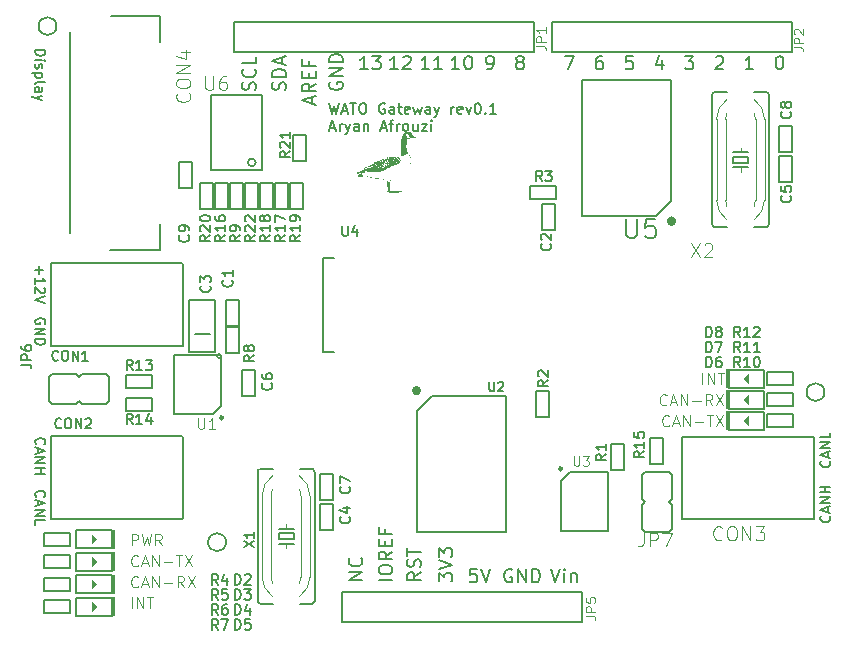
<source format=gbr>
%TF.GenerationSoftware,KiCad,Pcbnew,7.0.7*%
%TF.CreationDate,2023-09-23T12:37:50-04:00*%
%TF.ProjectId,gateway_r0,67617465-7761-4795-9f72-302e6b696361,rev?*%
%TF.SameCoordinates,Original*%
%TF.FileFunction,Legend,Top*%
%TF.FilePolarity,Positive*%
%FSLAX46Y46*%
G04 Gerber Fmt 4.6, Leading zero omitted, Abs format (unit mm)*
G04 Created by KiCad (PCBNEW 7.0.7) date 2023-09-23 12:37:50*
%MOMM*%
%LPD*%
G01*
G04 APERTURE LIST*
%ADD10C,0.081280*%
%ADD11C,0.162560*%
%ADD12C,0.150000*%
%ADD13C,0.136550*%
%ADD14C,0.114300*%
%ADD15C,0.093472*%
%ADD16C,0.087033*%
%ADD17C,0.160020*%
%ADD18C,0.097790*%
%ADD19C,0.127000*%
%ADD20C,0.186944*%
%ADD21C,0.182880*%
%ADD22C,0.126594*%
%ADD23C,0.189992*%
%ADD24C,0.152400*%
%ADD25C,0.050800*%
%ADD26C,0.203200*%
%ADD27C,0.254000*%
%ADD28C,0.381000*%
G04 APERTURE END LIST*
D10*
X168468614Y-111915932D02*
X168424103Y-111960443D01*
X168424103Y-111960443D02*
X168290572Y-112004953D01*
X168290572Y-112004953D02*
X168201551Y-112004953D01*
X168201551Y-112004953D02*
X168068019Y-111960443D01*
X168068019Y-111960443D02*
X167978998Y-111871422D01*
X167978998Y-111871422D02*
X167934488Y-111782401D01*
X167934488Y-111782401D02*
X167889977Y-111604359D01*
X167889977Y-111604359D02*
X167889977Y-111470827D01*
X167889977Y-111470827D02*
X167934488Y-111292785D01*
X167934488Y-111292785D02*
X167978998Y-111203764D01*
X167978998Y-111203764D02*
X168068019Y-111114743D01*
X168068019Y-111114743D02*
X168201551Y-111070233D01*
X168201551Y-111070233D02*
X168290572Y-111070233D01*
X168290572Y-111070233D02*
X168424103Y-111114743D01*
X168424103Y-111114743D02*
X168468614Y-111159254D01*
X168824697Y-111737890D02*
X169269802Y-111737890D01*
X168735676Y-112004953D02*
X169047250Y-111070233D01*
X169047250Y-111070233D02*
X169358823Y-112004953D01*
X169670397Y-112004953D02*
X169670397Y-111070233D01*
X169670397Y-111070233D02*
X170204523Y-112004953D01*
X170204523Y-112004953D02*
X170204523Y-111070233D01*
X170649627Y-111648869D02*
X171361795Y-111648869D01*
X172341025Y-112004953D02*
X172029451Y-111559848D01*
X171806899Y-112004953D02*
X171806899Y-111070233D01*
X171806899Y-111070233D02*
X172162983Y-111070233D01*
X172162983Y-111070233D02*
X172252004Y-111114743D01*
X172252004Y-111114743D02*
X172296514Y-111159254D01*
X172296514Y-111159254D02*
X172341025Y-111248275D01*
X172341025Y-111248275D02*
X172341025Y-111381806D01*
X172341025Y-111381806D02*
X172296514Y-111470827D01*
X172296514Y-111470827D02*
X172252004Y-111515338D01*
X172252004Y-111515338D02*
X172162983Y-111559848D01*
X172162983Y-111559848D02*
X171806899Y-111559848D01*
X172652598Y-111070233D02*
X173275745Y-112004953D01*
X173275745Y-111070233D02*
X172652598Y-112004953D01*
D11*
X115353768Y-100227597D02*
X115353768Y-100877837D01*
X115028648Y-100552717D02*
X115678888Y-100552717D01*
X115028648Y-101731277D02*
X115028648Y-101243597D01*
X115028648Y-101487437D02*
X115882088Y-101487437D01*
X115882088Y-101487437D02*
X115760168Y-101406157D01*
X115760168Y-101406157D02*
X115678888Y-101324877D01*
X115678888Y-101324877D02*
X115638248Y-101243597D01*
X115800808Y-102056397D02*
X115841448Y-102097037D01*
X115841448Y-102097037D02*
X115882088Y-102178317D01*
X115882088Y-102178317D02*
X115882088Y-102381517D01*
X115882088Y-102381517D02*
X115841448Y-102462797D01*
X115841448Y-102462797D02*
X115800808Y-102503437D01*
X115800808Y-102503437D02*
X115719528Y-102544077D01*
X115719528Y-102544077D02*
X115638248Y-102544077D01*
X115638248Y-102544077D02*
X115516328Y-102503437D01*
X115516328Y-102503437D02*
X115028648Y-102015757D01*
X115028648Y-102015757D02*
X115028648Y-102544077D01*
X115882088Y-102787917D02*
X115028648Y-103072397D01*
X115028648Y-103072397D02*
X115882088Y-103356877D01*
X115109928Y-119765277D02*
X115069288Y-119724637D01*
X115069288Y-119724637D02*
X115028648Y-119602717D01*
X115028648Y-119602717D02*
X115028648Y-119521437D01*
X115028648Y-119521437D02*
X115069288Y-119399517D01*
X115069288Y-119399517D02*
X115150568Y-119318237D01*
X115150568Y-119318237D02*
X115231848Y-119277597D01*
X115231848Y-119277597D02*
X115394408Y-119236957D01*
X115394408Y-119236957D02*
X115516328Y-119236957D01*
X115516328Y-119236957D02*
X115678888Y-119277597D01*
X115678888Y-119277597D02*
X115760168Y-119318237D01*
X115760168Y-119318237D02*
X115841448Y-119399517D01*
X115841448Y-119399517D02*
X115882088Y-119521437D01*
X115882088Y-119521437D02*
X115882088Y-119602717D01*
X115882088Y-119602717D02*
X115841448Y-119724637D01*
X115841448Y-119724637D02*
X115800808Y-119765277D01*
X115272488Y-120090397D02*
X115272488Y-120496797D01*
X115028648Y-120009117D02*
X115882088Y-120293597D01*
X115882088Y-120293597D02*
X115028648Y-120578077D01*
X115028648Y-120862557D02*
X115882088Y-120862557D01*
X115882088Y-120862557D02*
X115028648Y-121350237D01*
X115028648Y-121350237D02*
X115882088Y-121350237D01*
X115028648Y-122163037D02*
X115028648Y-121756637D01*
X115028648Y-121756637D02*
X115882088Y-121756637D01*
D10*
X171495326Y-110226953D02*
X171495326Y-109292233D01*
X171940431Y-110226953D02*
X171940431Y-109292233D01*
X171940431Y-109292233D02*
X172474557Y-110226953D01*
X172474557Y-110226953D02*
X172474557Y-109292233D01*
X172786129Y-109292233D02*
X173320255Y-109292233D01*
X173053192Y-110226953D02*
X173053192Y-109292233D01*
X123192775Y-123865331D02*
X123192775Y-122930611D01*
X123192775Y-122930611D02*
X123548859Y-122930611D01*
X123548859Y-122930611D02*
X123637880Y-122975121D01*
X123637880Y-122975121D02*
X123682390Y-123019632D01*
X123682390Y-123019632D02*
X123726901Y-123108653D01*
X123726901Y-123108653D02*
X123726901Y-123242184D01*
X123726901Y-123242184D02*
X123682390Y-123331205D01*
X123682390Y-123331205D02*
X123637880Y-123375716D01*
X123637880Y-123375716D02*
X123548859Y-123420226D01*
X123548859Y-123420226D02*
X123192775Y-123420226D01*
X124038474Y-122930611D02*
X124261026Y-123865331D01*
X124261026Y-123865331D02*
X124439068Y-123197674D01*
X124439068Y-123197674D02*
X124617110Y-123865331D01*
X124617110Y-123865331D02*
X124839663Y-122930611D01*
X125729872Y-123865331D02*
X125418298Y-123420226D01*
X125195746Y-123865331D02*
X125195746Y-122930611D01*
X125195746Y-122930611D02*
X125551830Y-122930611D01*
X125551830Y-122930611D02*
X125640851Y-122975121D01*
X125640851Y-122975121D02*
X125685361Y-123019632D01*
X125685361Y-123019632D02*
X125729872Y-123108653D01*
X125729872Y-123108653D02*
X125729872Y-123242184D01*
X125729872Y-123242184D02*
X125685361Y-123331205D01*
X125685361Y-123331205D02*
X125640851Y-123375716D01*
X125640851Y-123375716D02*
X125551830Y-123420226D01*
X125551830Y-123420226D02*
X125195746Y-123420226D01*
D11*
X115841448Y-105119637D02*
X115882088Y-105038357D01*
X115882088Y-105038357D02*
X115882088Y-104916437D01*
X115882088Y-104916437D02*
X115841448Y-104794517D01*
X115841448Y-104794517D02*
X115760168Y-104713237D01*
X115760168Y-104713237D02*
X115678888Y-104672597D01*
X115678888Y-104672597D02*
X115516328Y-104631957D01*
X115516328Y-104631957D02*
X115394408Y-104631957D01*
X115394408Y-104631957D02*
X115231848Y-104672597D01*
X115231848Y-104672597D02*
X115150568Y-104713237D01*
X115150568Y-104713237D02*
X115069288Y-104794517D01*
X115069288Y-104794517D02*
X115028648Y-104916437D01*
X115028648Y-104916437D02*
X115028648Y-104997717D01*
X115028648Y-104997717D02*
X115069288Y-105119637D01*
X115069288Y-105119637D02*
X115109928Y-105160277D01*
X115109928Y-105160277D02*
X115394408Y-105160277D01*
X115394408Y-105160277D02*
X115394408Y-104997717D01*
X115028648Y-105526037D02*
X115882088Y-105526037D01*
X115882088Y-105526037D02*
X115028648Y-106013717D01*
X115028648Y-106013717D02*
X115882088Y-106013717D01*
X115028648Y-106420117D02*
X115882088Y-106420117D01*
X115882088Y-106420117D02*
X115882088Y-106623317D01*
X115882088Y-106623317D02*
X115841448Y-106745237D01*
X115841448Y-106745237D02*
X115760168Y-106826517D01*
X115760168Y-106826517D02*
X115678888Y-106867157D01*
X115678888Y-106867157D02*
X115516328Y-106907797D01*
X115516328Y-106907797D02*
X115394408Y-106907797D01*
X115394408Y-106907797D02*
X115231848Y-106867157D01*
X115231848Y-106867157D02*
X115150568Y-106826517D01*
X115150568Y-106826517D02*
X115069288Y-106745237D01*
X115069288Y-106745237D02*
X115028648Y-106623317D01*
X115028648Y-106623317D02*
X115028648Y-106420117D01*
D10*
X123192775Y-129199331D02*
X123192775Y-128264611D01*
X123637880Y-129199331D02*
X123637880Y-128264611D01*
X123637880Y-128264611D02*
X124172006Y-129199331D01*
X124172006Y-129199331D02*
X124172006Y-128264611D01*
X124483578Y-128264611D02*
X125017704Y-128264611D01*
X124750641Y-129199331D02*
X124750641Y-128264611D01*
D12*
X139927255Y-86433057D02*
X140141541Y-87333057D01*
X140141541Y-87333057D02*
X140312969Y-86690200D01*
X140312969Y-86690200D02*
X140484398Y-87333057D01*
X140484398Y-87333057D02*
X140698684Y-86433057D01*
X140998683Y-87075914D02*
X141427255Y-87075914D01*
X140912969Y-87333057D02*
X141212969Y-86433057D01*
X141212969Y-86433057D02*
X141512969Y-87333057D01*
X141684398Y-86433057D02*
X142198684Y-86433057D01*
X141941541Y-87333057D02*
X141941541Y-86433057D01*
X142670112Y-86433057D02*
X142841540Y-86433057D01*
X142841540Y-86433057D02*
X142927255Y-86475914D01*
X142927255Y-86475914D02*
X143012969Y-86561628D01*
X143012969Y-86561628D02*
X143055826Y-86733057D01*
X143055826Y-86733057D02*
X143055826Y-87033057D01*
X143055826Y-87033057D02*
X143012969Y-87204485D01*
X143012969Y-87204485D02*
X142927255Y-87290200D01*
X142927255Y-87290200D02*
X142841540Y-87333057D01*
X142841540Y-87333057D02*
X142670112Y-87333057D01*
X142670112Y-87333057D02*
X142584398Y-87290200D01*
X142584398Y-87290200D02*
X142498683Y-87204485D01*
X142498683Y-87204485D02*
X142455826Y-87033057D01*
X142455826Y-87033057D02*
X142455826Y-86733057D01*
X142455826Y-86733057D02*
X142498683Y-86561628D01*
X142498683Y-86561628D02*
X142584398Y-86475914D01*
X142584398Y-86475914D02*
X142670112Y-86433057D01*
X144598683Y-86475914D02*
X144512969Y-86433057D01*
X144512969Y-86433057D02*
X144384397Y-86433057D01*
X144384397Y-86433057D02*
X144255826Y-86475914D01*
X144255826Y-86475914D02*
X144170111Y-86561628D01*
X144170111Y-86561628D02*
X144127254Y-86647342D01*
X144127254Y-86647342D02*
X144084397Y-86818771D01*
X144084397Y-86818771D02*
X144084397Y-86947342D01*
X144084397Y-86947342D02*
X144127254Y-87118771D01*
X144127254Y-87118771D02*
X144170111Y-87204485D01*
X144170111Y-87204485D02*
X144255826Y-87290200D01*
X144255826Y-87290200D02*
X144384397Y-87333057D01*
X144384397Y-87333057D02*
X144470111Y-87333057D01*
X144470111Y-87333057D02*
X144598683Y-87290200D01*
X144598683Y-87290200D02*
X144641540Y-87247342D01*
X144641540Y-87247342D02*
X144641540Y-86947342D01*
X144641540Y-86947342D02*
X144470111Y-86947342D01*
X145412969Y-87333057D02*
X145412969Y-86861628D01*
X145412969Y-86861628D02*
X145370111Y-86775914D01*
X145370111Y-86775914D02*
X145284397Y-86733057D01*
X145284397Y-86733057D02*
X145112969Y-86733057D01*
X145112969Y-86733057D02*
X145027254Y-86775914D01*
X145412969Y-87290200D02*
X145327254Y-87333057D01*
X145327254Y-87333057D02*
X145112969Y-87333057D01*
X145112969Y-87333057D02*
X145027254Y-87290200D01*
X145027254Y-87290200D02*
X144984397Y-87204485D01*
X144984397Y-87204485D02*
X144984397Y-87118771D01*
X144984397Y-87118771D02*
X145027254Y-87033057D01*
X145027254Y-87033057D02*
X145112969Y-86990200D01*
X145112969Y-86990200D02*
X145327254Y-86990200D01*
X145327254Y-86990200D02*
X145412969Y-86947342D01*
X145712969Y-86733057D02*
X146055826Y-86733057D01*
X145841540Y-86433057D02*
X145841540Y-87204485D01*
X145841540Y-87204485D02*
X145884397Y-87290200D01*
X145884397Y-87290200D02*
X145970112Y-87333057D01*
X145970112Y-87333057D02*
X146055826Y-87333057D01*
X146698683Y-87290200D02*
X146612969Y-87333057D01*
X146612969Y-87333057D02*
X146441541Y-87333057D01*
X146441541Y-87333057D02*
X146355826Y-87290200D01*
X146355826Y-87290200D02*
X146312969Y-87204485D01*
X146312969Y-87204485D02*
X146312969Y-86861628D01*
X146312969Y-86861628D02*
X146355826Y-86775914D01*
X146355826Y-86775914D02*
X146441541Y-86733057D01*
X146441541Y-86733057D02*
X146612969Y-86733057D01*
X146612969Y-86733057D02*
X146698683Y-86775914D01*
X146698683Y-86775914D02*
X146741541Y-86861628D01*
X146741541Y-86861628D02*
X146741541Y-86947342D01*
X146741541Y-86947342D02*
X146312969Y-87033057D01*
X147041541Y-86733057D02*
X147212970Y-87333057D01*
X147212970Y-87333057D02*
X147384398Y-86904485D01*
X147384398Y-86904485D02*
X147555827Y-87333057D01*
X147555827Y-87333057D02*
X147727255Y-86733057D01*
X148455827Y-87333057D02*
X148455827Y-86861628D01*
X148455827Y-86861628D02*
X148412969Y-86775914D01*
X148412969Y-86775914D02*
X148327255Y-86733057D01*
X148327255Y-86733057D02*
X148155827Y-86733057D01*
X148155827Y-86733057D02*
X148070112Y-86775914D01*
X148455827Y-87290200D02*
X148370112Y-87333057D01*
X148370112Y-87333057D02*
X148155827Y-87333057D01*
X148155827Y-87333057D02*
X148070112Y-87290200D01*
X148070112Y-87290200D02*
X148027255Y-87204485D01*
X148027255Y-87204485D02*
X148027255Y-87118771D01*
X148027255Y-87118771D02*
X148070112Y-87033057D01*
X148070112Y-87033057D02*
X148155827Y-86990200D01*
X148155827Y-86990200D02*
X148370112Y-86990200D01*
X148370112Y-86990200D02*
X148455827Y-86947342D01*
X148798684Y-86733057D02*
X149012970Y-87333057D01*
X149227255Y-86733057D02*
X149012970Y-87333057D01*
X149012970Y-87333057D02*
X148927255Y-87547342D01*
X148927255Y-87547342D02*
X148884398Y-87590200D01*
X148884398Y-87590200D02*
X148798684Y-87633057D01*
X150255826Y-87333057D02*
X150255826Y-86733057D01*
X150255826Y-86904485D02*
X150298683Y-86818771D01*
X150298683Y-86818771D02*
X150341541Y-86775914D01*
X150341541Y-86775914D02*
X150427255Y-86733057D01*
X150427255Y-86733057D02*
X150512969Y-86733057D01*
X151155826Y-87290200D02*
X151070112Y-87333057D01*
X151070112Y-87333057D02*
X150898684Y-87333057D01*
X150898684Y-87333057D02*
X150812969Y-87290200D01*
X150812969Y-87290200D02*
X150770112Y-87204485D01*
X150770112Y-87204485D02*
X150770112Y-86861628D01*
X150770112Y-86861628D02*
X150812969Y-86775914D01*
X150812969Y-86775914D02*
X150898684Y-86733057D01*
X150898684Y-86733057D02*
X151070112Y-86733057D01*
X151070112Y-86733057D02*
X151155826Y-86775914D01*
X151155826Y-86775914D02*
X151198684Y-86861628D01*
X151198684Y-86861628D02*
X151198684Y-86947342D01*
X151198684Y-86947342D02*
X150770112Y-87033057D01*
X151498684Y-86733057D02*
X151712970Y-87333057D01*
X151712970Y-87333057D02*
X151927255Y-86733057D01*
X152441541Y-86433057D02*
X152527255Y-86433057D01*
X152527255Y-86433057D02*
X152612969Y-86475914D01*
X152612969Y-86475914D02*
X152655827Y-86518771D01*
X152655827Y-86518771D02*
X152698684Y-86604485D01*
X152698684Y-86604485D02*
X152741541Y-86775914D01*
X152741541Y-86775914D02*
X152741541Y-86990200D01*
X152741541Y-86990200D02*
X152698684Y-87161628D01*
X152698684Y-87161628D02*
X152655827Y-87247342D01*
X152655827Y-87247342D02*
X152612969Y-87290200D01*
X152612969Y-87290200D02*
X152527255Y-87333057D01*
X152527255Y-87333057D02*
X152441541Y-87333057D01*
X152441541Y-87333057D02*
X152355827Y-87290200D01*
X152355827Y-87290200D02*
X152312969Y-87247342D01*
X152312969Y-87247342D02*
X152270112Y-87161628D01*
X152270112Y-87161628D02*
X152227255Y-86990200D01*
X152227255Y-86990200D02*
X152227255Y-86775914D01*
X152227255Y-86775914D02*
X152270112Y-86604485D01*
X152270112Y-86604485D02*
X152312969Y-86518771D01*
X152312969Y-86518771D02*
X152355827Y-86475914D01*
X152355827Y-86475914D02*
X152441541Y-86433057D01*
X153127255Y-87247342D02*
X153170112Y-87290200D01*
X153170112Y-87290200D02*
X153127255Y-87333057D01*
X153127255Y-87333057D02*
X153084398Y-87290200D01*
X153084398Y-87290200D02*
X153127255Y-87247342D01*
X153127255Y-87247342D02*
X153127255Y-87333057D01*
X154027255Y-87333057D02*
X153512969Y-87333057D01*
X153770112Y-87333057D02*
X153770112Y-86433057D01*
X153770112Y-86433057D02*
X153684398Y-86561628D01*
X153684398Y-86561628D02*
X153598683Y-86647342D01*
X153598683Y-86647342D02*
X153512969Y-86690200D01*
X139970112Y-88524914D02*
X140398684Y-88524914D01*
X139884398Y-88782057D02*
X140184398Y-87882057D01*
X140184398Y-87882057D02*
X140484398Y-88782057D01*
X140784398Y-88782057D02*
X140784398Y-88182057D01*
X140784398Y-88353485D02*
X140827255Y-88267771D01*
X140827255Y-88267771D02*
X140870113Y-88224914D01*
X140870113Y-88224914D02*
X140955827Y-88182057D01*
X140955827Y-88182057D02*
X141041541Y-88182057D01*
X141255827Y-88182057D02*
X141470113Y-88782057D01*
X141684398Y-88182057D02*
X141470113Y-88782057D01*
X141470113Y-88782057D02*
X141384398Y-88996342D01*
X141384398Y-88996342D02*
X141341541Y-89039200D01*
X141341541Y-89039200D02*
X141255827Y-89082057D01*
X142412970Y-88782057D02*
X142412970Y-88310628D01*
X142412970Y-88310628D02*
X142370112Y-88224914D01*
X142370112Y-88224914D02*
X142284398Y-88182057D01*
X142284398Y-88182057D02*
X142112970Y-88182057D01*
X142112970Y-88182057D02*
X142027255Y-88224914D01*
X142412970Y-88739200D02*
X142327255Y-88782057D01*
X142327255Y-88782057D02*
X142112970Y-88782057D01*
X142112970Y-88782057D02*
X142027255Y-88739200D01*
X142027255Y-88739200D02*
X141984398Y-88653485D01*
X141984398Y-88653485D02*
X141984398Y-88567771D01*
X141984398Y-88567771D02*
X142027255Y-88482057D01*
X142027255Y-88482057D02*
X142112970Y-88439200D01*
X142112970Y-88439200D02*
X142327255Y-88439200D01*
X142327255Y-88439200D02*
X142412970Y-88396342D01*
X142841541Y-88182057D02*
X142841541Y-88782057D01*
X142841541Y-88267771D02*
X142884398Y-88224914D01*
X142884398Y-88224914D02*
X142970113Y-88182057D01*
X142970113Y-88182057D02*
X143098684Y-88182057D01*
X143098684Y-88182057D02*
X143184398Y-88224914D01*
X143184398Y-88224914D02*
X143227256Y-88310628D01*
X143227256Y-88310628D02*
X143227256Y-88782057D01*
X144298684Y-88524914D02*
X144727256Y-88524914D01*
X144212970Y-88782057D02*
X144512970Y-87882057D01*
X144512970Y-87882057D02*
X144812970Y-88782057D01*
X144984399Y-88182057D02*
X145327256Y-88182057D01*
X145112970Y-88782057D02*
X145112970Y-88010628D01*
X145112970Y-88010628D02*
X145155827Y-87924914D01*
X145155827Y-87924914D02*
X145241542Y-87882057D01*
X145241542Y-87882057D02*
X145327256Y-87882057D01*
X145627256Y-88782057D02*
X145627256Y-88182057D01*
X145627256Y-88353485D02*
X145670113Y-88267771D01*
X145670113Y-88267771D02*
X145712971Y-88224914D01*
X145712971Y-88224914D02*
X145798685Y-88182057D01*
X145798685Y-88182057D02*
X145884399Y-88182057D01*
X146312971Y-88782057D02*
X146227256Y-88739200D01*
X146227256Y-88739200D02*
X146184399Y-88696342D01*
X146184399Y-88696342D02*
X146141542Y-88610628D01*
X146141542Y-88610628D02*
X146141542Y-88353485D01*
X146141542Y-88353485D02*
X146184399Y-88267771D01*
X146184399Y-88267771D02*
X146227256Y-88224914D01*
X146227256Y-88224914D02*
X146312971Y-88182057D01*
X146312971Y-88182057D02*
X146441542Y-88182057D01*
X146441542Y-88182057D02*
X146527256Y-88224914D01*
X146527256Y-88224914D02*
X146570114Y-88267771D01*
X146570114Y-88267771D02*
X146612971Y-88353485D01*
X146612971Y-88353485D02*
X146612971Y-88610628D01*
X146612971Y-88610628D02*
X146570114Y-88696342D01*
X146570114Y-88696342D02*
X146527256Y-88739200D01*
X146527256Y-88739200D02*
X146441542Y-88782057D01*
X146441542Y-88782057D02*
X146312971Y-88782057D01*
X147384400Y-88182057D02*
X147384400Y-88782057D01*
X146998685Y-88182057D02*
X146998685Y-88653485D01*
X146998685Y-88653485D02*
X147041542Y-88739200D01*
X147041542Y-88739200D02*
X147127257Y-88782057D01*
X147127257Y-88782057D02*
X147255828Y-88782057D01*
X147255828Y-88782057D02*
X147341542Y-88739200D01*
X147341542Y-88739200D02*
X147384400Y-88696342D01*
X147727257Y-88182057D02*
X148198686Y-88182057D01*
X148198686Y-88182057D02*
X147727257Y-88782057D01*
X147727257Y-88782057D02*
X148198686Y-88782057D01*
X148541542Y-88782057D02*
X148541542Y-88182057D01*
X148541542Y-87882057D02*
X148498685Y-87924914D01*
X148498685Y-87924914D02*
X148541542Y-87967771D01*
X148541542Y-87967771D02*
X148584399Y-87924914D01*
X148584399Y-87924914D02*
X148541542Y-87882057D01*
X148541542Y-87882057D02*
X148541542Y-87967771D01*
D10*
X168691166Y-113693932D02*
X168646655Y-113738443D01*
X168646655Y-113738443D02*
X168513124Y-113782953D01*
X168513124Y-113782953D02*
X168424103Y-113782953D01*
X168424103Y-113782953D02*
X168290571Y-113738443D01*
X168290571Y-113738443D02*
X168201550Y-113649422D01*
X168201550Y-113649422D02*
X168157040Y-113560401D01*
X168157040Y-113560401D02*
X168112529Y-113382359D01*
X168112529Y-113382359D02*
X168112529Y-113248827D01*
X168112529Y-113248827D02*
X168157040Y-113070785D01*
X168157040Y-113070785D02*
X168201550Y-112981764D01*
X168201550Y-112981764D02*
X168290571Y-112892743D01*
X168290571Y-112892743D02*
X168424103Y-112848233D01*
X168424103Y-112848233D02*
X168513124Y-112848233D01*
X168513124Y-112848233D02*
X168646655Y-112892743D01*
X168646655Y-112892743D02*
X168691166Y-112937254D01*
X169047249Y-113515890D02*
X169492354Y-113515890D01*
X168958228Y-113782953D02*
X169269802Y-112848233D01*
X169269802Y-112848233D02*
X169581375Y-113782953D01*
X169892949Y-113782953D02*
X169892949Y-112848233D01*
X169892949Y-112848233D02*
X170427075Y-113782953D01*
X170427075Y-113782953D02*
X170427075Y-112848233D01*
X170872179Y-113426869D02*
X171584347Y-113426869D01*
X171895919Y-112848233D02*
X172430045Y-112848233D01*
X172162982Y-113782953D02*
X172162982Y-112848233D01*
X172652598Y-112848233D02*
X173275745Y-113782953D01*
X173275745Y-112848233D02*
X172652598Y-113782953D01*
X123726901Y-125554310D02*
X123682390Y-125598821D01*
X123682390Y-125598821D02*
X123548859Y-125643331D01*
X123548859Y-125643331D02*
X123459838Y-125643331D01*
X123459838Y-125643331D02*
X123326306Y-125598821D01*
X123326306Y-125598821D02*
X123237285Y-125509800D01*
X123237285Y-125509800D02*
X123192775Y-125420779D01*
X123192775Y-125420779D02*
X123148264Y-125242737D01*
X123148264Y-125242737D02*
X123148264Y-125109205D01*
X123148264Y-125109205D02*
X123192775Y-124931163D01*
X123192775Y-124931163D02*
X123237285Y-124842142D01*
X123237285Y-124842142D02*
X123326306Y-124753121D01*
X123326306Y-124753121D02*
X123459838Y-124708611D01*
X123459838Y-124708611D02*
X123548859Y-124708611D01*
X123548859Y-124708611D02*
X123682390Y-124753121D01*
X123682390Y-124753121D02*
X123726901Y-124797632D01*
X124082984Y-125376268D02*
X124528089Y-125376268D01*
X123993963Y-125643331D02*
X124305537Y-124708611D01*
X124305537Y-124708611D02*
X124617110Y-125643331D01*
X124928684Y-125643331D02*
X124928684Y-124708611D01*
X124928684Y-124708611D02*
X125462810Y-125643331D01*
X125462810Y-125643331D02*
X125462810Y-124708611D01*
X125907914Y-125287247D02*
X126620082Y-125287247D01*
X126931654Y-124708611D02*
X127465780Y-124708611D01*
X127198717Y-125643331D02*
X127198717Y-124708611D01*
X127688333Y-124708611D02*
X128311480Y-125643331D01*
X128311480Y-124708611D02*
X127688333Y-125643331D01*
D11*
X115028648Y-81939597D02*
X115882088Y-81939597D01*
X115882088Y-81939597D02*
X115882088Y-82142797D01*
X115882088Y-82142797D02*
X115841448Y-82264717D01*
X115841448Y-82264717D02*
X115760168Y-82345997D01*
X115760168Y-82345997D02*
X115678888Y-82386637D01*
X115678888Y-82386637D02*
X115516328Y-82427277D01*
X115516328Y-82427277D02*
X115394408Y-82427277D01*
X115394408Y-82427277D02*
X115231848Y-82386637D01*
X115231848Y-82386637D02*
X115150568Y-82345997D01*
X115150568Y-82345997D02*
X115069288Y-82264717D01*
X115069288Y-82264717D02*
X115028648Y-82142797D01*
X115028648Y-82142797D02*
X115028648Y-81939597D01*
X115028648Y-82793037D02*
X115597608Y-82793037D01*
X115882088Y-82793037D02*
X115841448Y-82752397D01*
X115841448Y-82752397D02*
X115800808Y-82793037D01*
X115800808Y-82793037D02*
X115841448Y-82833677D01*
X115841448Y-82833677D02*
X115882088Y-82793037D01*
X115882088Y-82793037D02*
X115800808Y-82793037D01*
X115069288Y-83158797D02*
X115028648Y-83240077D01*
X115028648Y-83240077D02*
X115028648Y-83402637D01*
X115028648Y-83402637D02*
X115069288Y-83483917D01*
X115069288Y-83483917D02*
X115150568Y-83524557D01*
X115150568Y-83524557D02*
X115191208Y-83524557D01*
X115191208Y-83524557D02*
X115272488Y-83483917D01*
X115272488Y-83483917D02*
X115313128Y-83402637D01*
X115313128Y-83402637D02*
X115313128Y-83280717D01*
X115313128Y-83280717D02*
X115353768Y-83199437D01*
X115353768Y-83199437D02*
X115435048Y-83158797D01*
X115435048Y-83158797D02*
X115475688Y-83158797D01*
X115475688Y-83158797D02*
X115556968Y-83199437D01*
X115556968Y-83199437D02*
X115597608Y-83280717D01*
X115597608Y-83280717D02*
X115597608Y-83402637D01*
X115597608Y-83402637D02*
X115556968Y-83483917D01*
X115597608Y-83890317D02*
X114744168Y-83890317D01*
X115556968Y-83890317D02*
X115597608Y-83971597D01*
X115597608Y-83971597D02*
X115597608Y-84134157D01*
X115597608Y-84134157D02*
X115556968Y-84215437D01*
X115556968Y-84215437D02*
X115516328Y-84256077D01*
X115516328Y-84256077D02*
X115435048Y-84296717D01*
X115435048Y-84296717D02*
X115191208Y-84296717D01*
X115191208Y-84296717D02*
X115109928Y-84256077D01*
X115109928Y-84256077D02*
X115069288Y-84215437D01*
X115069288Y-84215437D02*
X115028648Y-84134157D01*
X115028648Y-84134157D02*
X115028648Y-83971597D01*
X115028648Y-83971597D02*
X115069288Y-83890317D01*
X115028648Y-84784397D02*
X115069288Y-84703117D01*
X115069288Y-84703117D02*
X115150568Y-84662477D01*
X115150568Y-84662477D02*
X115882088Y-84662477D01*
X115028648Y-85475277D02*
X115475688Y-85475277D01*
X115475688Y-85475277D02*
X115556968Y-85434637D01*
X115556968Y-85434637D02*
X115597608Y-85353357D01*
X115597608Y-85353357D02*
X115597608Y-85190797D01*
X115597608Y-85190797D02*
X115556968Y-85109517D01*
X115069288Y-85475277D02*
X115028648Y-85393997D01*
X115028648Y-85393997D02*
X115028648Y-85190797D01*
X115028648Y-85190797D02*
X115069288Y-85109517D01*
X115069288Y-85109517D02*
X115150568Y-85068877D01*
X115150568Y-85068877D02*
X115231848Y-85068877D01*
X115231848Y-85068877D02*
X115313128Y-85109517D01*
X115313128Y-85109517D02*
X115353768Y-85190797D01*
X115353768Y-85190797D02*
X115353768Y-85393997D01*
X115353768Y-85393997D02*
X115394408Y-85475277D01*
X115597608Y-85800397D02*
X115028648Y-86003597D01*
X115597608Y-86206797D02*
X115028648Y-86003597D01*
X115028648Y-86003597D02*
X114825448Y-85922317D01*
X114825448Y-85922317D02*
X114784808Y-85881677D01*
X114784808Y-85881677D02*
X114744168Y-85800397D01*
X182268096Y-116727437D02*
X182308736Y-116768077D01*
X182308736Y-116768077D02*
X182349376Y-116889997D01*
X182349376Y-116889997D02*
X182349376Y-116971277D01*
X182349376Y-116971277D02*
X182308736Y-117093197D01*
X182308736Y-117093197D02*
X182227456Y-117174477D01*
X182227456Y-117174477D02*
X182146176Y-117215117D01*
X182146176Y-117215117D02*
X181983616Y-117255757D01*
X181983616Y-117255757D02*
X181861696Y-117255757D01*
X181861696Y-117255757D02*
X181699136Y-117215117D01*
X181699136Y-117215117D02*
X181617856Y-117174477D01*
X181617856Y-117174477D02*
X181536576Y-117093197D01*
X181536576Y-117093197D02*
X181495936Y-116971277D01*
X181495936Y-116971277D02*
X181495936Y-116889997D01*
X181495936Y-116889997D02*
X181536576Y-116768077D01*
X181536576Y-116768077D02*
X181577216Y-116727437D01*
X182105536Y-116402317D02*
X182105536Y-115995917D01*
X182349376Y-116483597D02*
X181495936Y-116199117D01*
X181495936Y-116199117D02*
X182349376Y-115914637D01*
X182349376Y-115630157D02*
X181495936Y-115630157D01*
X181495936Y-115630157D02*
X182349376Y-115142477D01*
X182349376Y-115142477D02*
X181495936Y-115142477D01*
X182349376Y-114329677D02*
X182349376Y-114736077D01*
X182349376Y-114736077D02*
X181495936Y-114736077D01*
X115109928Y-115320277D02*
X115069288Y-115279637D01*
X115069288Y-115279637D02*
X115028648Y-115157717D01*
X115028648Y-115157717D02*
X115028648Y-115076437D01*
X115028648Y-115076437D02*
X115069288Y-114954517D01*
X115069288Y-114954517D02*
X115150568Y-114873237D01*
X115150568Y-114873237D02*
X115231848Y-114832597D01*
X115231848Y-114832597D02*
X115394408Y-114791957D01*
X115394408Y-114791957D02*
X115516328Y-114791957D01*
X115516328Y-114791957D02*
X115678888Y-114832597D01*
X115678888Y-114832597D02*
X115760168Y-114873237D01*
X115760168Y-114873237D02*
X115841448Y-114954517D01*
X115841448Y-114954517D02*
X115882088Y-115076437D01*
X115882088Y-115076437D02*
X115882088Y-115157717D01*
X115882088Y-115157717D02*
X115841448Y-115279637D01*
X115841448Y-115279637D02*
X115800808Y-115320277D01*
X115272488Y-115645397D02*
X115272488Y-116051797D01*
X115028648Y-115564117D02*
X115882088Y-115848597D01*
X115882088Y-115848597D02*
X115028648Y-116133077D01*
X115028648Y-116417557D02*
X115882088Y-116417557D01*
X115882088Y-116417557D02*
X115028648Y-116905237D01*
X115028648Y-116905237D02*
X115882088Y-116905237D01*
X115028648Y-117311637D02*
X115882088Y-117311637D01*
X115475688Y-117311637D02*
X115475688Y-117799317D01*
X115028648Y-117799317D02*
X115882088Y-117799317D01*
X182268096Y-121375637D02*
X182308736Y-121416277D01*
X182308736Y-121416277D02*
X182349376Y-121538197D01*
X182349376Y-121538197D02*
X182349376Y-121619477D01*
X182349376Y-121619477D02*
X182308736Y-121741397D01*
X182308736Y-121741397D02*
X182227456Y-121822677D01*
X182227456Y-121822677D02*
X182146176Y-121863317D01*
X182146176Y-121863317D02*
X181983616Y-121903957D01*
X181983616Y-121903957D02*
X181861696Y-121903957D01*
X181861696Y-121903957D02*
X181699136Y-121863317D01*
X181699136Y-121863317D02*
X181617856Y-121822677D01*
X181617856Y-121822677D02*
X181536576Y-121741397D01*
X181536576Y-121741397D02*
X181495936Y-121619477D01*
X181495936Y-121619477D02*
X181495936Y-121538197D01*
X181495936Y-121538197D02*
X181536576Y-121416277D01*
X181536576Y-121416277D02*
X181577216Y-121375637D01*
X182105536Y-121050517D02*
X182105536Y-120644117D01*
X182349376Y-121131797D02*
X181495936Y-120847317D01*
X181495936Y-120847317D02*
X182349376Y-120562837D01*
X182349376Y-120278357D02*
X181495936Y-120278357D01*
X181495936Y-120278357D02*
X182349376Y-119790677D01*
X182349376Y-119790677D02*
X181495936Y-119790677D01*
X182349376Y-119384277D02*
X181495936Y-119384277D01*
X181902336Y-119384277D02*
X181902336Y-118896597D01*
X182349376Y-118896597D02*
X181495936Y-118896597D01*
D10*
X123726901Y-127332310D02*
X123682390Y-127376821D01*
X123682390Y-127376821D02*
X123548859Y-127421331D01*
X123548859Y-127421331D02*
X123459838Y-127421331D01*
X123459838Y-127421331D02*
X123326306Y-127376821D01*
X123326306Y-127376821D02*
X123237285Y-127287800D01*
X123237285Y-127287800D02*
X123192775Y-127198779D01*
X123192775Y-127198779D02*
X123148264Y-127020737D01*
X123148264Y-127020737D02*
X123148264Y-126887205D01*
X123148264Y-126887205D02*
X123192775Y-126709163D01*
X123192775Y-126709163D02*
X123237285Y-126620142D01*
X123237285Y-126620142D02*
X123326306Y-126531121D01*
X123326306Y-126531121D02*
X123459838Y-126486611D01*
X123459838Y-126486611D02*
X123548859Y-126486611D01*
X123548859Y-126486611D02*
X123682390Y-126531121D01*
X123682390Y-126531121D02*
X123726901Y-126575632D01*
X124082984Y-127154268D02*
X124528089Y-127154268D01*
X123993963Y-127421331D02*
X124305537Y-126486611D01*
X124305537Y-126486611D02*
X124617110Y-127421331D01*
X124928684Y-127421331D02*
X124928684Y-126486611D01*
X124928684Y-126486611D02*
X125462810Y-127421331D01*
X125462810Y-127421331D02*
X125462810Y-126486611D01*
X125907914Y-127065247D02*
X126620082Y-127065247D01*
X127599312Y-127421331D02*
X127287738Y-126976226D01*
X127065186Y-127421331D02*
X127065186Y-126486611D01*
X127065186Y-126486611D02*
X127421270Y-126486611D01*
X127421270Y-126486611D02*
X127510291Y-126531121D01*
X127510291Y-126531121D02*
X127554801Y-126575632D01*
X127554801Y-126575632D02*
X127599312Y-126664653D01*
X127599312Y-126664653D02*
X127599312Y-126798184D01*
X127599312Y-126798184D02*
X127554801Y-126887205D01*
X127554801Y-126887205D02*
X127510291Y-126931716D01*
X127510291Y-126931716D02*
X127421270Y-126976226D01*
X127421270Y-126976226D02*
X127065186Y-126976226D01*
X127910885Y-126486611D02*
X128534032Y-127421331D01*
X128534032Y-126486611D02*
X127910885Y-127421331D01*
D13*
X132370021Y-97612179D02*
X131951235Y-97905329D01*
X132370021Y-98114722D02*
X131490571Y-98114722D01*
X131490571Y-98114722D02*
X131490571Y-97779693D01*
X131490571Y-97779693D02*
X131532450Y-97695936D01*
X131532450Y-97695936D02*
X131574328Y-97654057D01*
X131574328Y-97654057D02*
X131658085Y-97612179D01*
X131658085Y-97612179D02*
X131783721Y-97612179D01*
X131783721Y-97612179D02*
X131867478Y-97654057D01*
X131867478Y-97654057D02*
X131909357Y-97695936D01*
X131909357Y-97695936D02*
X131951235Y-97779693D01*
X131951235Y-97779693D02*
X131951235Y-98114722D01*
X132370021Y-97193393D02*
X132370021Y-97025879D01*
X132370021Y-97025879D02*
X132328143Y-96942122D01*
X132328143Y-96942122D02*
X132286264Y-96900243D01*
X132286264Y-96900243D02*
X132160628Y-96816486D01*
X132160628Y-96816486D02*
X131993114Y-96774607D01*
X131993114Y-96774607D02*
X131658085Y-96774607D01*
X131658085Y-96774607D02*
X131574328Y-96816486D01*
X131574328Y-96816486D02*
X131532450Y-96858365D01*
X131532450Y-96858365D02*
X131490571Y-96942122D01*
X131490571Y-96942122D02*
X131490571Y-97109636D01*
X131490571Y-97109636D02*
X131532450Y-97193393D01*
X131532450Y-97193393D02*
X131574328Y-97235272D01*
X131574328Y-97235272D02*
X131658085Y-97277150D01*
X131658085Y-97277150D02*
X131867478Y-97277150D01*
X131867478Y-97277150D02*
X131951235Y-97235272D01*
X131951235Y-97235272D02*
X131993114Y-97193393D01*
X131993114Y-97193393D02*
X132034993Y-97109636D01*
X132034993Y-97109636D02*
X132034993Y-96942122D01*
X132034993Y-96942122D02*
X131993114Y-96858365D01*
X131993114Y-96858365D02*
X131951235Y-96816486D01*
X131951235Y-96816486D02*
X131867478Y-96774607D01*
X130492520Y-131024221D02*
X130199370Y-130605435D01*
X129989977Y-131024221D02*
X129989977Y-130144771D01*
X129989977Y-130144771D02*
X130325006Y-130144771D01*
X130325006Y-130144771D02*
X130408763Y-130186650D01*
X130408763Y-130186650D02*
X130450642Y-130228528D01*
X130450642Y-130228528D02*
X130492520Y-130312285D01*
X130492520Y-130312285D02*
X130492520Y-130437921D01*
X130492520Y-130437921D02*
X130450642Y-130521678D01*
X130450642Y-130521678D02*
X130408763Y-130563557D01*
X130408763Y-130563557D02*
X130325006Y-130605435D01*
X130325006Y-130605435D02*
X129989977Y-130605435D01*
X130785670Y-130144771D02*
X131371970Y-130144771D01*
X131371970Y-130144771D02*
X130995063Y-131024221D01*
X163358021Y-116154179D02*
X162939235Y-116447329D01*
X163358021Y-116656722D02*
X162478571Y-116656722D01*
X162478571Y-116656722D02*
X162478571Y-116321693D01*
X162478571Y-116321693D02*
X162520450Y-116237936D01*
X162520450Y-116237936D02*
X162562328Y-116196057D01*
X162562328Y-116196057D02*
X162646085Y-116154179D01*
X162646085Y-116154179D02*
X162771721Y-116154179D01*
X162771721Y-116154179D02*
X162855478Y-116196057D01*
X162855478Y-116196057D02*
X162897357Y-116237936D01*
X162897357Y-116237936D02*
X162939235Y-116321693D01*
X162939235Y-116321693D02*
X162939235Y-116656722D01*
X163358021Y-115316607D02*
X163358021Y-115819150D01*
X163358021Y-115567879D02*
X162478571Y-115567879D01*
X162478571Y-115567879D02*
X162604207Y-115651636D01*
X162604207Y-115651636D02*
X162687964Y-115735393D01*
X162687964Y-115735393D02*
X162729843Y-115819150D01*
X166586977Y-115926441D02*
X166168191Y-116219591D01*
X166586977Y-116428984D02*
X165707527Y-116428984D01*
X165707527Y-116428984D02*
X165707527Y-116093955D01*
X165707527Y-116093955D02*
X165749406Y-116010198D01*
X165749406Y-116010198D02*
X165791284Y-115968319D01*
X165791284Y-115968319D02*
X165875041Y-115926441D01*
X165875041Y-115926441D02*
X166000677Y-115926441D01*
X166000677Y-115926441D02*
X166084434Y-115968319D01*
X166084434Y-115968319D02*
X166126313Y-116010198D01*
X166126313Y-116010198D02*
X166168191Y-116093955D01*
X166168191Y-116093955D02*
X166168191Y-116428984D01*
X166586977Y-115088869D02*
X166586977Y-115591412D01*
X166586977Y-115340141D02*
X165707527Y-115340141D01*
X165707527Y-115340141D02*
X165833163Y-115423898D01*
X165833163Y-115423898D02*
X165916920Y-115507655D01*
X165916920Y-115507655D02*
X165958799Y-115591412D01*
X165707527Y-114293177D02*
X165707527Y-114711963D01*
X165707527Y-114711963D02*
X166126313Y-114753841D01*
X166126313Y-114753841D02*
X166084434Y-114711963D01*
X166084434Y-114711963D02*
X166042556Y-114628206D01*
X166042556Y-114628206D02*
X166042556Y-114418813D01*
X166042556Y-114418813D02*
X166084434Y-114335056D01*
X166084434Y-114335056D02*
X166126313Y-114293177D01*
X166126313Y-114293177D02*
X166210070Y-114251298D01*
X166210070Y-114251298D02*
X166419463Y-114251298D01*
X166419463Y-114251298D02*
X166503220Y-114293177D01*
X166503220Y-114293177D02*
X166545099Y-114335056D01*
X166545099Y-114335056D02*
X166586977Y-114418813D01*
X166586977Y-114418813D02*
X166586977Y-114628206D01*
X166586977Y-114628206D02*
X166545099Y-114711963D01*
X166545099Y-114711963D02*
X166503220Y-114753841D01*
X131929977Y-127214221D02*
X131929977Y-126334771D01*
X131929977Y-126334771D02*
X132139370Y-126334771D01*
X132139370Y-126334771D02*
X132265006Y-126376650D01*
X132265006Y-126376650D02*
X132348763Y-126460407D01*
X132348763Y-126460407D02*
X132390642Y-126544164D01*
X132390642Y-126544164D02*
X132432520Y-126711678D01*
X132432520Y-126711678D02*
X132432520Y-126837314D01*
X132432520Y-126837314D02*
X132390642Y-127004828D01*
X132390642Y-127004828D02*
X132348763Y-127088585D01*
X132348763Y-127088585D02*
X132265006Y-127172343D01*
X132265006Y-127172343D02*
X132139370Y-127214221D01*
X132139370Y-127214221D02*
X131929977Y-127214221D01*
X132767549Y-126418528D02*
X132809427Y-126376650D01*
X132809427Y-126376650D02*
X132893185Y-126334771D01*
X132893185Y-126334771D02*
X133102577Y-126334771D01*
X133102577Y-126334771D02*
X133186335Y-126376650D01*
X133186335Y-126376650D02*
X133228213Y-126418528D01*
X133228213Y-126418528D02*
X133270092Y-126502285D01*
X133270092Y-126502285D02*
X133270092Y-126586043D01*
X133270092Y-126586043D02*
X133228213Y-126711678D01*
X133228213Y-126711678D02*
X132725670Y-127214221D01*
X132725670Y-127214221D02*
X133270092Y-127214221D01*
D14*
X170528047Y-98296870D02*
X171298513Y-99452570D01*
X171298513Y-98296870D02*
X170528047Y-99452570D01*
X171683747Y-98406937D02*
X171738780Y-98351903D01*
X171738780Y-98351903D02*
X171848847Y-98296870D01*
X171848847Y-98296870D02*
X172124014Y-98296870D01*
X172124014Y-98296870D02*
X172234080Y-98351903D01*
X172234080Y-98351903D02*
X172289114Y-98406937D01*
X172289114Y-98406937D02*
X172344147Y-98517003D01*
X172344147Y-98517003D02*
X172344147Y-98627070D01*
X172344147Y-98627070D02*
X172289114Y-98792170D01*
X172289114Y-98792170D02*
X171628714Y-99452570D01*
X171628714Y-99452570D02*
X172344147Y-99452570D01*
D15*
X129418325Y-84157114D02*
X129418325Y-85109541D01*
X129418325Y-85109541D02*
X129474350Y-85221591D01*
X129474350Y-85221591D02*
X129530376Y-85277617D01*
X129530376Y-85277617D02*
X129642426Y-85333642D01*
X129642426Y-85333642D02*
X129866526Y-85333642D01*
X129866526Y-85333642D02*
X129978577Y-85277617D01*
X129978577Y-85277617D02*
X130034602Y-85221591D01*
X130034602Y-85221591D02*
X130090627Y-85109541D01*
X130090627Y-85109541D02*
X130090627Y-84157114D01*
X131155105Y-84157114D02*
X130931004Y-84157114D01*
X130931004Y-84157114D02*
X130818954Y-84213139D01*
X130818954Y-84213139D02*
X130762929Y-84269164D01*
X130762929Y-84269164D02*
X130650878Y-84437239D01*
X130650878Y-84437239D02*
X130594853Y-84661340D01*
X130594853Y-84661340D02*
X130594853Y-85109541D01*
X130594853Y-85109541D02*
X130650878Y-85221591D01*
X130650878Y-85221591D02*
X130706903Y-85277617D01*
X130706903Y-85277617D02*
X130818954Y-85333642D01*
X130818954Y-85333642D02*
X131043054Y-85333642D01*
X131043054Y-85333642D02*
X131155105Y-85277617D01*
X131155105Y-85277617D02*
X131211130Y-85221591D01*
X131211130Y-85221591D02*
X131267155Y-85109541D01*
X131267155Y-85109541D02*
X131267155Y-84829415D01*
X131267155Y-84829415D02*
X131211130Y-84717365D01*
X131211130Y-84717365D02*
X131155105Y-84661340D01*
X131155105Y-84661340D02*
X131043054Y-84605315D01*
X131043054Y-84605315D02*
X130818954Y-84605315D01*
X130818954Y-84605315D02*
X130706903Y-84661340D01*
X130706903Y-84661340D02*
X130650878Y-84717365D01*
X130650878Y-84717365D02*
X130594853Y-84829415D01*
D13*
X123253520Y-109053221D02*
X122960370Y-108634435D01*
X122750977Y-109053221D02*
X122750977Y-108173771D01*
X122750977Y-108173771D02*
X123086006Y-108173771D01*
X123086006Y-108173771D02*
X123169763Y-108215650D01*
X123169763Y-108215650D02*
X123211642Y-108257528D01*
X123211642Y-108257528D02*
X123253520Y-108341285D01*
X123253520Y-108341285D02*
X123253520Y-108466921D01*
X123253520Y-108466921D02*
X123211642Y-108550678D01*
X123211642Y-108550678D02*
X123169763Y-108592557D01*
X123169763Y-108592557D02*
X123086006Y-108634435D01*
X123086006Y-108634435D02*
X122750977Y-108634435D01*
X124091092Y-109053221D02*
X123588549Y-109053221D01*
X123839820Y-109053221D02*
X123839820Y-108173771D01*
X123839820Y-108173771D02*
X123756063Y-108299407D01*
X123756063Y-108299407D02*
X123672306Y-108383164D01*
X123672306Y-108383164D02*
X123588549Y-108425043D01*
X124384241Y-108173771D02*
X124928663Y-108173771D01*
X124928663Y-108173771D02*
X124635513Y-108508800D01*
X124635513Y-108508800D02*
X124761148Y-108508800D01*
X124761148Y-108508800D02*
X124844906Y-108550678D01*
X124844906Y-108550678D02*
X124886784Y-108592557D01*
X124886784Y-108592557D02*
X124928663Y-108676314D01*
X124928663Y-108676314D02*
X124928663Y-108885707D01*
X124928663Y-108885707D02*
X124886784Y-108969464D01*
X124886784Y-108969464D02*
X124844906Y-109011343D01*
X124844906Y-109011343D02*
X124761148Y-109053221D01*
X124761148Y-109053221D02*
X124509877Y-109053221D01*
X124509877Y-109053221D02*
X124426120Y-109011343D01*
X124426120Y-109011343D02*
X124384241Y-108969464D01*
X171807977Y-106259221D02*
X171807977Y-105379771D01*
X171807977Y-105379771D02*
X172017370Y-105379771D01*
X172017370Y-105379771D02*
X172143006Y-105421650D01*
X172143006Y-105421650D02*
X172226763Y-105505407D01*
X172226763Y-105505407D02*
X172268642Y-105589164D01*
X172268642Y-105589164D02*
X172310520Y-105756678D01*
X172310520Y-105756678D02*
X172310520Y-105882314D01*
X172310520Y-105882314D02*
X172268642Y-106049828D01*
X172268642Y-106049828D02*
X172226763Y-106133585D01*
X172226763Y-106133585D02*
X172143006Y-106217343D01*
X172143006Y-106217343D02*
X172017370Y-106259221D01*
X172017370Y-106259221D02*
X171807977Y-106259221D01*
X172813063Y-105756678D02*
X172729306Y-105714800D01*
X172729306Y-105714800D02*
X172687427Y-105672921D01*
X172687427Y-105672921D02*
X172645549Y-105589164D01*
X172645549Y-105589164D02*
X172645549Y-105547285D01*
X172645549Y-105547285D02*
X172687427Y-105463528D01*
X172687427Y-105463528D02*
X172729306Y-105421650D01*
X172729306Y-105421650D02*
X172813063Y-105379771D01*
X172813063Y-105379771D02*
X172980577Y-105379771D01*
X172980577Y-105379771D02*
X173064335Y-105421650D01*
X173064335Y-105421650D02*
X173106213Y-105463528D01*
X173106213Y-105463528D02*
X173148092Y-105547285D01*
X173148092Y-105547285D02*
X173148092Y-105589164D01*
X173148092Y-105589164D02*
X173106213Y-105672921D01*
X173106213Y-105672921D02*
X173064335Y-105714800D01*
X173064335Y-105714800D02*
X172980577Y-105756678D01*
X172980577Y-105756678D02*
X172813063Y-105756678D01*
X172813063Y-105756678D02*
X172729306Y-105798557D01*
X172729306Y-105798557D02*
X172687427Y-105840435D01*
X172687427Y-105840435D02*
X172645549Y-105924193D01*
X172645549Y-105924193D02*
X172645549Y-106091707D01*
X172645549Y-106091707D02*
X172687427Y-106175464D01*
X172687427Y-106175464D02*
X172729306Y-106217343D01*
X172729306Y-106217343D02*
X172813063Y-106259221D01*
X172813063Y-106259221D02*
X172980577Y-106259221D01*
X172980577Y-106259221D02*
X173064335Y-106217343D01*
X173064335Y-106217343D02*
X173106213Y-106175464D01*
X173106213Y-106175464D02*
X173148092Y-106091707D01*
X173148092Y-106091707D02*
X173148092Y-105924193D01*
X173148092Y-105924193D02*
X173106213Y-105840435D01*
X173106213Y-105840435D02*
X173064335Y-105798557D01*
X173064335Y-105798557D02*
X172980577Y-105756678D01*
D14*
X166523313Y-122807870D02*
X166523313Y-123633370D01*
X166523313Y-123633370D02*
X166468280Y-123798470D01*
X166468280Y-123798470D02*
X166358213Y-123908537D01*
X166358213Y-123908537D02*
X166193113Y-123963570D01*
X166193113Y-123963570D02*
X166083047Y-123963570D01*
X167073646Y-123963570D02*
X167073646Y-122807870D01*
X167073646Y-122807870D02*
X167513913Y-122807870D01*
X167513913Y-122807870D02*
X167623980Y-122862903D01*
X167623980Y-122862903D02*
X167679013Y-122917937D01*
X167679013Y-122917937D02*
X167734046Y-123028003D01*
X167734046Y-123028003D02*
X167734046Y-123193103D01*
X167734046Y-123193103D02*
X167679013Y-123303170D01*
X167679013Y-123303170D02*
X167623980Y-123358203D01*
X167623980Y-123358203D02*
X167513913Y-123413237D01*
X167513913Y-123413237D02*
X167073646Y-123413237D01*
X168119280Y-122807870D02*
X168889746Y-122807870D01*
X168889746Y-122807870D02*
X168394446Y-123963570D01*
D13*
X178949220Y-94260870D02*
X178991099Y-94302748D01*
X178991099Y-94302748D02*
X179032977Y-94428384D01*
X179032977Y-94428384D02*
X179032977Y-94512141D01*
X179032977Y-94512141D02*
X178991099Y-94637777D01*
X178991099Y-94637777D02*
X178907341Y-94721534D01*
X178907341Y-94721534D02*
X178823584Y-94763413D01*
X178823584Y-94763413D02*
X178656070Y-94805291D01*
X178656070Y-94805291D02*
X178530434Y-94805291D01*
X178530434Y-94805291D02*
X178362920Y-94763413D01*
X178362920Y-94763413D02*
X178279163Y-94721534D01*
X178279163Y-94721534D02*
X178195406Y-94637777D01*
X178195406Y-94637777D02*
X178153527Y-94512141D01*
X178153527Y-94512141D02*
X178153527Y-94428384D01*
X178153527Y-94428384D02*
X178195406Y-94302748D01*
X178195406Y-94302748D02*
X178237284Y-94260870D01*
X178153527Y-93465177D02*
X178153527Y-93883963D01*
X178153527Y-93883963D02*
X178572313Y-93925841D01*
X178572313Y-93925841D02*
X178530434Y-93883963D01*
X178530434Y-93883963D02*
X178488556Y-93800206D01*
X178488556Y-93800206D02*
X178488556Y-93590813D01*
X178488556Y-93590813D02*
X178530434Y-93507056D01*
X178530434Y-93507056D02*
X178572313Y-93465177D01*
X178572313Y-93465177D02*
X178656070Y-93423298D01*
X178656070Y-93423298D02*
X178865463Y-93423298D01*
X178865463Y-93423298D02*
X178949220Y-93465177D01*
X178949220Y-93465177D02*
X178991099Y-93507056D01*
X178991099Y-93507056D02*
X179032977Y-93590813D01*
X179032977Y-93590813D02*
X179032977Y-93800206D01*
X179032977Y-93800206D02*
X178991099Y-93883963D01*
X178991099Y-93883963D02*
X178949220Y-93925841D01*
X137450021Y-97612179D02*
X137031235Y-97905329D01*
X137450021Y-98114722D02*
X136570571Y-98114722D01*
X136570571Y-98114722D02*
X136570571Y-97779693D01*
X136570571Y-97779693D02*
X136612450Y-97695936D01*
X136612450Y-97695936D02*
X136654328Y-97654057D01*
X136654328Y-97654057D02*
X136738085Y-97612179D01*
X136738085Y-97612179D02*
X136863721Y-97612179D01*
X136863721Y-97612179D02*
X136947478Y-97654057D01*
X136947478Y-97654057D02*
X136989357Y-97695936D01*
X136989357Y-97695936D02*
X137031235Y-97779693D01*
X137031235Y-97779693D02*
X137031235Y-98114722D01*
X137450021Y-96774607D02*
X137450021Y-97277150D01*
X137450021Y-97025879D02*
X136570571Y-97025879D01*
X136570571Y-97025879D02*
X136696207Y-97109636D01*
X136696207Y-97109636D02*
X136779964Y-97193393D01*
X136779964Y-97193393D02*
X136821843Y-97277150D01*
X137450021Y-96355822D02*
X137450021Y-96188308D01*
X137450021Y-96188308D02*
X137408143Y-96104551D01*
X137408143Y-96104551D02*
X137366264Y-96062672D01*
X137366264Y-96062672D02*
X137240628Y-95978915D01*
X137240628Y-95978915D02*
X137073114Y-95937036D01*
X137073114Y-95937036D02*
X136738085Y-95937036D01*
X136738085Y-95937036D02*
X136654328Y-95978915D01*
X136654328Y-95978915D02*
X136612450Y-96020794D01*
X136612450Y-96020794D02*
X136570571Y-96104551D01*
X136570571Y-96104551D02*
X136570571Y-96272065D01*
X136570571Y-96272065D02*
X136612450Y-96355822D01*
X136612450Y-96355822D02*
X136654328Y-96397701D01*
X136654328Y-96397701D02*
X136738085Y-96439579D01*
X136738085Y-96439579D02*
X136947478Y-96439579D01*
X136947478Y-96439579D02*
X137031235Y-96397701D01*
X137031235Y-96397701D02*
X137073114Y-96355822D01*
X137073114Y-96355822D02*
X137114993Y-96272065D01*
X137114993Y-96272065D02*
X137114993Y-96104551D01*
X137114993Y-96104551D02*
X137073114Y-96020794D01*
X137073114Y-96020794D02*
X137031235Y-95978915D01*
X137031235Y-95978915D02*
X136947478Y-95937036D01*
X131651264Y-101422179D02*
X131693143Y-101464057D01*
X131693143Y-101464057D02*
X131735021Y-101589693D01*
X131735021Y-101589693D02*
X131735021Y-101673450D01*
X131735021Y-101673450D02*
X131693143Y-101799086D01*
X131693143Y-101799086D02*
X131609385Y-101882843D01*
X131609385Y-101882843D02*
X131525628Y-101924722D01*
X131525628Y-101924722D02*
X131358114Y-101966600D01*
X131358114Y-101966600D02*
X131232478Y-101966600D01*
X131232478Y-101966600D02*
X131064964Y-101924722D01*
X131064964Y-101924722D02*
X130981207Y-101882843D01*
X130981207Y-101882843D02*
X130897450Y-101799086D01*
X130897450Y-101799086D02*
X130855571Y-101673450D01*
X130855571Y-101673450D02*
X130855571Y-101589693D01*
X130855571Y-101589693D02*
X130897450Y-101464057D01*
X130897450Y-101464057D02*
X130939328Y-101422179D01*
X131735021Y-100584607D02*
X131735021Y-101087150D01*
X131735021Y-100835879D02*
X130855571Y-100835879D01*
X130855571Y-100835879D02*
X130981207Y-100919636D01*
X130981207Y-100919636D02*
X131064964Y-101003393D01*
X131064964Y-101003393D02*
X131106843Y-101087150D01*
D16*
X160629952Y-116348311D02*
X160629952Y-116997523D01*
X160629952Y-116997523D02*
X160668141Y-117073901D01*
X160668141Y-117073901D02*
X160706330Y-117112090D01*
X160706330Y-117112090D02*
X160782708Y-117150278D01*
X160782708Y-117150278D02*
X160935463Y-117150278D01*
X160935463Y-117150278D02*
X161011841Y-117112090D01*
X161011841Y-117112090D02*
X161050030Y-117073901D01*
X161050030Y-117073901D02*
X161088219Y-116997523D01*
X161088219Y-116997523D02*
X161088219Y-116348311D01*
X161393730Y-116348311D02*
X161890186Y-116348311D01*
X161890186Y-116348311D02*
X161622864Y-116653823D01*
X161622864Y-116653823D02*
X161737430Y-116653823D01*
X161737430Y-116653823D02*
X161813808Y-116692012D01*
X161813808Y-116692012D02*
X161851997Y-116730200D01*
X161851997Y-116730200D02*
X161890186Y-116806578D01*
X161890186Y-116806578D02*
X161890186Y-116997523D01*
X161890186Y-116997523D02*
X161851997Y-117073901D01*
X161851997Y-117073901D02*
X161813808Y-117112090D01*
X161813808Y-117112090D02*
X161737430Y-117150278D01*
X161737430Y-117150278D02*
X161508297Y-117150278D01*
X161508297Y-117150278D02*
X161431919Y-117112090D01*
X161431919Y-117112090D02*
X161393730Y-117073901D01*
D17*
X165063259Y-96251638D02*
X165063259Y-97561432D01*
X165063259Y-97561432D02*
X165140306Y-97715525D01*
X165140306Y-97715525D02*
X165217352Y-97792572D01*
X165217352Y-97792572D02*
X165371446Y-97869618D01*
X165371446Y-97869618D02*
X165679632Y-97869618D01*
X165679632Y-97869618D02*
X165833726Y-97792572D01*
X165833726Y-97792572D02*
X165910772Y-97715525D01*
X165910772Y-97715525D02*
X165987819Y-97561432D01*
X165987819Y-97561432D02*
X165987819Y-96251638D01*
X167528753Y-96251638D02*
X166758286Y-96251638D01*
X166758286Y-96251638D02*
X166681239Y-97022105D01*
X166681239Y-97022105D02*
X166758286Y-96945058D01*
X166758286Y-96945058D02*
X166912379Y-96868012D01*
X166912379Y-96868012D02*
X167297613Y-96868012D01*
X167297613Y-96868012D02*
X167451706Y-96945058D01*
X167451706Y-96945058D02*
X167528753Y-97022105D01*
X167528753Y-97022105D02*
X167605799Y-97176198D01*
X167605799Y-97176198D02*
X167605799Y-97561432D01*
X167605799Y-97561432D02*
X167528753Y-97715525D01*
X167528753Y-97715525D02*
X167451706Y-97792572D01*
X167451706Y-97792572D02*
X167297613Y-97869618D01*
X167297613Y-97869618D02*
X166912379Y-97869618D01*
X166912379Y-97869618D02*
X166758286Y-97792572D01*
X166758286Y-97792572D02*
X166681239Y-97715525D01*
D13*
X127968264Y-97612179D02*
X128010143Y-97654057D01*
X128010143Y-97654057D02*
X128052021Y-97779693D01*
X128052021Y-97779693D02*
X128052021Y-97863450D01*
X128052021Y-97863450D02*
X128010143Y-97989086D01*
X128010143Y-97989086D02*
X127926385Y-98072843D01*
X127926385Y-98072843D02*
X127842628Y-98114722D01*
X127842628Y-98114722D02*
X127675114Y-98156600D01*
X127675114Y-98156600D02*
X127549478Y-98156600D01*
X127549478Y-98156600D02*
X127381964Y-98114722D01*
X127381964Y-98114722D02*
X127298207Y-98072843D01*
X127298207Y-98072843D02*
X127214450Y-97989086D01*
X127214450Y-97989086D02*
X127172571Y-97863450D01*
X127172571Y-97863450D02*
X127172571Y-97779693D01*
X127172571Y-97779693D02*
X127214450Y-97654057D01*
X127214450Y-97654057D02*
X127256328Y-97612179D01*
X128052021Y-97193393D02*
X128052021Y-97025879D01*
X128052021Y-97025879D02*
X128010143Y-96942122D01*
X128010143Y-96942122D02*
X127968264Y-96900243D01*
X127968264Y-96900243D02*
X127842628Y-96816486D01*
X127842628Y-96816486D02*
X127675114Y-96774607D01*
X127675114Y-96774607D02*
X127340085Y-96774607D01*
X127340085Y-96774607D02*
X127256328Y-96816486D01*
X127256328Y-96816486D02*
X127214450Y-96858365D01*
X127214450Y-96858365D02*
X127172571Y-96942122D01*
X127172571Y-96942122D02*
X127172571Y-97109636D01*
X127172571Y-97109636D02*
X127214450Y-97193393D01*
X127214450Y-97193393D02*
X127256328Y-97235272D01*
X127256328Y-97235272D02*
X127340085Y-97277150D01*
X127340085Y-97277150D02*
X127549478Y-97277150D01*
X127549478Y-97277150D02*
X127633235Y-97235272D01*
X127633235Y-97235272D02*
X127675114Y-97193393D01*
X127675114Y-97193393D02*
X127716993Y-97109636D01*
X127716993Y-97109636D02*
X127716993Y-96942122D01*
X127716993Y-96942122D02*
X127675114Y-96858365D01*
X127675114Y-96858365D02*
X127633235Y-96816486D01*
X127633235Y-96816486D02*
X127549478Y-96774607D01*
X133640021Y-97612179D02*
X133221235Y-97905329D01*
X133640021Y-98114722D02*
X132760571Y-98114722D01*
X132760571Y-98114722D02*
X132760571Y-97779693D01*
X132760571Y-97779693D02*
X132802450Y-97695936D01*
X132802450Y-97695936D02*
X132844328Y-97654057D01*
X132844328Y-97654057D02*
X132928085Y-97612179D01*
X132928085Y-97612179D02*
X133053721Y-97612179D01*
X133053721Y-97612179D02*
X133137478Y-97654057D01*
X133137478Y-97654057D02*
X133179357Y-97695936D01*
X133179357Y-97695936D02*
X133221235Y-97779693D01*
X133221235Y-97779693D02*
X133221235Y-98114722D01*
X132844328Y-97277150D02*
X132802450Y-97235272D01*
X132802450Y-97235272D02*
X132760571Y-97151515D01*
X132760571Y-97151515D02*
X132760571Y-96942122D01*
X132760571Y-96942122D02*
X132802450Y-96858365D01*
X132802450Y-96858365D02*
X132844328Y-96816486D01*
X132844328Y-96816486D02*
X132928085Y-96774607D01*
X132928085Y-96774607D02*
X133011843Y-96774607D01*
X133011843Y-96774607D02*
X133137478Y-96816486D01*
X133137478Y-96816486D02*
X133640021Y-97319029D01*
X133640021Y-97319029D02*
X133640021Y-96774607D01*
X132844328Y-96439579D02*
X132802450Y-96397701D01*
X132802450Y-96397701D02*
X132760571Y-96313944D01*
X132760571Y-96313944D02*
X132760571Y-96104551D01*
X132760571Y-96104551D02*
X132802450Y-96020794D01*
X132802450Y-96020794D02*
X132844328Y-95978915D01*
X132844328Y-95978915D02*
X132928085Y-95937036D01*
X132928085Y-95937036D02*
X133011843Y-95937036D01*
X133011843Y-95937036D02*
X133137478Y-95978915D01*
X133137478Y-95978915D02*
X133640021Y-96481458D01*
X133640021Y-96481458D02*
X133640021Y-95937036D01*
X130492520Y-127214221D02*
X130199370Y-126795435D01*
X129989977Y-127214221D02*
X129989977Y-126334771D01*
X129989977Y-126334771D02*
X130325006Y-126334771D01*
X130325006Y-126334771D02*
X130408763Y-126376650D01*
X130408763Y-126376650D02*
X130450642Y-126418528D01*
X130450642Y-126418528D02*
X130492520Y-126502285D01*
X130492520Y-126502285D02*
X130492520Y-126627921D01*
X130492520Y-126627921D02*
X130450642Y-126711678D01*
X130450642Y-126711678D02*
X130408763Y-126753557D01*
X130408763Y-126753557D02*
X130325006Y-126795435D01*
X130325006Y-126795435D02*
X129989977Y-126795435D01*
X131246335Y-126627921D02*
X131246335Y-127214221D01*
X131036942Y-126292893D02*
X130827549Y-126921071D01*
X130827549Y-126921071D02*
X131371970Y-126921071D01*
X158458977Y-109881870D02*
X158040191Y-110175020D01*
X158458977Y-110384413D02*
X157579527Y-110384413D01*
X157579527Y-110384413D02*
X157579527Y-110049384D01*
X157579527Y-110049384D02*
X157621406Y-109965627D01*
X157621406Y-109965627D02*
X157663284Y-109923748D01*
X157663284Y-109923748D02*
X157747041Y-109881870D01*
X157747041Y-109881870D02*
X157872677Y-109881870D01*
X157872677Y-109881870D02*
X157956434Y-109923748D01*
X157956434Y-109923748D02*
X157998313Y-109965627D01*
X157998313Y-109965627D02*
X158040191Y-110049384D01*
X158040191Y-110049384D02*
X158040191Y-110384413D01*
X157663284Y-109546841D02*
X157621406Y-109504963D01*
X157621406Y-109504963D02*
X157579527Y-109421206D01*
X157579527Y-109421206D02*
X157579527Y-109211813D01*
X157579527Y-109211813D02*
X157621406Y-109128056D01*
X157621406Y-109128056D02*
X157663284Y-109086177D01*
X157663284Y-109086177D02*
X157747041Y-109044298D01*
X157747041Y-109044298D02*
X157830799Y-109044298D01*
X157830799Y-109044298D02*
X157956434Y-109086177D01*
X157956434Y-109086177D02*
X158458977Y-109588720D01*
X158458977Y-109588720D02*
X158458977Y-109044298D01*
X131929977Y-128484221D02*
X131929977Y-127604771D01*
X131929977Y-127604771D02*
X132139370Y-127604771D01*
X132139370Y-127604771D02*
X132265006Y-127646650D01*
X132265006Y-127646650D02*
X132348763Y-127730407D01*
X132348763Y-127730407D02*
X132390642Y-127814164D01*
X132390642Y-127814164D02*
X132432520Y-127981678D01*
X132432520Y-127981678D02*
X132432520Y-128107314D01*
X132432520Y-128107314D02*
X132390642Y-128274828D01*
X132390642Y-128274828D02*
X132348763Y-128358585D01*
X132348763Y-128358585D02*
X132265006Y-128442343D01*
X132265006Y-128442343D02*
X132139370Y-128484221D01*
X132139370Y-128484221D02*
X131929977Y-128484221D01*
X132725670Y-127604771D02*
X133270092Y-127604771D01*
X133270092Y-127604771D02*
X132976942Y-127939800D01*
X132976942Y-127939800D02*
X133102577Y-127939800D01*
X133102577Y-127939800D02*
X133186335Y-127981678D01*
X133186335Y-127981678D02*
X133228213Y-128023557D01*
X133228213Y-128023557D02*
X133270092Y-128107314D01*
X133270092Y-128107314D02*
X133270092Y-128316707D01*
X133270092Y-128316707D02*
X133228213Y-128400464D01*
X133228213Y-128400464D02*
X133186335Y-128442343D01*
X133186335Y-128442343D02*
X133102577Y-128484221D01*
X133102577Y-128484221D02*
X132851306Y-128484221D01*
X132851306Y-128484221D02*
X132767549Y-128442343D01*
X132767549Y-128442343D02*
X132725670Y-128400464D01*
X136614977Y-90526441D02*
X136196191Y-90819591D01*
X136614977Y-91028984D02*
X135735527Y-91028984D01*
X135735527Y-91028984D02*
X135735527Y-90693955D01*
X135735527Y-90693955D02*
X135777406Y-90610198D01*
X135777406Y-90610198D02*
X135819284Y-90568319D01*
X135819284Y-90568319D02*
X135903041Y-90526441D01*
X135903041Y-90526441D02*
X136028677Y-90526441D01*
X136028677Y-90526441D02*
X136112434Y-90568319D01*
X136112434Y-90568319D02*
X136154313Y-90610198D01*
X136154313Y-90610198D02*
X136196191Y-90693955D01*
X136196191Y-90693955D02*
X136196191Y-91028984D01*
X135819284Y-90191412D02*
X135777406Y-90149534D01*
X135777406Y-90149534D02*
X135735527Y-90065777D01*
X135735527Y-90065777D02*
X135735527Y-89856384D01*
X135735527Y-89856384D02*
X135777406Y-89772627D01*
X135777406Y-89772627D02*
X135819284Y-89730748D01*
X135819284Y-89730748D02*
X135903041Y-89688869D01*
X135903041Y-89688869D02*
X135986799Y-89688869D01*
X135986799Y-89688869D02*
X136112434Y-89730748D01*
X136112434Y-89730748D02*
X136614977Y-90233291D01*
X136614977Y-90233291D02*
X136614977Y-89688869D01*
X136614977Y-88851298D02*
X136614977Y-89353841D01*
X136614977Y-89102570D02*
X135735527Y-89102570D01*
X135735527Y-89102570D02*
X135861163Y-89186327D01*
X135861163Y-89186327D02*
X135944920Y-89270084D01*
X135944920Y-89270084D02*
X135986799Y-89353841D01*
X174688520Y-108799221D02*
X174395370Y-108380435D01*
X174185977Y-108799221D02*
X174185977Y-107919771D01*
X174185977Y-107919771D02*
X174521006Y-107919771D01*
X174521006Y-107919771D02*
X174604763Y-107961650D01*
X174604763Y-107961650D02*
X174646642Y-108003528D01*
X174646642Y-108003528D02*
X174688520Y-108087285D01*
X174688520Y-108087285D02*
X174688520Y-108212921D01*
X174688520Y-108212921D02*
X174646642Y-108296678D01*
X174646642Y-108296678D02*
X174604763Y-108338557D01*
X174604763Y-108338557D02*
X174521006Y-108380435D01*
X174521006Y-108380435D02*
X174185977Y-108380435D01*
X175526092Y-108799221D02*
X175023549Y-108799221D01*
X175274820Y-108799221D02*
X175274820Y-107919771D01*
X175274820Y-107919771D02*
X175191063Y-108045407D01*
X175191063Y-108045407D02*
X175107306Y-108129164D01*
X175107306Y-108129164D02*
X175023549Y-108171043D01*
X176070513Y-107919771D02*
X176154270Y-107919771D01*
X176154270Y-107919771D02*
X176238027Y-107961650D01*
X176238027Y-107961650D02*
X176279906Y-108003528D01*
X176279906Y-108003528D02*
X176321784Y-108087285D01*
X176321784Y-108087285D02*
X176363663Y-108254800D01*
X176363663Y-108254800D02*
X176363663Y-108464193D01*
X176363663Y-108464193D02*
X176321784Y-108631707D01*
X176321784Y-108631707D02*
X176279906Y-108715464D01*
X176279906Y-108715464D02*
X176238027Y-108757343D01*
X176238027Y-108757343D02*
X176154270Y-108799221D01*
X176154270Y-108799221D02*
X176070513Y-108799221D01*
X176070513Y-108799221D02*
X175986756Y-108757343D01*
X175986756Y-108757343D02*
X175944877Y-108715464D01*
X175944877Y-108715464D02*
X175902998Y-108631707D01*
X175902998Y-108631707D02*
X175861120Y-108464193D01*
X175861120Y-108464193D02*
X175861120Y-108254800D01*
X175861120Y-108254800D02*
X175902998Y-108087285D01*
X175902998Y-108087285D02*
X175944877Y-108003528D01*
X175944877Y-108003528D02*
X175986756Y-107961650D01*
X175986756Y-107961650D02*
X176070513Y-107919771D01*
X171807977Y-108799221D02*
X171807977Y-107919771D01*
X171807977Y-107919771D02*
X172017370Y-107919771D01*
X172017370Y-107919771D02*
X172143006Y-107961650D01*
X172143006Y-107961650D02*
X172226763Y-108045407D01*
X172226763Y-108045407D02*
X172268642Y-108129164D01*
X172268642Y-108129164D02*
X172310520Y-108296678D01*
X172310520Y-108296678D02*
X172310520Y-108422314D01*
X172310520Y-108422314D02*
X172268642Y-108589828D01*
X172268642Y-108589828D02*
X172226763Y-108673585D01*
X172226763Y-108673585D02*
X172143006Y-108757343D01*
X172143006Y-108757343D02*
X172017370Y-108799221D01*
X172017370Y-108799221D02*
X171807977Y-108799221D01*
X173064335Y-107919771D02*
X172896820Y-107919771D01*
X172896820Y-107919771D02*
X172813063Y-107961650D01*
X172813063Y-107961650D02*
X172771185Y-108003528D01*
X172771185Y-108003528D02*
X172687427Y-108129164D01*
X172687427Y-108129164D02*
X172645549Y-108296678D01*
X172645549Y-108296678D02*
X172645549Y-108631707D01*
X172645549Y-108631707D02*
X172687427Y-108715464D01*
X172687427Y-108715464D02*
X172729306Y-108757343D01*
X172729306Y-108757343D02*
X172813063Y-108799221D01*
X172813063Y-108799221D02*
X172980577Y-108799221D01*
X172980577Y-108799221D02*
X173064335Y-108757343D01*
X173064335Y-108757343D02*
X173106213Y-108715464D01*
X173106213Y-108715464D02*
X173148092Y-108631707D01*
X173148092Y-108631707D02*
X173148092Y-108422314D01*
X173148092Y-108422314D02*
X173106213Y-108338557D01*
X173106213Y-108338557D02*
X173064335Y-108296678D01*
X173064335Y-108296678D02*
X172980577Y-108254800D01*
X172980577Y-108254800D02*
X172813063Y-108254800D01*
X172813063Y-108254800D02*
X172729306Y-108296678D01*
X172729306Y-108296678D02*
X172687427Y-108338557D01*
X172687427Y-108338557D02*
X172645549Y-108422314D01*
X178949220Y-87148870D02*
X178991099Y-87190748D01*
X178991099Y-87190748D02*
X179032977Y-87316384D01*
X179032977Y-87316384D02*
X179032977Y-87400141D01*
X179032977Y-87400141D02*
X178991099Y-87525777D01*
X178991099Y-87525777D02*
X178907341Y-87609534D01*
X178907341Y-87609534D02*
X178823584Y-87651413D01*
X178823584Y-87651413D02*
X178656070Y-87693291D01*
X178656070Y-87693291D02*
X178530434Y-87693291D01*
X178530434Y-87693291D02*
X178362920Y-87651413D01*
X178362920Y-87651413D02*
X178279163Y-87609534D01*
X178279163Y-87609534D02*
X178195406Y-87525777D01*
X178195406Y-87525777D02*
X178153527Y-87400141D01*
X178153527Y-87400141D02*
X178153527Y-87316384D01*
X178153527Y-87316384D02*
X178195406Y-87190748D01*
X178195406Y-87190748D02*
X178237284Y-87148870D01*
X178530434Y-86646327D02*
X178488556Y-86730084D01*
X178488556Y-86730084D02*
X178446677Y-86771963D01*
X178446677Y-86771963D02*
X178362920Y-86813841D01*
X178362920Y-86813841D02*
X178321041Y-86813841D01*
X178321041Y-86813841D02*
X178237284Y-86771963D01*
X178237284Y-86771963D02*
X178195406Y-86730084D01*
X178195406Y-86730084D02*
X178153527Y-86646327D01*
X178153527Y-86646327D02*
X178153527Y-86478813D01*
X178153527Y-86478813D02*
X178195406Y-86395056D01*
X178195406Y-86395056D02*
X178237284Y-86353177D01*
X178237284Y-86353177D02*
X178321041Y-86311298D01*
X178321041Y-86311298D02*
X178362920Y-86311298D01*
X178362920Y-86311298D02*
X178446677Y-86353177D01*
X178446677Y-86353177D02*
X178488556Y-86395056D01*
X178488556Y-86395056D02*
X178530434Y-86478813D01*
X178530434Y-86478813D02*
X178530434Y-86646327D01*
X178530434Y-86646327D02*
X178572313Y-86730084D01*
X178572313Y-86730084D02*
X178614191Y-86771963D01*
X178614191Y-86771963D02*
X178697949Y-86813841D01*
X178697949Y-86813841D02*
X178865463Y-86813841D01*
X178865463Y-86813841D02*
X178949220Y-86771963D01*
X178949220Y-86771963D02*
X178991099Y-86730084D01*
X178991099Y-86730084D02*
X179032977Y-86646327D01*
X179032977Y-86646327D02*
X179032977Y-86478813D01*
X179032977Y-86478813D02*
X178991099Y-86395056D01*
X178991099Y-86395056D02*
X178949220Y-86353177D01*
X178949220Y-86353177D02*
X178865463Y-86311298D01*
X178865463Y-86311298D02*
X178697949Y-86311298D01*
X178697949Y-86311298D02*
X178614191Y-86353177D01*
X178614191Y-86353177D02*
X178572313Y-86395056D01*
X178572313Y-86395056D02*
X178530434Y-86478813D01*
X133566977Y-107773670D02*
X133148191Y-108066820D01*
X133566977Y-108276213D02*
X132687527Y-108276213D01*
X132687527Y-108276213D02*
X132687527Y-107941184D01*
X132687527Y-107941184D02*
X132729406Y-107857427D01*
X132729406Y-107857427D02*
X132771284Y-107815548D01*
X132771284Y-107815548D02*
X132855041Y-107773670D01*
X132855041Y-107773670D02*
X132980677Y-107773670D01*
X132980677Y-107773670D02*
X133064434Y-107815548D01*
X133064434Y-107815548D02*
X133106313Y-107857427D01*
X133106313Y-107857427D02*
X133148191Y-107941184D01*
X133148191Y-107941184D02*
X133148191Y-108276213D01*
X133064434Y-107271127D02*
X133022556Y-107354884D01*
X133022556Y-107354884D02*
X132980677Y-107396763D01*
X132980677Y-107396763D02*
X132896920Y-107438641D01*
X132896920Y-107438641D02*
X132855041Y-107438641D01*
X132855041Y-107438641D02*
X132771284Y-107396763D01*
X132771284Y-107396763D02*
X132729406Y-107354884D01*
X132729406Y-107354884D02*
X132687527Y-107271127D01*
X132687527Y-107271127D02*
X132687527Y-107103613D01*
X132687527Y-107103613D02*
X132729406Y-107019856D01*
X132729406Y-107019856D02*
X132771284Y-106977977D01*
X132771284Y-106977977D02*
X132855041Y-106936098D01*
X132855041Y-106936098D02*
X132896920Y-106936098D01*
X132896920Y-106936098D02*
X132980677Y-106977977D01*
X132980677Y-106977977D02*
X133022556Y-107019856D01*
X133022556Y-107019856D02*
X133064434Y-107103613D01*
X133064434Y-107103613D02*
X133064434Y-107271127D01*
X133064434Y-107271127D02*
X133106313Y-107354884D01*
X133106313Y-107354884D02*
X133148191Y-107396763D01*
X133148191Y-107396763D02*
X133231949Y-107438641D01*
X133231949Y-107438641D02*
X133399463Y-107438641D01*
X133399463Y-107438641D02*
X133483220Y-107396763D01*
X133483220Y-107396763D02*
X133525099Y-107354884D01*
X133525099Y-107354884D02*
X133566977Y-107271127D01*
X133566977Y-107271127D02*
X133566977Y-107103613D01*
X133566977Y-107103613D02*
X133525099Y-107019856D01*
X133525099Y-107019856D02*
X133483220Y-106977977D01*
X133483220Y-106977977D02*
X133399463Y-106936098D01*
X133399463Y-106936098D02*
X133231949Y-106936098D01*
X133231949Y-106936098D02*
X133148191Y-106977977D01*
X133148191Y-106977977D02*
X133106313Y-107019856D01*
X133106313Y-107019856D02*
X133064434Y-107103613D01*
X123253520Y-113625221D02*
X122960370Y-113206435D01*
X122750977Y-113625221D02*
X122750977Y-112745771D01*
X122750977Y-112745771D02*
X123086006Y-112745771D01*
X123086006Y-112745771D02*
X123169763Y-112787650D01*
X123169763Y-112787650D02*
X123211642Y-112829528D01*
X123211642Y-112829528D02*
X123253520Y-112913285D01*
X123253520Y-112913285D02*
X123253520Y-113038921D01*
X123253520Y-113038921D02*
X123211642Y-113122678D01*
X123211642Y-113122678D02*
X123169763Y-113164557D01*
X123169763Y-113164557D02*
X123086006Y-113206435D01*
X123086006Y-113206435D02*
X122750977Y-113206435D01*
X124091092Y-113625221D02*
X123588549Y-113625221D01*
X123839820Y-113625221D02*
X123839820Y-112745771D01*
X123839820Y-112745771D02*
X123756063Y-112871407D01*
X123756063Y-112871407D02*
X123672306Y-112955164D01*
X123672306Y-112955164D02*
X123588549Y-112997043D01*
X124844906Y-113038921D02*
X124844906Y-113625221D01*
X124635513Y-112703893D02*
X124426120Y-113332071D01*
X124426120Y-113332071D02*
X124970541Y-113332071D01*
X135007220Y-110135870D02*
X135049099Y-110177748D01*
X135049099Y-110177748D02*
X135090977Y-110303384D01*
X135090977Y-110303384D02*
X135090977Y-110387141D01*
X135090977Y-110387141D02*
X135049099Y-110512777D01*
X135049099Y-110512777D02*
X134965341Y-110596534D01*
X134965341Y-110596534D02*
X134881584Y-110638413D01*
X134881584Y-110638413D02*
X134714070Y-110680291D01*
X134714070Y-110680291D02*
X134588434Y-110680291D01*
X134588434Y-110680291D02*
X134420920Y-110638413D01*
X134420920Y-110638413D02*
X134337163Y-110596534D01*
X134337163Y-110596534D02*
X134253406Y-110512777D01*
X134253406Y-110512777D02*
X134211527Y-110387141D01*
X134211527Y-110387141D02*
X134211527Y-110303384D01*
X134211527Y-110303384D02*
X134253406Y-110177748D01*
X134253406Y-110177748D02*
X134295284Y-110135870D01*
X134211527Y-109382056D02*
X134211527Y-109549570D01*
X134211527Y-109549570D02*
X134253406Y-109633327D01*
X134253406Y-109633327D02*
X134295284Y-109675206D01*
X134295284Y-109675206D02*
X134420920Y-109758963D01*
X134420920Y-109758963D02*
X134588434Y-109800841D01*
X134588434Y-109800841D02*
X134923463Y-109800841D01*
X134923463Y-109800841D02*
X135007220Y-109758963D01*
X135007220Y-109758963D02*
X135049099Y-109717084D01*
X135049099Y-109717084D02*
X135090977Y-109633327D01*
X135090977Y-109633327D02*
X135090977Y-109465813D01*
X135090977Y-109465813D02*
X135049099Y-109382056D01*
X135049099Y-109382056D02*
X135007220Y-109340177D01*
X135007220Y-109340177D02*
X134923463Y-109298298D01*
X134923463Y-109298298D02*
X134714070Y-109298298D01*
X134714070Y-109298298D02*
X134630313Y-109340177D01*
X134630313Y-109340177D02*
X134588434Y-109382056D01*
X134588434Y-109382056D02*
X134546556Y-109465813D01*
X134546556Y-109465813D02*
X134546556Y-109633327D01*
X134546556Y-109633327D02*
X134588434Y-109717084D01*
X134588434Y-109717084D02*
X134630313Y-109758963D01*
X134630313Y-109758963D02*
X134714070Y-109800841D01*
X131929977Y-129754221D02*
X131929977Y-128874771D01*
X131929977Y-128874771D02*
X132139370Y-128874771D01*
X132139370Y-128874771D02*
X132265006Y-128916650D01*
X132265006Y-128916650D02*
X132348763Y-129000407D01*
X132348763Y-129000407D02*
X132390642Y-129084164D01*
X132390642Y-129084164D02*
X132432520Y-129251678D01*
X132432520Y-129251678D02*
X132432520Y-129377314D01*
X132432520Y-129377314D02*
X132390642Y-129544828D01*
X132390642Y-129544828D02*
X132348763Y-129628585D01*
X132348763Y-129628585D02*
X132265006Y-129712343D01*
X132265006Y-129712343D02*
X132139370Y-129754221D01*
X132139370Y-129754221D02*
X131929977Y-129754221D01*
X133186335Y-129167921D02*
X133186335Y-129754221D01*
X132976942Y-128832893D02*
X132767549Y-129461071D01*
X132767549Y-129461071D02*
X133311970Y-129461071D01*
X136180021Y-97612179D02*
X135761235Y-97905329D01*
X136180021Y-98114722D02*
X135300571Y-98114722D01*
X135300571Y-98114722D02*
X135300571Y-97779693D01*
X135300571Y-97779693D02*
X135342450Y-97695936D01*
X135342450Y-97695936D02*
X135384328Y-97654057D01*
X135384328Y-97654057D02*
X135468085Y-97612179D01*
X135468085Y-97612179D02*
X135593721Y-97612179D01*
X135593721Y-97612179D02*
X135677478Y-97654057D01*
X135677478Y-97654057D02*
X135719357Y-97695936D01*
X135719357Y-97695936D02*
X135761235Y-97779693D01*
X135761235Y-97779693D02*
X135761235Y-98114722D01*
X136180021Y-96774607D02*
X136180021Y-97277150D01*
X136180021Y-97025879D02*
X135300571Y-97025879D01*
X135300571Y-97025879D02*
X135426207Y-97109636D01*
X135426207Y-97109636D02*
X135509964Y-97193393D01*
X135509964Y-97193393D02*
X135551843Y-97277150D01*
X135300571Y-96481458D02*
X135300571Y-95895158D01*
X135300571Y-95895158D02*
X136180021Y-96272065D01*
D18*
X179237125Y-81722171D02*
X179802275Y-81722171D01*
X179802275Y-81722171D02*
X179915305Y-81759848D01*
X179915305Y-81759848D02*
X179990659Y-81835201D01*
X179990659Y-81835201D02*
X180028335Y-81948231D01*
X180028335Y-81948231D02*
X180028335Y-82023585D01*
X180028335Y-81345404D02*
X179237125Y-81345404D01*
X179237125Y-81345404D02*
X179237125Y-81043991D01*
X179237125Y-81043991D02*
X179274802Y-80968638D01*
X179274802Y-80968638D02*
X179312479Y-80930961D01*
X179312479Y-80930961D02*
X179387832Y-80893284D01*
X179387832Y-80893284D02*
X179500862Y-80893284D01*
X179500862Y-80893284D02*
X179576215Y-80930961D01*
X179576215Y-80930961D02*
X179613892Y-80968638D01*
X179613892Y-80968638D02*
X179651569Y-81043991D01*
X179651569Y-81043991D02*
X179651569Y-81345404D01*
X179312479Y-80591871D02*
X179274802Y-80554194D01*
X179274802Y-80554194D02*
X179237125Y-80478841D01*
X179237125Y-80478841D02*
X179237125Y-80290458D01*
X179237125Y-80290458D02*
X179274802Y-80215104D01*
X179274802Y-80215104D02*
X179312479Y-80177428D01*
X179312479Y-80177428D02*
X179387832Y-80139751D01*
X179387832Y-80139751D02*
X179463185Y-80139751D01*
X179463185Y-80139751D02*
X179576215Y-80177428D01*
X179576215Y-80177428D02*
X180028335Y-80629548D01*
X180028335Y-80629548D02*
X180028335Y-80139751D01*
D19*
X165599730Y-82435464D02*
X165055444Y-82435464D01*
X165055444Y-82435464D02*
X165001016Y-82979750D01*
X165001016Y-82979750D02*
X165055444Y-82925321D01*
X165055444Y-82925321D02*
X165164302Y-82870893D01*
X165164302Y-82870893D02*
X165436444Y-82870893D01*
X165436444Y-82870893D02*
X165545302Y-82925321D01*
X165545302Y-82925321D02*
X165599730Y-82979750D01*
X165599730Y-82979750D02*
X165654159Y-83088607D01*
X165654159Y-83088607D02*
X165654159Y-83360750D01*
X165654159Y-83360750D02*
X165599730Y-83469607D01*
X165599730Y-83469607D02*
X165545302Y-83524036D01*
X165545302Y-83524036D02*
X165436444Y-83578464D01*
X165436444Y-83578464D02*
X165164302Y-83578464D01*
X165164302Y-83578464D02*
X165055444Y-83524036D01*
X165055444Y-83524036D02*
X165001016Y-83469607D01*
X172621016Y-82544321D02*
X172675444Y-82489893D01*
X172675444Y-82489893D02*
X172784302Y-82435464D01*
X172784302Y-82435464D02*
X173056444Y-82435464D01*
X173056444Y-82435464D02*
X173165302Y-82489893D01*
X173165302Y-82489893D02*
X173219730Y-82544321D01*
X173219730Y-82544321D02*
X173274159Y-82653178D01*
X173274159Y-82653178D02*
X173274159Y-82762036D01*
X173274159Y-82762036D02*
X173219730Y-82925321D01*
X173219730Y-82925321D02*
X172566587Y-83578464D01*
X172566587Y-83578464D02*
X173274159Y-83578464D01*
X170026587Y-82435464D02*
X170734159Y-82435464D01*
X170734159Y-82435464D02*
X170353159Y-82870893D01*
X170353159Y-82870893D02*
X170516444Y-82870893D01*
X170516444Y-82870893D02*
X170625302Y-82925321D01*
X170625302Y-82925321D02*
X170679730Y-82979750D01*
X170679730Y-82979750D02*
X170734159Y-83088607D01*
X170734159Y-83088607D02*
X170734159Y-83360750D01*
X170734159Y-83360750D02*
X170679730Y-83469607D01*
X170679730Y-83469607D02*
X170625302Y-83524036D01*
X170625302Y-83524036D02*
X170516444Y-83578464D01*
X170516444Y-83578464D02*
X170189873Y-83578464D01*
X170189873Y-83578464D02*
X170081016Y-83524036D01*
X170081016Y-83524036D02*
X170026587Y-83469607D01*
X177973159Y-82435464D02*
X178082016Y-82435464D01*
X178082016Y-82435464D02*
X178190873Y-82489893D01*
X178190873Y-82489893D02*
X178245302Y-82544321D01*
X178245302Y-82544321D02*
X178299730Y-82653178D01*
X178299730Y-82653178D02*
X178354159Y-82870893D01*
X178354159Y-82870893D02*
X178354159Y-83143036D01*
X178354159Y-83143036D02*
X178299730Y-83360750D01*
X178299730Y-83360750D02*
X178245302Y-83469607D01*
X178245302Y-83469607D02*
X178190873Y-83524036D01*
X178190873Y-83524036D02*
X178082016Y-83578464D01*
X178082016Y-83578464D02*
X177973159Y-83578464D01*
X177973159Y-83578464D02*
X177864302Y-83524036D01*
X177864302Y-83524036D02*
X177809873Y-83469607D01*
X177809873Y-83469607D02*
X177755444Y-83360750D01*
X177755444Y-83360750D02*
X177701016Y-83143036D01*
X177701016Y-83143036D02*
X177701016Y-82870893D01*
X177701016Y-82870893D02*
X177755444Y-82653178D01*
X177755444Y-82653178D02*
X177809873Y-82544321D01*
X177809873Y-82544321D02*
X177864302Y-82489893D01*
X177864302Y-82489893D02*
X177973159Y-82435464D01*
X163005302Y-82435464D02*
X162787587Y-82435464D01*
X162787587Y-82435464D02*
X162678730Y-82489893D01*
X162678730Y-82489893D02*
X162624302Y-82544321D01*
X162624302Y-82544321D02*
X162515444Y-82707607D01*
X162515444Y-82707607D02*
X162461016Y-82925321D01*
X162461016Y-82925321D02*
X162461016Y-83360750D01*
X162461016Y-83360750D02*
X162515444Y-83469607D01*
X162515444Y-83469607D02*
X162569873Y-83524036D01*
X162569873Y-83524036D02*
X162678730Y-83578464D01*
X162678730Y-83578464D02*
X162896444Y-83578464D01*
X162896444Y-83578464D02*
X163005302Y-83524036D01*
X163005302Y-83524036D02*
X163059730Y-83469607D01*
X163059730Y-83469607D02*
X163114159Y-83360750D01*
X163114159Y-83360750D02*
X163114159Y-83088607D01*
X163114159Y-83088607D02*
X163059730Y-82979750D01*
X163059730Y-82979750D02*
X163005302Y-82925321D01*
X163005302Y-82925321D02*
X162896444Y-82870893D01*
X162896444Y-82870893D02*
X162678730Y-82870893D01*
X162678730Y-82870893D02*
X162569873Y-82925321D01*
X162569873Y-82925321D02*
X162515444Y-82979750D01*
X162515444Y-82979750D02*
X162461016Y-83088607D01*
X168085302Y-82816464D02*
X168085302Y-83578464D01*
X167813159Y-82381036D02*
X167541016Y-83197464D01*
X167541016Y-83197464D02*
X168248587Y-83197464D01*
X159866587Y-82435464D02*
X160628587Y-82435464D01*
X160628587Y-82435464D02*
X160138730Y-83578464D01*
X175814159Y-83578464D02*
X175161016Y-83578464D01*
X175487587Y-83578464D02*
X175487587Y-82435464D01*
X175487587Y-82435464D02*
X175378730Y-82598750D01*
X175378730Y-82598750D02*
X175269873Y-82707607D01*
X175269873Y-82707607D02*
X175161016Y-82762036D01*
D13*
X130492520Y-129754221D02*
X130199370Y-129335435D01*
X129989977Y-129754221D02*
X129989977Y-128874771D01*
X129989977Y-128874771D02*
X130325006Y-128874771D01*
X130325006Y-128874771D02*
X130408763Y-128916650D01*
X130408763Y-128916650D02*
X130450642Y-128958528D01*
X130450642Y-128958528D02*
X130492520Y-129042285D01*
X130492520Y-129042285D02*
X130492520Y-129167921D01*
X130492520Y-129167921D02*
X130450642Y-129251678D01*
X130450642Y-129251678D02*
X130408763Y-129293557D01*
X130408763Y-129293557D02*
X130325006Y-129335435D01*
X130325006Y-129335435D02*
X129989977Y-129335435D01*
X131246335Y-128874771D02*
X131078820Y-128874771D01*
X131078820Y-128874771D02*
X130995063Y-128916650D01*
X130995063Y-128916650D02*
X130953185Y-128958528D01*
X130953185Y-128958528D02*
X130869427Y-129084164D01*
X130869427Y-129084164D02*
X130827549Y-129251678D01*
X130827549Y-129251678D02*
X130827549Y-129586707D01*
X130827549Y-129586707D02*
X130869427Y-129670464D01*
X130869427Y-129670464D02*
X130911306Y-129712343D01*
X130911306Y-129712343D02*
X130995063Y-129754221D01*
X130995063Y-129754221D02*
X131162577Y-129754221D01*
X131162577Y-129754221D02*
X131246335Y-129712343D01*
X131246335Y-129712343D02*
X131288213Y-129670464D01*
X131288213Y-129670464D02*
X131330092Y-129586707D01*
X131330092Y-129586707D02*
X131330092Y-129377314D01*
X131330092Y-129377314D02*
X131288213Y-129293557D01*
X131288213Y-129293557D02*
X131246335Y-129251678D01*
X131246335Y-129251678D02*
X131162577Y-129209800D01*
X131162577Y-129209800D02*
X130995063Y-129209800D01*
X130995063Y-129209800D02*
X130911306Y-129251678D01*
X130911306Y-129251678D02*
X130869427Y-129293557D01*
X130869427Y-129293557D02*
X130827549Y-129377314D01*
D19*
X152391730Y-125869464D02*
X151847444Y-125869464D01*
X151847444Y-125869464D02*
X151793016Y-126413750D01*
X151793016Y-126413750D02*
X151847444Y-126359321D01*
X151847444Y-126359321D02*
X151956302Y-126304893D01*
X151956302Y-126304893D02*
X152228444Y-126304893D01*
X152228444Y-126304893D02*
X152337302Y-126359321D01*
X152337302Y-126359321D02*
X152391730Y-126413750D01*
X152391730Y-126413750D02*
X152446159Y-126522607D01*
X152446159Y-126522607D02*
X152446159Y-126794750D01*
X152446159Y-126794750D02*
X152391730Y-126903607D01*
X152391730Y-126903607D02*
X152337302Y-126958036D01*
X152337302Y-126958036D02*
X152228444Y-127012464D01*
X152228444Y-127012464D02*
X151956302Y-127012464D01*
X151956302Y-127012464D02*
X151847444Y-126958036D01*
X151847444Y-126958036D02*
X151793016Y-126903607D01*
X152772730Y-125869464D02*
X153153730Y-127012464D01*
X153153730Y-127012464D02*
X153534730Y-125869464D01*
X145249264Y-126803255D02*
X144106264Y-126803255D01*
X144106264Y-126041254D02*
X144106264Y-125823540D01*
X144106264Y-125823540D02*
X144160693Y-125714683D01*
X144160693Y-125714683D02*
X144269550Y-125605826D01*
X144269550Y-125605826D02*
X144487264Y-125551397D01*
X144487264Y-125551397D02*
X144868264Y-125551397D01*
X144868264Y-125551397D02*
X145085978Y-125605826D01*
X145085978Y-125605826D02*
X145194836Y-125714683D01*
X145194836Y-125714683D02*
X145249264Y-125823540D01*
X145249264Y-125823540D02*
X145249264Y-126041254D01*
X145249264Y-126041254D02*
X145194836Y-126150112D01*
X145194836Y-126150112D02*
X145085978Y-126258969D01*
X145085978Y-126258969D02*
X144868264Y-126313397D01*
X144868264Y-126313397D02*
X144487264Y-126313397D01*
X144487264Y-126313397D02*
X144269550Y-126258969D01*
X144269550Y-126258969D02*
X144160693Y-126150112D01*
X144160693Y-126150112D02*
X144106264Y-126041254D01*
X145249264Y-124408397D02*
X144704978Y-124789397D01*
X145249264Y-125061540D02*
X144106264Y-125061540D01*
X144106264Y-125061540D02*
X144106264Y-124626111D01*
X144106264Y-124626111D02*
X144160693Y-124517254D01*
X144160693Y-124517254D02*
X144215121Y-124462825D01*
X144215121Y-124462825D02*
X144323978Y-124408397D01*
X144323978Y-124408397D02*
X144487264Y-124408397D01*
X144487264Y-124408397D02*
X144596121Y-124462825D01*
X144596121Y-124462825D02*
X144650550Y-124517254D01*
X144650550Y-124517254D02*
X144704978Y-124626111D01*
X144704978Y-124626111D02*
X144704978Y-125061540D01*
X144650550Y-123918540D02*
X144650550Y-123537540D01*
X145249264Y-123374254D02*
X145249264Y-123918540D01*
X145249264Y-123918540D02*
X144106264Y-123918540D01*
X144106264Y-123918540D02*
X144106264Y-123374254D01*
X144650550Y-122503397D02*
X144650550Y-122884397D01*
X145249264Y-122884397D02*
X144106264Y-122884397D01*
X144106264Y-122884397D02*
X144106264Y-122340111D01*
X147662264Y-126150112D02*
X147117978Y-126531112D01*
X147662264Y-126803255D02*
X146519264Y-126803255D01*
X146519264Y-126803255D02*
X146519264Y-126367826D01*
X146519264Y-126367826D02*
X146573693Y-126258969D01*
X146573693Y-126258969D02*
X146628121Y-126204540D01*
X146628121Y-126204540D02*
X146736978Y-126150112D01*
X146736978Y-126150112D02*
X146900264Y-126150112D01*
X146900264Y-126150112D02*
X147009121Y-126204540D01*
X147009121Y-126204540D02*
X147063550Y-126258969D01*
X147063550Y-126258969D02*
X147117978Y-126367826D01*
X147117978Y-126367826D02*
X147117978Y-126803255D01*
X147607836Y-125714683D02*
X147662264Y-125551398D01*
X147662264Y-125551398D02*
X147662264Y-125279255D01*
X147662264Y-125279255D02*
X147607836Y-125170398D01*
X147607836Y-125170398D02*
X147553407Y-125115969D01*
X147553407Y-125115969D02*
X147444550Y-125061540D01*
X147444550Y-125061540D02*
X147335693Y-125061540D01*
X147335693Y-125061540D02*
X147226836Y-125115969D01*
X147226836Y-125115969D02*
X147172407Y-125170398D01*
X147172407Y-125170398D02*
X147117978Y-125279255D01*
X147117978Y-125279255D02*
X147063550Y-125496969D01*
X147063550Y-125496969D02*
X147009121Y-125605826D01*
X147009121Y-125605826D02*
X146954693Y-125660255D01*
X146954693Y-125660255D02*
X146845836Y-125714683D01*
X146845836Y-125714683D02*
X146736978Y-125714683D01*
X146736978Y-125714683D02*
X146628121Y-125660255D01*
X146628121Y-125660255D02*
X146573693Y-125605826D01*
X146573693Y-125605826D02*
X146519264Y-125496969D01*
X146519264Y-125496969D02*
X146519264Y-125224826D01*
X146519264Y-125224826D02*
X146573693Y-125061540D01*
X146519264Y-124734969D02*
X146519264Y-124081827D01*
X147662264Y-124408398D02*
X146519264Y-124408398D01*
X142709264Y-126803255D02*
X141566264Y-126803255D01*
X141566264Y-126803255D02*
X142709264Y-126150112D01*
X142709264Y-126150112D02*
X141566264Y-126150112D01*
X142600407Y-124952683D02*
X142654836Y-125007111D01*
X142654836Y-125007111D02*
X142709264Y-125170397D01*
X142709264Y-125170397D02*
X142709264Y-125279254D01*
X142709264Y-125279254D02*
X142654836Y-125442540D01*
X142654836Y-125442540D02*
X142545978Y-125551397D01*
X142545978Y-125551397D02*
X142437121Y-125605826D01*
X142437121Y-125605826D02*
X142219407Y-125660254D01*
X142219407Y-125660254D02*
X142056121Y-125660254D01*
X142056121Y-125660254D02*
X141838407Y-125605826D01*
X141838407Y-125605826D02*
X141729550Y-125551397D01*
X141729550Y-125551397D02*
X141620693Y-125442540D01*
X141620693Y-125442540D02*
X141566264Y-125279254D01*
X141566264Y-125279254D02*
X141566264Y-125170397D01*
X141566264Y-125170397D02*
X141620693Y-125007111D01*
X141620693Y-125007111D02*
X141675121Y-124952683D01*
D18*
X161647625Y-129855171D02*
X162212775Y-129855171D01*
X162212775Y-129855171D02*
X162325805Y-129892848D01*
X162325805Y-129892848D02*
X162401159Y-129968201D01*
X162401159Y-129968201D02*
X162438835Y-130081231D01*
X162438835Y-130081231D02*
X162438835Y-130156585D01*
X162438835Y-129478404D02*
X161647625Y-129478404D01*
X161647625Y-129478404D02*
X161647625Y-129176991D01*
X161647625Y-129176991D02*
X161685302Y-129101638D01*
X161685302Y-129101638D02*
X161722979Y-129063961D01*
X161722979Y-129063961D02*
X161798332Y-129026284D01*
X161798332Y-129026284D02*
X161911362Y-129026284D01*
X161911362Y-129026284D02*
X161986715Y-129063961D01*
X161986715Y-129063961D02*
X162024392Y-129101638D01*
X162024392Y-129101638D02*
X162062069Y-129176991D01*
X162062069Y-129176991D02*
X162062069Y-129478404D01*
X161647625Y-128310428D02*
X161647625Y-128687194D01*
X161647625Y-128687194D02*
X162024392Y-128724871D01*
X162024392Y-128724871D02*
X161986715Y-128687194D01*
X161986715Y-128687194D02*
X161949039Y-128611841D01*
X161949039Y-128611841D02*
X161949039Y-128423458D01*
X161949039Y-128423458D02*
X161986715Y-128348104D01*
X161986715Y-128348104D02*
X162024392Y-128310428D01*
X162024392Y-128310428D02*
X162099745Y-128272751D01*
X162099745Y-128272751D02*
X162288129Y-128272751D01*
X162288129Y-128272751D02*
X162363482Y-128310428D01*
X162363482Y-128310428D02*
X162401159Y-128348104D01*
X162401159Y-128348104D02*
X162438835Y-128423458D01*
X162438835Y-128423458D02*
X162438835Y-128611841D01*
X162438835Y-128611841D02*
X162401159Y-128687194D01*
X162401159Y-128687194D02*
X162363482Y-128724871D01*
D19*
X158669159Y-125869464D02*
X159050159Y-127012464D01*
X159050159Y-127012464D02*
X159431159Y-125869464D01*
X159812158Y-127012464D02*
X159812158Y-126250464D01*
X159812158Y-125869464D02*
X159757730Y-125923893D01*
X159757730Y-125923893D02*
X159812158Y-125978321D01*
X159812158Y-125978321D02*
X159866587Y-125923893D01*
X159866587Y-125923893D02*
X159812158Y-125869464D01*
X159812158Y-125869464D02*
X159812158Y-125978321D01*
X160356444Y-126250464D02*
X160356444Y-127012464D01*
X160356444Y-126359321D02*
X160410873Y-126304893D01*
X160410873Y-126304893D02*
X160519730Y-126250464D01*
X160519730Y-126250464D02*
X160683016Y-126250464D01*
X160683016Y-126250464D02*
X160791873Y-126304893D01*
X160791873Y-126304893D02*
X160846302Y-126413750D01*
X160846302Y-126413750D02*
X160846302Y-127012464D01*
X149186264Y-126912112D02*
X149186264Y-126204540D01*
X149186264Y-126204540D02*
X149621693Y-126585540D01*
X149621693Y-126585540D02*
X149621693Y-126422255D01*
X149621693Y-126422255D02*
X149676121Y-126313398D01*
X149676121Y-126313398D02*
X149730550Y-126258969D01*
X149730550Y-126258969D02*
X149839407Y-126204540D01*
X149839407Y-126204540D02*
X150111550Y-126204540D01*
X150111550Y-126204540D02*
X150220407Y-126258969D01*
X150220407Y-126258969D02*
X150274836Y-126313398D01*
X150274836Y-126313398D02*
X150329264Y-126422255D01*
X150329264Y-126422255D02*
X150329264Y-126748826D01*
X150329264Y-126748826D02*
X150274836Y-126857683D01*
X150274836Y-126857683D02*
X150220407Y-126912112D01*
X149186264Y-125877969D02*
X150329264Y-125496969D01*
X150329264Y-125496969D02*
X149186264Y-125115969D01*
X149186264Y-124843827D02*
X149186264Y-124136255D01*
X149186264Y-124136255D02*
X149621693Y-124517255D01*
X149621693Y-124517255D02*
X149621693Y-124353970D01*
X149621693Y-124353970D02*
X149676121Y-124245113D01*
X149676121Y-124245113D02*
X149730550Y-124190684D01*
X149730550Y-124190684D02*
X149839407Y-124136255D01*
X149839407Y-124136255D02*
X150111550Y-124136255D01*
X150111550Y-124136255D02*
X150220407Y-124190684D01*
X150220407Y-124190684D02*
X150274836Y-124245113D01*
X150274836Y-124245113D02*
X150329264Y-124353970D01*
X150329264Y-124353970D02*
X150329264Y-124680541D01*
X150329264Y-124680541D02*
X150274836Y-124789398D01*
X150274836Y-124789398D02*
X150220407Y-124843827D01*
X155367159Y-125923893D02*
X155258302Y-125869464D01*
X155258302Y-125869464D02*
X155095016Y-125869464D01*
X155095016Y-125869464D02*
X154931730Y-125923893D01*
X154931730Y-125923893D02*
X154822873Y-126032750D01*
X154822873Y-126032750D02*
X154768444Y-126141607D01*
X154768444Y-126141607D02*
X154714016Y-126359321D01*
X154714016Y-126359321D02*
X154714016Y-126522607D01*
X154714016Y-126522607D02*
X154768444Y-126740321D01*
X154768444Y-126740321D02*
X154822873Y-126849178D01*
X154822873Y-126849178D02*
X154931730Y-126958036D01*
X154931730Y-126958036D02*
X155095016Y-127012464D01*
X155095016Y-127012464D02*
X155203873Y-127012464D01*
X155203873Y-127012464D02*
X155367159Y-126958036D01*
X155367159Y-126958036D02*
X155421587Y-126903607D01*
X155421587Y-126903607D02*
X155421587Y-126522607D01*
X155421587Y-126522607D02*
X155203873Y-126522607D01*
X155911444Y-127012464D02*
X155911444Y-125869464D01*
X155911444Y-125869464D02*
X156564587Y-127012464D01*
X156564587Y-127012464D02*
X156564587Y-125869464D01*
X157108873Y-127012464D02*
X157108873Y-125869464D01*
X157108873Y-125869464D02*
X157381016Y-125869464D01*
X157381016Y-125869464D02*
X157544302Y-125923893D01*
X157544302Y-125923893D02*
X157653159Y-126032750D01*
X157653159Y-126032750D02*
X157707588Y-126141607D01*
X157707588Y-126141607D02*
X157762016Y-126359321D01*
X157762016Y-126359321D02*
X157762016Y-126522607D01*
X157762016Y-126522607D02*
X157707588Y-126740321D01*
X157707588Y-126740321D02*
X157653159Y-126849178D01*
X157653159Y-126849178D02*
X157544302Y-126958036D01*
X157544302Y-126958036D02*
X157381016Y-127012464D01*
X157381016Y-127012464D02*
X157108873Y-127012464D01*
D13*
X141611220Y-118898870D02*
X141653099Y-118940748D01*
X141653099Y-118940748D02*
X141694977Y-119066384D01*
X141694977Y-119066384D02*
X141694977Y-119150141D01*
X141694977Y-119150141D02*
X141653099Y-119275777D01*
X141653099Y-119275777D02*
X141569341Y-119359534D01*
X141569341Y-119359534D02*
X141485584Y-119401413D01*
X141485584Y-119401413D02*
X141318070Y-119443291D01*
X141318070Y-119443291D02*
X141192434Y-119443291D01*
X141192434Y-119443291D02*
X141024920Y-119401413D01*
X141024920Y-119401413D02*
X140941163Y-119359534D01*
X140941163Y-119359534D02*
X140857406Y-119275777D01*
X140857406Y-119275777D02*
X140815527Y-119150141D01*
X140815527Y-119150141D02*
X140815527Y-119066384D01*
X140815527Y-119066384D02*
X140857406Y-118940748D01*
X140857406Y-118940748D02*
X140899284Y-118898870D01*
X140815527Y-118605720D02*
X140815527Y-118019420D01*
X140815527Y-118019420D02*
X141694977Y-118396327D01*
D20*
X117219879Y-113873810D02*
X117180400Y-113913289D01*
X117180400Y-113913289D02*
X117061964Y-113952767D01*
X117061964Y-113952767D02*
X116983006Y-113952767D01*
X116983006Y-113952767D02*
X116864569Y-113913289D01*
X116864569Y-113913289D02*
X116785612Y-113834331D01*
X116785612Y-113834331D02*
X116746133Y-113755373D01*
X116746133Y-113755373D02*
X116706654Y-113597458D01*
X116706654Y-113597458D02*
X116706654Y-113479021D01*
X116706654Y-113479021D02*
X116746133Y-113321106D01*
X116746133Y-113321106D02*
X116785612Y-113242148D01*
X116785612Y-113242148D02*
X116864569Y-113163190D01*
X116864569Y-113163190D02*
X116983006Y-113123711D01*
X116983006Y-113123711D02*
X117061964Y-113123711D01*
X117061964Y-113123711D02*
X117180400Y-113163190D01*
X117180400Y-113163190D02*
X117219879Y-113202669D01*
X117733104Y-113123711D02*
X117891020Y-113123711D01*
X117891020Y-113123711D02*
X117969977Y-113163190D01*
X117969977Y-113163190D02*
X118048935Y-113242148D01*
X118048935Y-113242148D02*
X118088414Y-113400063D01*
X118088414Y-113400063D02*
X118088414Y-113676415D01*
X118088414Y-113676415D02*
X118048935Y-113834331D01*
X118048935Y-113834331D02*
X117969977Y-113913289D01*
X117969977Y-113913289D02*
X117891020Y-113952767D01*
X117891020Y-113952767D02*
X117733104Y-113952767D01*
X117733104Y-113952767D02*
X117654147Y-113913289D01*
X117654147Y-113913289D02*
X117575189Y-113834331D01*
X117575189Y-113834331D02*
X117535710Y-113676415D01*
X117535710Y-113676415D02*
X117535710Y-113400063D01*
X117535710Y-113400063D02*
X117575189Y-113242148D01*
X117575189Y-113242148D02*
X117654147Y-113163190D01*
X117654147Y-113163190D02*
X117733104Y-113123711D01*
X118443724Y-113952767D02*
X118443724Y-113123711D01*
X118443724Y-113123711D02*
X118917470Y-113952767D01*
X118917470Y-113952767D02*
X118917470Y-113123711D01*
X119272780Y-113202669D02*
X119312259Y-113163190D01*
X119312259Y-113163190D02*
X119391217Y-113123711D01*
X119391217Y-113123711D02*
X119588611Y-113123711D01*
X119588611Y-113123711D02*
X119667569Y-113163190D01*
X119667569Y-113163190D02*
X119707047Y-113202669D01*
X119707047Y-113202669D02*
X119746526Y-113281627D01*
X119746526Y-113281627D02*
X119746526Y-113360585D01*
X119746526Y-113360585D02*
X119707047Y-113479021D01*
X119707047Y-113479021D02*
X119233301Y-113952767D01*
X119233301Y-113952767D02*
X119746526Y-113952767D01*
D13*
X174688520Y-107529221D02*
X174395370Y-107110435D01*
X174185977Y-107529221D02*
X174185977Y-106649771D01*
X174185977Y-106649771D02*
X174521006Y-106649771D01*
X174521006Y-106649771D02*
X174604763Y-106691650D01*
X174604763Y-106691650D02*
X174646642Y-106733528D01*
X174646642Y-106733528D02*
X174688520Y-106817285D01*
X174688520Y-106817285D02*
X174688520Y-106942921D01*
X174688520Y-106942921D02*
X174646642Y-107026678D01*
X174646642Y-107026678D02*
X174604763Y-107068557D01*
X174604763Y-107068557D02*
X174521006Y-107110435D01*
X174521006Y-107110435D02*
X174185977Y-107110435D01*
X175526092Y-107529221D02*
X175023549Y-107529221D01*
X175274820Y-107529221D02*
X175274820Y-106649771D01*
X175274820Y-106649771D02*
X175191063Y-106775407D01*
X175191063Y-106775407D02*
X175107306Y-106859164D01*
X175107306Y-106859164D02*
X175023549Y-106901043D01*
X176363663Y-107529221D02*
X175861120Y-107529221D01*
X176112391Y-107529221D02*
X176112391Y-106649771D01*
X176112391Y-106649771D02*
X176028634Y-106775407D01*
X176028634Y-106775407D02*
X175944877Y-106859164D01*
X175944877Y-106859164D02*
X175861120Y-106901043D01*
X129830021Y-97612179D02*
X129411235Y-97905329D01*
X129830021Y-98114722D02*
X128950571Y-98114722D01*
X128950571Y-98114722D02*
X128950571Y-97779693D01*
X128950571Y-97779693D02*
X128992450Y-97695936D01*
X128992450Y-97695936D02*
X129034328Y-97654057D01*
X129034328Y-97654057D02*
X129118085Y-97612179D01*
X129118085Y-97612179D02*
X129243721Y-97612179D01*
X129243721Y-97612179D02*
X129327478Y-97654057D01*
X129327478Y-97654057D02*
X129369357Y-97695936D01*
X129369357Y-97695936D02*
X129411235Y-97779693D01*
X129411235Y-97779693D02*
X129411235Y-98114722D01*
X129034328Y-97277150D02*
X128992450Y-97235272D01*
X128992450Y-97235272D02*
X128950571Y-97151515D01*
X128950571Y-97151515D02*
X128950571Y-96942122D01*
X128950571Y-96942122D02*
X128992450Y-96858365D01*
X128992450Y-96858365D02*
X129034328Y-96816486D01*
X129034328Y-96816486D02*
X129118085Y-96774607D01*
X129118085Y-96774607D02*
X129201843Y-96774607D01*
X129201843Y-96774607D02*
X129327478Y-96816486D01*
X129327478Y-96816486D02*
X129830021Y-97319029D01*
X129830021Y-97319029D02*
X129830021Y-96774607D01*
X128950571Y-96230186D02*
X128950571Y-96146429D01*
X128950571Y-96146429D02*
X128992450Y-96062672D01*
X128992450Y-96062672D02*
X129034328Y-96020794D01*
X129034328Y-96020794D02*
X129118085Y-95978915D01*
X129118085Y-95978915D02*
X129285600Y-95937036D01*
X129285600Y-95937036D02*
X129494993Y-95937036D01*
X129494993Y-95937036D02*
X129662507Y-95978915D01*
X129662507Y-95978915D02*
X129746264Y-96020794D01*
X129746264Y-96020794D02*
X129788143Y-96062672D01*
X129788143Y-96062672D02*
X129830021Y-96146429D01*
X129830021Y-96146429D02*
X129830021Y-96230186D01*
X129830021Y-96230186D02*
X129788143Y-96313944D01*
X129788143Y-96313944D02*
X129746264Y-96355822D01*
X129746264Y-96355822D02*
X129662507Y-96397701D01*
X129662507Y-96397701D02*
X129494993Y-96439579D01*
X129494993Y-96439579D02*
X129285600Y-96439579D01*
X129285600Y-96439579D02*
X129118085Y-96397701D01*
X129118085Y-96397701D02*
X129034328Y-96355822D01*
X129034328Y-96355822D02*
X128992450Y-96313944D01*
X128992450Y-96313944D02*
X128950571Y-96230186D01*
X171807977Y-107529221D02*
X171807977Y-106649771D01*
X171807977Y-106649771D02*
X172017370Y-106649771D01*
X172017370Y-106649771D02*
X172143006Y-106691650D01*
X172143006Y-106691650D02*
X172226763Y-106775407D01*
X172226763Y-106775407D02*
X172268642Y-106859164D01*
X172268642Y-106859164D02*
X172310520Y-107026678D01*
X172310520Y-107026678D02*
X172310520Y-107152314D01*
X172310520Y-107152314D02*
X172268642Y-107319828D01*
X172268642Y-107319828D02*
X172226763Y-107403585D01*
X172226763Y-107403585D02*
X172143006Y-107487343D01*
X172143006Y-107487343D02*
X172017370Y-107529221D01*
X172017370Y-107529221D02*
X171807977Y-107529221D01*
X172603670Y-106649771D02*
X173189970Y-106649771D01*
X173189970Y-106649771D02*
X172813063Y-107529221D01*
D21*
X113844162Y-108568238D02*
X114439248Y-108568238D01*
X114439248Y-108568238D02*
X114558265Y-108607911D01*
X114558265Y-108607911D02*
X114637610Y-108687255D01*
X114637610Y-108687255D02*
X114677282Y-108806273D01*
X114677282Y-108806273D02*
X114677282Y-108885617D01*
X114677282Y-108171515D02*
X113844162Y-108171515D01*
X113844162Y-108171515D02*
X113844162Y-107854136D01*
X113844162Y-107854136D02*
X113883834Y-107774791D01*
X113883834Y-107774791D02*
X113923507Y-107735118D01*
X113923507Y-107735118D02*
X114002851Y-107695446D01*
X114002851Y-107695446D02*
X114121869Y-107695446D01*
X114121869Y-107695446D02*
X114201213Y-107735118D01*
X114201213Y-107735118D02*
X114240886Y-107774791D01*
X114240886Y-107774791D02*
X114280558Y-107854136D01*
X114280558Y-107854136D02*
X114280558Y-108171515D01*
X113844162Y-106981343D02*
X113844162Y-107140033D01*
X113844162Y-107140033D02*
X113883834Y-107219377D01*
X113883834Y-107219377D02*
X113923507Y-107259050D01*
X113923507Y-107259050D02*
X114042524Y-107338395D01*
X114042524Y-107338395D02*
X114201213Y-107378067D01*
X114201213Y-107378067D02*
X114518592Y-107378067D01*
X114518592Y-107378067D02*
X114597937Y-107338395D01*
X114597937Y-107338395D02*
X114637610Y-107298722D01*
X114637610Y-107298722D02*
X114677282Y-107219377D01*
X114677282Y-107219377D02*
X114677282Y-107060688D01*
X114677282Y-107060688D02*
X114637610Y-106981343D01*
X114637610Y-106981343D02*
X114597937Y-106941671D01*
X114597937Y-106941671D02*
X114518592Y-106901998D01*
X114518592Y-106901998D02*
X114320230Y-106901998D01*
X114320230Y-106901998D02*
X114240886Y-106941671D01*
X114240886Y-106941671D02*
X114201213Y-106981343D01*
X114201213Y-106981343D02*
X114161541Y-107060688D01*
X114161541Y-107060688D02*
X114161541Y-107219377D01*
X114161541Y-107219377D02*
X114201213Y-107298722D01*
X114201213Y-107298722D02*
X114240886Y-107338395D01*
X114240886Y-107338395D02*
X114320230Y-107378067D01*
D13*
X131100021Y-97612179D02*
X130681235Y-97905329D01*
X131100021Y-98114722D02*
X130220571Y-98114722D01*
X130220571Y-98114722D02*
X130220571Y-97779693D01*
X130220571Y-97779693D02*
X130262450Y-97695936D01*
X130262450Y-97695936D02*
X130304328Y-97654057D01*
X130304328Y-97654057D02*
X130388085Y-97612179D01*
X130388085Y-97612179D02*
X130513721Y-97612179D01*
X130513721Y-97612179D02*
X130597478Y-97654057D01*
X130597478Y-97654057D02*
X130639357Y-97695936D01*
X130639357Y-97695936D02*
X130681235Y-97779693D01*
X130681235Y-97779693D02*
X130681235Y-98114722D01*
X131100021Y-96774607D02*
X131100021Y-97277150D01*
X131100021Y-97025879D02*
X130220571Y-97025879D01*
X130220571Y-97025879D02*
X130346207Y-97109636D01*
X130346207Y-97109636D02*
X130429964Y-97193393D01*
X130429964Y-97193393D02*
X130471843Y-97277150D01*
X130220571Y-96020794D02*
X130220571Y-96188308D01*
X130220571Y-96188308D02*
X130262450Y-96272065D01*
X130262450Y-96272065D02*
X130304328Y-96313944D01*
X130304328Y-96313944D02*
X130429964Y-96397701D01*
X130429964Y-96397701D02*
X130597478Y-96439579D01*
X130597478Y-96439579D02*
X130932507Y-96439579D01*
X130932507Y-96439579D02*
X131016264Y-96397701D01*
X131016264Y-96397701D02*
X131058143Y-96355822D01*
X131058143Y-96355822D02*
X131100021Y-96272065D01*
X131100021Y-96272065D02*
X131100021Y-96104551D01*
X131100021Y-96104551D02*
X131058143Y-96020794D01*
X131058143Y-96020794D02*
X131016264Y-95978915D01*
X131016264Y-95978915D02*
X130932507Y-95937036D01*
X130932507Y-95937036D02*
X130723114Y-95937036D01*
X130723114Y-95937036D02*
X130639357Y-95978915D01*
X130639357Y-95978915D02*
X130597478Y-96020794D01*
X130597478Y-96020794D02*
X130555600Y-96104551D01*
X130555600Y-96104551D02*
X130555600Y-96272065D01*
X130555600Y-96272065D02*
X130597478Y-96355822D01*
X130597478Y-96355822D02*
X130639357Y-96397701D01*
X130639357Y-96397701D02*
X130723114Y-96439579D01*
D15*
X128028391Y-85599153D02*
X128084417Y-85655178D01*
X128084417Y-85655178D02*
X128140442Y-85823254D01*
X128140442Y-85823254D02*
X128140442Y-85935304D01*
X128140442Y-85935304D02*
X128084417Y-86103379D01*
X128084417Y-86103379D02*
X127972366Y-86215430D01*
X127972366Y-86215430D02*
X127860316Y-86271455D01*
X127860316Y-86271455D02*
X127636215Y-86327480D01*
X127636215Y-86327480D02*
X127468140Y-86327480D01*
X127468140Y-86327480D02*
X127244039Y-86271455D01*
X127244039Y-86271455D02*
X127131989Y-86215430D01*
X127131989Y-86215430D02*
X127019939Y-86103379D01*
X127019939Y-86103379D02*
X126963914Y-85935304D01*
X126963914Y-85935304D02*
X126963914Y-85823254D01*
X126963914Y-85823254D02*
X127019939Y-85655178D01*
X127019939Y-85655178D02*
X127075964Y-85599153D01*
X126963914Y-84870826D02*
X126963914Y-84646726D01*
X126963914Y-84646726D02*
X127019939Y-84534675D01*
X127019939Y-84534675D02*
X127131989Y-84422625D01*
X127131989Y-84422625D02*
X127356090Y-84366600D01*
X127356090Y-84366600D02*
X127748266Y-84366600D01*
X127748266Y-84366600D02*
X127972366Y-84422625D01*
X127972366Y-84422625D02*
X128084417Y-84534675D01*
X128084417Y-84534675D02*
X128140442Y-84646726D01*
X128140442Y-84646726D02*
X128140442Y-84870826D01*
X128140442Y-84870826D02*
X128084417Y-84982877D01*
X128084417Y-84982877D02*
X127972366Y-85094927D01*
X127972366Y-85094927D02*
X127748266Y-85150952D01*
X127748266Y-85150952D02*
X127356090Y-85150952D01*
X127356090Y-85150952D02*
X127131989Y-85094927D01*
X127131989Y-85094927D02*
X127019939Y-84982877D01*
X127019939Y-84982877D02*
X126963914Y-84870826D01*
X128140442Y-83862374D02*
X126963914Y-83862374D01*
X126963914Y-83862374D02*
X128140442Y-83190072D01*
X128140442Y-83190072D02*
X126963914Y-83190072D01*
X127356090Y-82125595D02*
X128140442Y-82125595D01*
X126907889Y-82405720D02*
X127748266Y-82685846D01*
X127748266Y-82685846D02*
X127748266Y-81957519D01*
D13*
X141611220Y-121438870D02*
X141653099Y-121480748D01*
X141653099Y-121480748D02*
X141694977Y-121606384D01*
X141694977Y-121606384D02*
X141694977Y-121690141D01*
X141694977Y-121690141D02*
X141653099Y-121815777D01*
X141653099Y-121815777D02*
X141569341Y-121899534D01*
X141569341Y-121899534D02*
X141485584Y-121941413D01*
X141485584Y-121941413D02*
X141318070Y-121983291D01*
X141318070Y-121983291D02*
X141192434Y-121983291D01*
X141192434Y-121983291D02*
X141024920Y-121941413D01*
X141024920Y-121941413D02*
X140941163Y-121899534D01*
X140941163Y-121899534D02*
X140857406Y-121815777D01*
X140857406Y-121815777D02*
X140815527Y-121690141D01*
X140815527Y-121690141D02*
X140815527Y-121606384D01*
X140815527Y-121606384D02*
X140857406Y-121480748D01*
X140857406Y-121480748D02*
X140899284Y-121438870D01*
X141108677Y-120685056D02*
X141694977Y-120685056D01*
X140773649Y-120894448D02*
X141401827Y-121103841D01*
X141401827Y-121103841D02*
X141401827Y-120559420D01*
D15*
X173161546Y-123335591D02*
X173105521Y-123391617D01*
X173105521Y-123391617D02*
X172937445Y-123447642D01*
X172937445Y-123447642D02*
X172825395Y-123447642D01*
X172825395Y-123447642D02*
X172657320Y-123391617D01*
X172657320Y-123391617D02*
X172545269Y-123279566D01*
X172545269Y-123279566D02*
X172489244Y-123167516D01*
X172489244Y-123167516D02*
X172433219Y-122943415D01*
X172433219Y-122943415D02*
X172433219Y-122775340D01*
X172433219Y-122775340D02*
X172489244Y-122551239D01*
X172489244Y-122551239D02*
X172545269Y-122439189D01*
X172545269Y-122439189D02*
X172657320Y-122327139D01*
X172657320Y-122327139D02*
X172825395Y-122271114D01*
X172825395Y-122271114D02*
X172937445Y-122271114D01*
X172937445Y-122271114D02*
X173105521Y-122327139D01*
X173105521Y-122327139D02*
X173161546Y-122383164D01*
X173889873Y-122271114D02*
X174113973Y-122271114D01*
X174113973Y-122271114D02*
X174226024Y-122327139D01*
X174226024Y-122327139D02*
X174338074Y-122439189D01*
X174338074Y-122439189D02*
X174394099Y-122663290D01*
X174394099Y-122663290D02*
X174394099Y-123055466D01*
X174394099Y-123055466D02*
X174338074Y-123279566D01*
X174338074Y-123279566D02*
X174226024Y-123391617D01*
X174226024Y-123391617D02*
X174113973Y-123447642D01*
X174113973Y-123447642D02*
X173889873Y-123447642D01*
X173889873Y-123447642D02*
X173777823Y-123391617D01*
X173777823Y-123391617D02*
X173665772Y-123279566D01*
X173665772Y-123279566D02*
X173609747Y-123055466D01*
X173609747Y-123055466D02*
X173609747Y-122663290D01*
X173609747Y-122663290D02*
X173665772Y-122439189D01*
X173665772Y-122439189D02*
X173777823Y-122327139D01*
X173777823Y-122327139D02*
X173889873Y-122271114D01*
X174898325Y-123447642D02*
X174898325Y-122271114D01*
X174898325Y-122271114D02*
X175570627Y-123447642D01*
X175570627Y-123447642D02*
X175570627Y-122271114D01*
X176018828Y-122271114D02*
X176747155Y-122271114D01*
X176747155Y-122271114D02*
X176354979Y-122719315D01*
X176354979Y-122719315D02*
X176523054Y-122719315D01*
X176523054Y-122719315D02*
X176635105Y-122775340D01*
X176635105Y-122775340D02*
X176691130Y-122831365D01*
X176691130Y-122831365D02*
X176747155Y-122943415D01*
X176747155Y-122943415D02*
X176747155Y-123223541D01*
X176747155Y-123223541D02*
X176691130Y-123335591D01*
X176691130Y-123335591D02*
X176635105Y-123391617D01*
X176635105Y-123391617D02*
X176523054Y-123447642D01*
X176523054Y-123447642D02*
X176186903Y-123447642D01*
X176186903Y-123447642D02*
X176074853Y-123391617D01*
X176074853Y-123391617D02*
X176018828Y-123335591D01*
D22*
X128825198Y-113098514D02*
X128825198Y-113818510D01*
X128825198Y-113818510D02*
X128867551Y-113903215D01*
X128867551Y-113903215D02*
X128909903Y-113945568D01*
X128909903Y-113945568D02*
X128994609Y-113987920D01*
X128994609Y-113987920D02*
X129164019Y-113987920D01*
X129164019Y-113987920D02*
X129248725Y-113945568D01*
X129248725Y-113945568D02*
X129291077Y-113903215D01*
X129291077Y-113903215D02*
X129333430Y-113818510D01*
X129333430Y-113818510D02*
X129333430Y-113098514D01*
X130222836Y-113987920D02*
X129714604Y-113987920D01*
X129968720Y-113987920D02*
X129968720Y-113098514D01*
X129968720Y-113098514D02*
X129884015Y-113225572D01*
X129884015Y-113225572D02*
X129799310Y-113310278D01*
X129799310Y-113310278D02*
X129714604Y-113352630D01*
D13*
X134910021Y-97612179D02*
X134491235Y-97905329D01*
X134910021Y-98114722D02*
X134030571Y-98114722D01*
X134030571Y-98114722D02*
X134030571Y-97779693D01*
X134030571Y-97779693D02*
X134072450Y-97695936D01*
X134072450Y-97695936D02*
X134114328Y-97654057D01*
X134114328Y-97654057D02*
X134198085Y-97612179D01*
X134198085Y-97612179D02*
X134323721Y-97612179D01*
X134323721Y-97612179D02*
X134407478Y-97654057D01*
X134407478Y-97654057D02*
X134449357Y-97695936D01*
X134449357Y-97695936D02*
X134491235Y-97779693D01*
X134491235Y-97779693D02*
X134491235Y-98114722D01*
X134910021Y-96774607D02*
X134910021Y-97277150D01*
X134910021Y-97025879D02*
X134030571Y-97025879D01*
X134030571Y-97025879D02*
X134156207Y-97109636D01*
X134156207Y-97109636D02*
X134239964Y-97193393D01*
X134239964Y-97193393D02*
X134281843Y-97277150D01*
X134407478Y-96272065D02*
X134365600Y-96355822D01*
X134365600Y-96355822D02*
X134323721Y-96397701D01*
X134323721Y-96397701D02*
X134239964Y-96439579D01*
X134239964Y-96439579D02*
X134198085Y-96439579D01*
X134198085Y-96439579D02*
X134114328Y-96397701D01*
X134114328Y-96397701D02*
X134072450Y-96355822D01*
X134072450Y-96355822D02*
X134030571Y-96272065D01*
X134030571Y-96272065D02*
X134030571Y-96104551D01*
X134030571Y-96104551D02*
X134072450Y-96020794D01*
X134072450Y-96020794D02*
X134114328Y-95978915D01*
X134114328Y-95978915D02*
X134198085Y-95937036D01*
X134198085Y-95937036D02*
X134239964Y-95937036D01*
X134239964Y-95937036D02*
X134323721Y-95978915D01*
X134323721Y-95978915D02*
X134365600Y-96020794D01*
X134365600Y-96020794D02*
X134407478Y-96104551D01*
X134407478Y-96104551D02*
X134407478Y-96272065D01*
X134407478Y-96272065D02*
X134449357Y-96355822D01*
X134449357Y-96355822D02*
X134491235Y-96397701D01*
X134491235Y-96397701D02*
X134574993Y-96439579D01*
X134574993Y-96439579D02*
X134742507Y-96439579D01*
X134742507Y-96439579D02*
X134826264Y-96397701D01*
X134826264Y-96397701D02*
X134868143Y-96355822D01*
X134868143Y-96355822D02*
X134910021Y-96272065D01*
X134910021Y-96272065D02*
X134910021Y-96104551D01*
X134910021Y-96104551D02*
X134868143Y-96020794D01*
X134868143Y-96020794D02*
X134826264Y-95978915D01*
X134826264Y-95978915D02*
X134742507Y-95937036D01*
X134742507Y-95937036D02*
X134574993Y-95937036D01*
X134574993Y-95937036D02*
X134491235Y-95978915D01*
X134491235Y-95978915D02*
X134449357Y-96020794D01*
X134449357Y-96020794D02*
X134407478Y-96104551D01*
D20*
X116965879Y-108158810D02*
X116926400Y-108198289D01*
X116926400Y-108198289D02*
X116807964Y-108237767D01*
X116807964Y-108237767D02*
X116729006Y-108237767D01*
X116729006Y-108237767D02*
X116610569Y-108198289D01*
X116610569Y-108198289D02*
X116531612Y-108119331D01*
X116531612Y-108119331D02*
X116492133Y-108040373D01*
X116492133Y-108040373D02*
X116452654Y-107882458D01*
X116452654Y-107882458D02*
X116452654Y-107764021D01*
X116452654Y-107764021D02*
X116492133Y-107606106D01*
X116492133Y-107606106D02*
X116531612Y-107527148D01*
X116531612Y-107527148D02*
X116610569Y-107448190D01*
X116610569Y-107448190D02*
X116729006Y-107408711D01*
X116729006Y-107408711D02*
X116807964Y-107408711D01*
X116807964Y-107408711D02*
X116926400Y-107448190D01*
X116926400Y-107448190D02*
X116965879Y-107487669D01*
X117479104Y-107408711D02*
X117637020Y-107408711D01*
X117637020Y-107408711D02*
X117715977Y-107448190D01*
X117715977Y-107448190D02*
X117794935Y-107527148D01*
X117794935Y-107527148D02*
X117834414Y-107685063D01*
X117834414Y-107685063D02*
X117834414Y-107961415D01*
X117834414Y-107961415D02*
X117794935Y-108119331D01*
X117794935Y-108119331D02*
X117715977Y-108198289D01*
X117715977Y-108198289D02*
X117637020Y-108237767D01*
X117637020Y-108237767D02*
X117479104Y-108237767D01*
X117479104Y-108237767D02*
X117400147Y-108198289D01*
X117400147Y-108198289D02*
X117321189Y-108119331D01*
X117321189Y-108119331D02*
X117281710Y-107961415D01*
X117281710Y-107961415D02*
X117281710Y-107685063D01*
X117281710Y-107685063D02*
X117321189Y-107527148D01*
X117321189Y-107527148D02*
X117400147Y-107448190D01*
X117400147Y-107448190D02*
X117479104Y-107408711D01*
X118189724Y-108237767D02*
X118189724Y-107408711D01*
X118189724Y-107408711D02*
X118663470Y-108237767D01*
X118663470Y-108237767D02*
X118663470Y-107408711D01*
X119492526Y-108237767D02*
X119018780Y-108237767D01*
X119255653Y-108237767D02*
X119255653Y-107408711D01*
X119255653Y-107408711D02*
X119176695Y-107527148D01*
X119176695Y-107527148D02*
X119097738Y-107606106D01*
X119097738Y-107606106D02*
X119018780Y-107645585D01*
D21*
X132725912Y-124048143D02*
X133559032Y-123492730D01*
X132725912Y-123492730D02*
X133559032Y-124048143D01*
X133559032Y-122738954D02*
X133559032Y-123215023D01*
X133559032Y-122976989D02*
X132725912Y-122976989D01*
X132725912Y-122976989D02*
X132844929Y-123056333D01*
X132844929Y-123056333D02*
X132924274Y-123135678D01*
X132924274Y-123135678D02*
X132963946Y-123215023D01*
D19*
X133637836Y-85328683D02*
X133692264Y-85165398D01*
X133692264Y-85165398D02*
X133692264Y-84893255D01*
X133692264Y-84893255D02*
X133637836Y-84784398D01*
X133637836Y-84784398D02*
X133583407Y-84729969D01*
X133583407Y-84729969D02*
X133474550Y-84675540D01*
X133474550Y-84675540D02*
X133365693Y-84675540D01*
X133365693Y-84675540D02*
X133256836Y-84729969D01*
X133256836Y-84729969D02*
X133202407Y-84784398D01*
X133202407Y-84784398D02*
X133147978Y-84893255D01*
X133147978Y-84893255D02*
X133093550Y-85110969D01*
X133093550Y-85110969D02*
X133039121Y-85219826D01*
X133039121Y-85219826D02*
X132984693Y-85274255D01*
X132984693Y-85274255D02*
X132875836Y-85328683D01*
X132875836Y-85328683D02*
X132766978Y-85328683D01*
X132766978Y-85328683D02*
X132658121Y-85274255D01*
X132658121Y-85274255D02*
X132603693Y-85219826D01*
X132603693Y-85219826D02*
X132549264Y-85110969D01*
X132549264Y-85110969D02*
X132549264Y-84838826D01*
X132549264Y-84838826D02*
X132603693Y-84675540D01*
X133583407Y-83532541D02*
X133637836Y-83586969D01*
X133637836Y-83586969D02*
X133692264Y-83750255D01*
X133692264Y-83750255D02*
X133692264Y-83859112D01*
X133692264Y-83859112D02*
X133637836Y-84022398D01*
X133637836Y-84022398D02*
X133528978Y-84131255D01*
X133528978Y-84131255D02*
X133420121Y-84185684D01*
X133420121Y-84185684D02*
X133202407Y-84240112D01*
X133202407Y-84240112D02*
X133039121Y-84240112D01*
X133039121Y-84240112D02*
X132821407Y-84185684D01*
X132821407Y-84185684D02*
X132712550Y-84131255D01*
X132712550Y-84131255D02*
X132603693Y-84022398D01*
X132603693Y-84022398D02*
X132549264Y-83859112D01*
X132549264Y-83859112D02*
X132549264Y-83750255D01*
X132549264Y-83750255D02*
X132603693Y-83586969D01*
X132603693Y-83586969D02*
X132658121Y-83532541D01*
X133692264Y-82498398D02*
X133692264Y-83042684D01*
X133692264Y-83042684D02*
X132549264Y-83042684D01*
X148382159Y-83578464D02*
X147729016Y-83578464D01*
X148055587Y-83578464D02*
X148055587Y-82435464D01*
X148055587Y-82435464D02*
X147946730Y-82598750D01*
X147946730Y-82598750D02*
X147837873Y-82707607D01*
X147837873Y-82707607D02*
X147729016Y-82762036D01*
X149470730Y-83578464D02*
X148817587Y-83578464D01*
X149144158Y-83578464D02*
X149144158Y-82435464D01*
X149144158Y-82435464D02*
X149035301Y-82598750D01*
X149035301Y-82598750D02*
X148926444Y-82707607D01*
X148926444Y-82707607D02*
X148817587Y-82762036D01*
D18*
X157456625Y-81595171D02*
X158021775Y-81595171D01*
X158021775Y-81595171D02*
X158134805Y-81632848D01*
X158134805Y-81632848D02*
X158210159Y-81708201D01*
X158210159Y-81708201D02*
X158247835Y-81821231D01*
X158247835Y-81821231D02*
X158247835Y-81896585D01*
X158247835Y-81218404D02*
X157456625Y-81218404D01*
X157456625Y-81218404D02*
X157456625Y-80916991D01*
X157456625Y-80916991D02*
X157494302Y-80841638D01*
X157494302Y-80841638D02*
X157531979Y-80803961D01*
X157531979Y-80803961D02*
X157607332Y-80766284D01*
X157607332Y-80766284D02*
X157720362Y-80766284D01*
X157720362Y-80766284D02*
X157795715Y-80803961D01*
X157795715Y-80803961D02*
X157833392Y-80841638D01*
X157833392Y-80841638D02*
X157871069Y-80916991D01*
X157871069Y-80916991D02*
X157871069Y-81218404D01*
X158247835Y-80012751D02*
X158247835Y-80464871D01*
X158247835Y-80238811D02*
X157456625Y-80238811D01*
X157456625Y-80238811D02*
X157569655Y-80314164D01*
X157569655Y-80314164D02*
X157645009Y-80389518D01*
X157645009Y-80389518D02*
X157682685Y-80464871D01*
D19*
X145715159Y-83578464D02*
X145062016Y-83578464D01*
X145388587Y-83578464D02*
X145388587Y-82435464D01*
X145388587Y-82435464D02*
X145279730Y-82598750D01*
X145279730Y-82598750D02*
X145170873Y-82707607D01*
X145170873Y-82707607D02*
X145062016Y-82762036D01*
X146150587Y-82544321D02*
X146205015Y-82489893D01*
X146205015Y-82489893D02*
X146313873Y-82435464D01*
X146313873Y-82435464D02*
X146586015Y-82435464D01*
X146586015Y-82435464D02*
X146694873Y-82489893D01*
X146694873Y-82489893D02*
X146749301Y-82544321D01*
X146749301Y-82544321D02*
X146803730Y-82653178D01*
X146803730Y-82653178D02*
X146803730Y-82762036D01*
X146803730Y-82762036D02*
X146749301Y-82925321D01*
X146749301Y-82925321D02*
X146096158Y-83578464D01*
X146096158Y-83578464D02*
X146803730Y-83578464D01*
X150922159Y-83578464D02*
X150269016Y-83578464D01*
X150595587Y-83578464D02*
X150595587Y-82435464D01*
X150595587Y-82435464D02*
X150486730Y-82598750D01*
X150486730Y-82598750D02*
X150377873Y-82707607D01*
X150377873Y-82707607D02*
X150269016Y-82762036D01*
X151629730Y-82435464D02*
X151738587Y-82435464D01*
X151738587Y-82435464D02*
X151847444Y-82489893D01*
X151847444Y-82489893D02*
X151901873Y-82544321D01*
X151901873Y-82544321D02*
X151956301Y-82653178D01*
X151956301Y-82653178D02*
X152010730Y-82870893D01*
X152010730Y-82870893D02*
X152010730Y-83143036D01*
X152010730Y-83143036D02*
X151956301Y-83360750D01*
X151956301Y-83360750D02*
X151901873Y-83469607D01*
X151901873Y-83469607D02*
X151847444Y-83524036D01*
X151847444Y-83524036D02*
X151738587Y-83578464D01*
X151738587Y-83578464D02*
X151629730Y-83578464D01*
X151629730Y-83578464D02*
X151520873Y-83524036D01*
X151520873Y-83524036D02*
X151466444Y-83469607D01*
X151466444Y-83469607D02*
X151412015Y-83360750D01*
X151412015Y-83360750D02*
X151357587Y-83143036D01*
X151357587Y-83143036D02*
X151357587Y-82870893D01*
X151357587Y-82870893D02*
X151412015Y-82653178D01*
X151412015Y-82653178D02*
X151466444Y-82544321D01*
X151466444Y-82544321D02*
X151520873Y-82489893D01*
X151520873Y-82489893D02*
X151629730Y-82435464D01*
X143175159Y-83578464D02*
X142522016Y-83578464D01*
X142848587Y-83578464D02*
X142848587Y-82435464D01*
X142848587Y-82435464D02*
X142739730Y-82598750D01*
X142739730Y-82598750D02*
X142630873Y-82707607D01*
X142630873Y-82707607D02*
X142522016Y-82762036D01*
X143556158Y-82435464D02*
X144263730Y-82435464D01*
X144263730Y-82435464D02*
X143882730Y-82870893D01*
X143882730Y-82870893D02*
X144046015Y-82870893D01*
X144046015Y-82870893D02*
X144154873Y-82925321D01*
X144154873Y-82925321D02*
X144209301Y-82979750D01*
X144209301Y-82979750D02*
X144263730Y-83088607D01*
X144263730Y-83088607D02*
X144263730Y-83360750D01*
X144263730Y-83360750D02*
X144209301Y-83469607D01*
X144209301Y-83469607D02*
X144154873Y-83524036D01*
X144154873Y-83524036D02*
X144046015Y-83578464D01*
X144046015Y-83578464D02*
X143719444Y-83578464D01*
X143719444Y-83578464D02*
X143610587Y-83524036D01*
X143610587Y-83524036D02*
X143556158Y-83469607D01*
X139969693Y-84675540D02*
X139915264Y-84784398D01*
X139915264Y-84784398D02*
X139915264Y-84947683D01*
X139915264Y-84947683D02*
X139969693Y-85110969D01*
X139969693Y-85110969D02*
X140078550Y-85219826D01*
X140078550Y-85219826D02*
X140187407Y-85274255D01*
X140187407Y-85274255D02*
X140405121Y-85328683D01*
X140405121Y-85328683D02*
X140568407Y-85328683D01*
X140568407Y-85328683D02*
X140786121Y-85274255D01*
X140786121Y-85274255D02*
X140894978Y-85219826D01*
X140894978Y-85219826D02*
X141003836Y-85110969D01*
X141003836Y-85110969D02*
X141058264Y-84947683D01*
X141058264Y-84947683D02*
X141058264Y-84838826D01*
X141058264Y-84838826D02*
X141003836Y-84675540D01*
X141003836Y-84675540D02*
X140949407Y-84621112D01*
X140949407Y-84621112D02*
X140568407Y-84621112D01*
X140568407Y-84621112D02*
X140568407Y-84838826D01*
X141058264Y-84131255D02*
X139915264Y-84131255D01*
X139915264Y-84131255D02*
X141058264Y-83478112D01*
X141058264Y-83478112D02*
X139915264Y-83478112D01*
X141058264Y-82933826D02*
X139915264Y-82933826D01*
X139915264Y-82933826D02*
X139915264Y-82661683D01*
X139915264Y-82661683D02*
X139969693Y-82498397D01*
X139969693Y-82498397D02*
X140078550Y-82389540D01*
X140078550Y-82389540D02*
X140187407Y-82335111D01*
X140187407Y-82335111D02*
X140405121Y-82280683D01*
X140405121Y-82280683D02*
X140568407Y-82280683D01*
X140568407Y-82280683D02*
X140786121Y-82335111D01*
X140786121Y-82335111D02*
X140894978Y-82389540D01*
X140894978Y-82389540D02*
X141003836Y-82498397D01*
X141003836Y-82498397D02*
X141058264Y-82661683D01*
X141058264Y-82661683D02*
X141058264Y-82933826D01*
X153298873Y-83578464D02*
X153516587Y-83578464D01*
X153516587Y-83578464D02*
X153625444Y-83524036D01*
X153625444Y-83524036D02*
X153679873Y-83469607D01*
X153679873Y-83469607D02*
X153788730Y-83306321D01*
X153788730Y-83306321D02*
X153843159Y-83088607D01*
X153843159Y-83088607D02*
X153843159Y-82653178D01*
X153843159Y-82653178D02*
X153788730Y-82544321D01*
X153788730Y-82544321D02*
X153734302Y-82489893D01*
X153734302Y-82489893D02*
X153625444Y-82435464D01*
X153625444Y-82435464D02*
X153407730Y-82435464D01*
X153407730Y-82435464D02*
X153298873Y-82489893D01*
X153298873Y-82489893D02*
X153244444Y-82544321D01*
X153244444Y-82544321D02*
X153190016Y-82653178D01*
X153190016Y-82653178D02*
X153190016Y-82925321D01*
X153190016Y-82925321D02*
X153244444Y-83034178D01*
X153244444Y-83034178D02*
X153298873Y-83088607D01*
X153298873Y-83088607D02*
X153407730Y-83143036D01*
X153407730Y-83143036D02*
X153625444Y-83143036D01*
X153625444Y-83143036D02*
X153734302Y-83088607D01*
X153734302Y-83088607D02*
X153788730Y-83034178D01*
X153788730Y-83034178D02*
X153843159Y-82925321D01*
X136177836Y-85328683D02*
X136232264Y-85165398D01*
X136232264Y-85165398D02*
X136232264Y-84893255D01*
X136232264Y-84893255D02*
X136177836Y-84784398D01*
X136177836Y-84784398D02*
X136123407Y-84729969D01*
X136123407Y-84729969D02*
X136014550Y-84675540D01*
X136014550Y-84675540D02*
X135905693Y-84675540D01*
X135905693Y-84675540D02*
X135796836Y-84729969D01*
X135796836Y-84729969D02*
X135742407Y-84784398D01*
X135742407Y-84784398D02*
X135687978Y-84893255D01*
X135687978Y-84893255D02*
X135633550Y-85110969D01*
X135633550Y-85110969D02*
X135579121Y-85219826D01*
X135579121Y-85219826D02*
X135524693Y-85274255D01*
X135524693Y-85274255D02*
X135415836Y-85328683D01*
X135415836Y-85328683D02*
X135306978Y-85328683D01*
X135306978Y-85328683D02*
X135198121Y-85274255D01*
X135198121Y-85274255D02*
X135143693Y-85219826D01*
X135143693Y-85219826D02*
X135089264Y-85110969D01*
X135089264Y-85110969D02*
X135089264Y-84838826D01*
X135089264Y-84838826D02*
X135143693Y-84675540D01*
X136232264Y-84185684D02*
X135089264Y-84185684D01*
X135089264Y-84185684D02*
X135089264Y-83913541D01*
X135089264Y-83913541D02*
X135143693Y-83750255D01*
X135143693Y-83750255D02*
X135252550Y-83641398D01*
X135252550Y-83641398D02*
X135361407Y-83586969D01*
X135361407Y-83586969D02*
X135579121Y-83532541D01*
X135579121Y-83532541D02*
X135742407Y-83532541D01*
X135742407Y-83532541D02*
X135960121Y-83586969D01*
X135960121Y-83586969D02*
X136068978Y-83641398D01*
X136068978Y-83641398D02*
X136177836Y-83750255D01*
X136177836Y-83750255D02*
X136232264Y-83913541D01*
X136232264Y-83913541D02*
X136232264Y-84185684D01*
X135905693Y-83097112D02*
X135905693Y-82552827D01*
X136232264Y-83205969D02*
X135089264Y-82824969D01*
X135089264Y-82824969D02*
X136232264Y-82443969D01*
X155947730Y-82925321D02*
X155838873Y-82870893D01*
X155838873Y-82870893D02*
X155784444Y-82816464D01*
X155784444Y-82816464D02*
X155730016Y-82707607D01*
X155730016Y-82707607D02*
X155730016Y-82653178D01*
X155730016Y-82653178D02*
X155784444Y-82544321D01*
X155784444Y-82544321D02*
X155838873Y-82489893D01*
X155838873Y-82489893D02*
X155947730Y-82435464D01*
X155947730Y-82435464D02*
X156165444Y-82435464D01*
X156165444Y-82435464D02*
X156274302Y-82489893D01*
X156274302Y-82489893D02*
X156328730Y-82544321D01*
X156328730Y-82544321D02*
X156383159Y-82653178D01*
X156383159Y-82653178D02*
X156383159Y-82707607D01*
X156383159Y-82707607D02*
X156328730Y-82816464D01*
X156328730Y-82816464D02*
X156274302Y-82870893D01*
X156274302Y-82870893D02*
X156165444Y-82925321D01*
X156165444Y-82925321D02*
X155947730Y-82925321D01*
X155947730Y-82925321D02*
X155838873Y-82979750D01*
X155838873Y-82979750D02*
X155784444Y-83034178D01*
X155784444Y-83034178D02*
X155730016Y-83143036D01*
X155730016Y-83143036D02*
X155730016Y-83360750D01*
X155730016Y-83360750D02*
X155784444Y-83469607D01*
X155784444Y-83469607D02*
X155838873Y-83524036D01*
X155838873Y-83524036D02*
X155947730Y-83578464D01*
X155947730Y-83578464D02*
X156165444Y-83578464D01*
X156165444Y-83578464D02*
X156274302Y-83524036D01*
X156274302Y-83524036D02*
X156328730Y-83469607D01*
X156328730Y-83469607D02*
X156383159Y-83360750D01*
X156383159Y-83360750D02*
X156383159Y-83143036D01*
X156383159Y-83143036D02*
X156328730Y-83034178D01*
X156328730Y-83034178D02*
X156274302Y-82979750D01*
X156274302Y-82979750D02*
X156165444Y-82925321D01*
X138445693Y-86471683D02*
X138445693Y-85927398D01*
X138772264Y-86580540D02*
X137629264Y-86199540D01*
X137629264Y-86199540D02*
X138772264Y-85818540D01*
X138772264Y-84784398D02*
X138227978Y-85165398D01*
X138772264Y-85437541D02*
X137629264Y-85437541D01*
X137629264Y-85437541D02*
X137629264Y-85002112D01*
X137629264Y-85002112D02*
X137683693Y-84893255D01*
X137683693Y-84893255D02*
X137738121Y-84838826D01*
X137738121Y-84838826D02*
X137846978Y-84784398D01*
X137846978Y-84784398D02*
X138010264Y-84784398D01*
X138010264Y-84784398D02*
X138119121Y-84838826D01*
X138119121Y-84838826D02*
X138173550Y-84893255D01*
X138173550Y-84893255D02*
X138227978Y-85002112D01*
X138227978Y-85002112D02*
X138227978Y-85437541D01*
X138173550Y-84294541D02*
X138173550Y-83913541D01*
X138772264Y-83750255D02*
X138772264Y-84294541D01*
X138772264Y-84294541D02*
X137629264Y-84294541D01*
X137629264Y-84294541D02*
X137629264Y-83750255D01*
X138173550Y-82879398D02*
X138173550Y-83260398D01*
X138772264Y-83260398D02*
X137629264Y-83260398D01*
X137629264Y-83260398D02*
X137629264Y-82716112D01*
D13*
X131929977Y-131024221D02*
X131929977Y-130144771D01*
X131929977Y-130144771D02*
X132139370Y-130144771D01*
X132139370Y-130144771D02*
X132265006Y-130186650D01*
X132265006Y-130186650D02*
X132348763Y-130270407D01*
X132348763Y-130270407D02*
X132390642Y-130354164D01*
X132390642Y-130354164D02*
X132432520Y-130521678D01*
X132432520Y-130521678D02*
X132432520Y-130647314D01*
X132432520Y-130647314D02*
X132390642Y-130814828D01*
X132390642Y-130814828D02*
X132348763Y-130898585D01*
X132348763Y-130898585D02*
X132265006Y-130982343D01*
X132265006Y-130982343D02*
X132139370Y-131024221D01*
X132139370Y-131024221D02*
X131929977Y-131024221D01*
X133228213Y-130144771D02*
X132809427Y-130144771D01*
X132809427Y-130144771D02*
X132767549Y-130563557D01*
X132767549Y-130563557D02*
X132809427Y-130521678D01*
X132809427Y-130521678D02*
X132893185Y-130479800D01*
X132893185Y-130479800D02*
X133102577Y-130479800D01*
X133102577Y-130479800D02*
X133186335Y-130521678D01*
X133186335Y-130521678D02*
X133228213Y-130563557D01*
X133228213Y-130563557D02*
X133270092Y-130647314D01*
X133270092Y-130647314D02*
X133270092Y-130856707D01*
X133270092Y-130856707D02*
X133228213Y-130940464D01*
X133228213Y-130940464D02*
X133186335Y-130982343D01*
X133186335Y-130982343D02*
X133102577Y-131024221D01*
X133102577Y-131024221D02*
X132893185Y-131024221D01*
X132893185Y-131024221D02*
X132809427Y-130982343D01*
X132809427Y-130982343D02*
X132767549Y-130940464D01*
X174688520Y-106259221D02*
X174395370Y-105840435D01*
X174185977Y-106259221D02*
X174185977Y-105379771D01*
X174185977Y-105379771D02*
X174521006Y-105379771D01*
X174521006Y-105379771D02*
X174604763Y-105421650D01*
X174604763Y-105421650D02*
X174646642Y-105463528D01*
X174646642Y-105463528D02*
X174688520Y-105547285D01*
X174688520Y-105547285D02*
X174688520Y-105672921D01*
X174688520Y-105672921D02*
X174646642Y-105756678D01*
X174646642Y-105756678D02*
X174604763Y-105798557D01*
X174604763Y-105798557D02*
X174521006Y-105840435D01*
X174521006Y-105840435D02*
X174185977Y-105840435D01*
X175526092Y-106259221D02*
X175023549Y-106259221D01*
X175274820Y-106259221D02*
X175274820Y-105379771D01*
X175274820Y-105379771D02*
X175191063Y-105505407D01*
X175191063Y-105505407D02*
X175107306Y-105589164D01*
X175107306Y-105589164D02*
X175023549Y-105631043D01*
X175861120Y-105463528D02*
X175902998Y-105421650D01*
X175902998Y-105421650D02*
X175986756Y-105379771D01*
X175986756Y-105379771D02*
X176196148Y-105379771D01*
X176196148Y-105379771D02*
X176279906Y-105421650D01*
X176279906Y-105421650D02*
X176321784Y-105463528D01*
X176321784Y-105463528D02*
X176363663Y-105547285D01*
X176363663Y-105547285D02*
X176363663Y-105631043D01*
X176363663Y-105631043D02*
X176321784Y-105756678D01*
X176321784Y-105756678D02*
X175819241Y-106259221D01*
X175819241Y-106259221D02*
X176363663Y-106259221D01*
X130492520Y-128484221D02*
X130199370Y-128065435D01*
X129989977Y-128484221D02*
X129989977Y-127604771D01*
X129989977Y-127604771D02*
X130325006Y-127604771D01*
X130325006Y-127604771D02*
X130408763Y-127646650D01*
X130408763Y-127646650D02*
X130450642Y-127688528D01*
X130450642Y-127688528D02*
X130492520Y-127772285D01*
X130492520Y-127772285D02*
X130492520Y-127897921D01*
X130492520Y-127897921D02*
X130450642Y-127981678D01*
X130450642Y-127981678D02*
X130408763Y-128023557D01*
X130408763Y-128023557D02*
X130325006Y-128065435D01*
X130325006Y-128065435D02*
X129989977Y-128065435D01*
X131288213Y-127604771D02*
X130869427Y-127604771D01*
X130869427Y-127604771D02*
X130827549Y-128023557D01*
X130827549Y-128023557D02*
X130869427Y-127981678D01*
X130869427Y-127981678D02*
X130953185Y-127939800D01*
X130953185Y-127939800D02*
X131162577Y-127939800D01*
X131162577Y-127939800D02*
X131246335Y-127981678D01*
X131246335Y-127981678D02*
X131288213Y-128023557D01*
X131288213Y-128023557D02*
X131330092Y-128107314D01*
X131330092Y-128107314D02*
X131330092Y-128316707D01*
X131330092Y-128316707D02*
X131288213Y-128400464D01*
X131288213Y-128400464D02*
X131246335Y-128442343D01*
X131246335Y-128442343D02*
X131162577Y-128484221D01*
X131162577Y-128484221D02*
X130953185Y-128484221D01*
X130953185Y-128484221D02*
X130869427Y-128442343D01*
X130869427Y-128442343D02*
X130827549Y-128400464D01*
D20*
X141033133Y-96818711D02*
X141033133Y-97489852D01*
X141033133Y-97489852D02*
X141072612Y-97568810D01*
X141072612Y-97568810D02*
X141112091Y-97608289D01*
X141112091Y-97608289D02*
X141191048Y-97647767D01*
X141191048Y-97647767D02*
X141348964Y-97647767D01*
X141348964Y-97647767D02*
X141427921Y-97608289D01*
X141427921Y-97608289D02*
X141467400Y-97568810D01*
X141467400Y-97568810D02*
X141506879Y-97489852D01*
X141506879Y-97489852D02*
X141506879Y-96818711D01*
X142256978Y-97095063D02*
X142256978Y-97647767D01*
X142059583Y-96779233D02*
X141862189Y-97371415D01*
X141862189Y-97371415D02*
X142375414Y-97371415D01*
D13*
X158629220Y-98324870D02*
X158671099Y-98366748D01*
X158671099Y-98366748D02*
X158712977Y-98492384D01*
X158712977Y-98492384D02*
X158712977Y-98576141D01*
X158712977Y-98576141D02*
X158671099Y-98701777D01*
X158671099Y-98701777D02*
X158587341Y-98785534D01*
X158587341Y-98785534D02*
X158503584Y-98827413D01*
X158503584Y-98827413D02*
X158336070Y-98869291D01*
X158336070Y-98869291D02*
X158210434Y-98869291D01*
X158210434Y-98869291D02*
X158042920Y-98827413D01*
X158042920Y-98827413D02*
X157959163Y-98785534D01*
X157959163Y-98785534D02*
X157875406Y-98701777D01*
X157875406Y-98701777D02*
X157833527Y-98576141D01*
X157833527Y-98576141D02*
X157833527Y-98492384D01*
X157833527Y-98492384D02*
X157875406Y-98366748D01*
X157875406Y-98366748D02*
X157917284Y-98324870D01*
X157917284Y-97989841D02*
X157875406Y-97947963D01*
X157875406Y-97947963D02*
X157833527Y-97864206D01*
X157833527Y-97864206D02*
X157833527Y-97654813D01*
X157833527Y-97654813D02*
X157875406Y-97571056D01*
X157875406Y-97571056D02*
X157917284Y-97529177D01*
X157917284Y-97529177D02*
X158001041Y-97487298D01*
X158001041Y-97487298D02*
X158084799Y-97487298D01*
X158084799Y-97487298D02*
X158210434Y-97529177D01*
X158210434Y-97529177D02*
X158712977Y-98031720D01*
X158712977Y-98031720D02*
X158712977Y-97487298D01*
D23*
X153456764Y-110040258D02*
X153456764Y-110655471D01*
X153456764Y-110655471D02*
X153492953Y-110727849D01*
X153492953Y-110727849D02*
X153529142Y-110764038D01*
X153529142Y-110764038D02*
X153601520Y-110800226D01*
X153601520Y-110800226D02*
X153746276Y-110800226D01*
X153746276Y-110800226D02*
X153818654Y-110764038D01*
X153818654Y-110764038D02*
X153854843Y-110727849D01*
X153854843Y-110727849D02*
X153891032Y-110655471D01*
X153891032Y-110655471D02*
X153891032Y-110040258D01*
X154216732Y-110112636D02*
X154252921Y-110076447D01*
X154252921Y-110076447D02*
X154325299Y-110040258D01*
X154325299Y-110040258D02*
X154506244Y-110040258D01*
X154506244Y-110040258D02*
X154578622Y-110076447D01*
X154578622Y-110076447D02*
X154614811Y-110112636D01*
X154614811Y-110112636D02*
X154651000Y-110185014D01*
X154651000Y-110185014D02*
X154651000Y-110257392D01*
X154651000Y-110257392D02*
X154614811Y-110365959D01*
X154614811Y-110365959D02*
X154180543Y-110800226D01*
X154180543Y-110800226D02*
X154651000Y-110800226D01*
D13*
X157924520Y-93051221D02*
X157631370Y-92632435D01*
X157421977Y-93051221D02*
X157421977Y-92171771D01*
X157421977Y-92171771D02*
X157757006Y-92171771D01*
X157757006Y-92171771D02*
X157840763Y-92213650D01*
X157840763Y-92213650D02*
X157882642Y-92255528D01*
X157882642Y-92255528D02*
X157924520Y-92339285D01*
X157924520Y-92339285D02*
X157924520Y-92464921D01*
X157924520Y-92464921D02*
X157882642Y-92548678D01*
X157882642Y-92548678D02*
X157840763Y-92590557D01*
X157840763Y-92590557D02*
X157757006Y-92632435D01*
X157757006Y-92632435D02*
X157421977Y-92632435D01*
X158217670Y-92171771D02*
X158762092Y-92171771D01*
X158762092Y-92171771D02*
X158468942Y-92506800D01*
X158468942Y-92506800D02*
X158594577Y-92506800D01*
X158594577Y-92506800D02*
X158678335Y-92548678D01*
X158678335Y-92548678D02*
X158720213Y-92590557D01*
X158720213Y-92590557D02*
X158762092Y-92674314D01*
X158762092Y-92674314D02*
X158762092Y-92883707D01*
X158762092Y-92883707D02*
X158720213Y-92967464D01*
X158720213Y-92967464D02*
X158678335Y-93009343D01*
X158678335Y-93009343D02*
X158594577Y-93051221D01*
X158594577Y-93051221D02*
X158343306Y-93051221D01*
X158343306Y-93051221D02*
X158259549Y-93009343D01*
X158259549Y-93009343D02*
X158217670Y-92967464D01*
X129800264Y-101887179D02*
X129842143Y-101929057D01*
X129842143Y-101929057D02*
X129884021Y-102054693D01*
X129884021Y-102054693D02*
X129884021Y-102138450D01*
X129884021Y-102138450D02*
X129842143Y-102264086D01*
X129842143Y-102264086D02*
X129758385Y-102347843D01*
X129758385Y-102347843D02*
X129674628Y-102389722D01*
X129674628Y-102389722D02*
X129507114Y-102431600D01*
X129507114Y-102431600D02*
X129381478Y-102431600D01*
X129381478Y-102431600D02*
X129213964Y-102389722D01*
X129213964Y-102389722D02*
X129130207Y-102347843D01*
X129130207Y-102347843D02*
X129046450Y-102264086D01*
X129046450Y-102264086D02*
X129004571Y-102138450D01*
X129004571Y-102138450D02*
X129004571Y-102054693D01*
X129004571Y-102054693D02*
X129046450Y-101929057D01*
X129046450Y-101929057D02*
X129088328Y-101887179D01*
X129004571Y-101594029D02*
X129004571Y-101049607D01*
X129004571Y-101049607D02*
X129339600Y-101342757D01*
X129339600Y-101342757D02*
X129339600Y-101217122D01*
X129339600Y-101217122D02*
X129381478Y-101133365D01*
X129381478Y-101133365D02*
X129423357Y-101091486D01*
X129423357Y-101091486D02*
X129507114Y-101049607D01*
X129507114Y-101049607D02*
X129716507Y-101049607D01*
X129716507Y-101049607D02*
X129800264Y-101091486D01*
X129800264Y-101091486D02*
X129842143Y-101133365D01*
X129842143Y-101133365D02*
X129884021Y-101217122D01*
X129884021Y-101217122D02*
X129884021Y-101468393D01*
X129884021Y-101468393D02*
X129842143Y-101552150D01*
X129842143Y-101552150D02*
X129800264Y-101594029D01*
D19*
%TO.C,TP2*%
X181844750Y-110902950D02*
G75*
G03*
X181844750Y-110902950I-762000J0D01*
G01*
%TO.C,R9*%
X132610750Y-93165950D02*
X131510750Y-93165950D01*
X131510750Y-93165950D02*
X131510750Y-95365950D01*
X132610750Y-95365950D02*
X132610750Y-93165950D01*
X131510750Y-95365950D02*
X132610750Y-95365950D01*
%TO.C,R7*%
X117920750Y-129613950D02*
X117920750Y-128513950D01*
X117920750Y-128513950D02*
X115720750Y-128513950D01*
X115720750Y-129613950D02*
X117920750Y-129613950D01*
X115720750Y-128513950D02*
X115720750Y-129613950D01*
%TO.C,R1*%
X163768750Y-117463950D02*
X164868750Y-117463950D01*
X164868750Y-117463950D02*
X164868750Y-115263950D01*
X163768750Y-115263950D02*
X163768750Y-117463950D01*
X164868750Y-115263950D02*
X163768750Y-115263950D01*
%TO.C,R15*%
X168170750Y-114755950D02*
X167070750Y-114755950D01*
X167070750Y-114755950D02*
X167070750Y-116955950D01*
X168170750Y-116955950D02*
X168170750Y-114755950D01*
X167070750Y-116955950D02*
X168170750Y-116955950D01*
%TO.C,D2*%
X121495750Y-124098950D02*
X121495750Y-122598950D01*
X121495750Y-122598950D02*
X118495750Y-122598950D01*
X118495750Y-124098950D02*
X121495750Y-124098950D01*
X118495750Y-122598950D02*
X118495750Y-124098950D01*
G36*
X120235553Y-123348950D02*
G01*
X119782250Y-123802253D01*
X119782250Y-122895647D01*
X120235553Y-123348950D01*
G37*
G36*
X121759250Y-124162450D02*
G01*
X121432250Y-124162450D01*
X121432250Y-122535450D01*
X121759250Y-122535450D01*
X121759250Y-124162450D01*
G37*
D24*
%TO.C,X2*%
X175875750Y-85502950D02*
X176891750Y-85502950D01*
X172573750Y-85502950D02*
X173589750Y-85502950D01*
D25*
X176764750Y-87788950D02*
X176764750Y-94646950D01*
X176002750Y-87788950D02*
X176002750Y-94646950D01*
D24*
X175367750Y-90582950D02*
X174732750Y-90582950D01*
D25*
X174732750Y-90582950D02*
X174732750Y-90201950D01*
D24*
X174732750Y-90582950D02*
X174097750Y-90582950D01*
X175367750Y-90963950D02*
X174097750Y-90963950D01*
X174097750Y-90963950D02*
X174097750Y-91471950D01*
X175367750Y-91471950D02*
X175367750Y-90963950D01*
X174097750Y-91471950D02*
X175367750Y-91471950D01*
X175367750Y-91852950D02*
X174732750Y-91852950D01*
X174732750Y-91852950D02*
X174097750Y-91852950D01*
D25*
X174732750Y-91852950D02*
X174732750Y-92233950D01*
X173462750Y-94646950D02*
X173462750Y-87788950D01*
X172700750Y-94646950D02*
X172700750Y-87788950D01*
D24*
X177145750Y-96678950D02*
X177145750Y-85756950D01*
X172319750Y-96678950D02*
X172319750Y-85756950D01*
X175875750Y-96932950D02*
X176891750Y-96932950D01*
X172573750Y-96932950D02*
X173589750Y-96932950D01*
X177145750Y-85756950D02*
G75*
G03*
X176891750Y-85502950I-254000J0D01*
G01*
X172573750Y-85502950D02*
G75*
G03*
X172319750Y-85756950I0J-254000D01*
G01*
D25*
X176764851Y-87788950D02*
G75*
G03*
X175875750Y-86108850I-2032102J-75D01*
G01*
X176002750Y-87788950D02*
G75*
G03*
X175875750Y-87235350I-1270002J19D01*
G01*
X173589750Y-87235350D02*
G75*
G03*
X173462750Y-87788950I1143002J-553581D01*
G01*
X173589750Y-86108850D02*
G75*
G03*
X172700749Y-87788950I1142998J-1680052D01*
G01*
X175875750Y-96327052D02*
G75*
G03*
X176764750Y-94646950I-1143000J1680052D01*
G01*
X175875742Y-95200546D02*
G75*
G03*
X176002750Y-94646950I-1142992J553596D01*
G01*
X173462738Y-94646950D02*
G75*
G03*
X173589750Y-95200550I1270412J100D01*
G01*
X172700751Y-94646950D02*
G75*
G03*
X173589851Y-96326950I2031999J120D01*
G01*
D24*
X176891750Y-96932950D02*
G75*
G03*
X177145750Y-96678950I0J254000D01*
G01*
X172319750Y-96678950D02*
G75*
G03*
X172573750Y-96932950I254000J0D01*
G01*
D26*
%TO.C,U6*%
X129910750Y-92131950D02*
X129910750Y-85731950D01*
X134210750Y-92131950D02*
X129910750Y-92131950D01*
X129910750Y-85731950D02*
X134210750Y-85731950D01*
X134210750Y-85731950D02*
X134210750Y-92131950D01*
X133685750Y-91456950D02*
G75*
G03*
X133685750Y-91456950I-325000J0D01*
G01*
D19*
%TO.C,R13*%
X124905750Y-110563950D02*
X124905750Y-109463950D01*
X124905750Y-109463950D02*
X122705750Y-109463950D01*
X122705750Y-110563950D02*
X124905750Y-110563950D01*
X122705750Y-109463950D02*
X122705750Y-110563950D01*
%TO.C,D8*%
X173740750Y-109009950D02*
X173740750Y-110509950D01*
X173740750Y-110509950D02*
X176740750Y-110509950D01*
X176740750Y-109009950D02*
X173740750Y-109009950D01*
X176740750Y-110509950D02*
X176740750Y-109009950D01*
G36*
X175454250Y-110213253D02*
G01*
X175000947Y-109759950D01*
X175454250Y-109306647D01*
X175454250Y-110213253D01*
G37*
G36*
X173804250Y-110573450D02*
G01*
X173477250Y-110573450D01*
X173477250Y-108946450D01*
X173804250Y-108946450D01*
X173804250Y-110573450D01*
G37*
D24*
%TO.C,JP7*%
X166350750Y-117887950D02*
X166350750Y-119919950D01*
X166350750Y-117887950D02*
X166604750Y-117633950D01*
X166350750Y-120427950D02*
X166350750Y-122459950D01*
X166604750Y-120173950D02*
X166350750Y-119919950D01*
X166604750Y-120173950D02*
X166350750Y-120427950D01*
X166604750Y-122713950D02*
X166350750Y-122459950D01*
X166604750Y-122713950D02*
X168636750Y-122713950D01*
X168636750Y-117633950D02*
X166604750Y-117633950D01*
X168636750Y-120173950D02*
X168890750Y-119919950D01*
X168636750Y-120173950D02*
X168890750Y-120427950D01*
X168636750Y-122713950D02*
X168890750Y-122459950D01*
X168890750Y-117887950D02*
X168636750Y-117633950D01*
X168890750Y-117887950D02*
X168890750Y-119919950D01*
X168890750Y-120427950D02*
X168890750Y-122459950D01*
D19*
%TO.C,C5*%
X179092750Y-90879950D02*
X177992750Y-90879950D01*
X177992750Y-90879950D02*
X177992750Y-93079950D01*
X179092750Y-93079950D02*
X179092750Y-90879950D01*
X177992750Y-93079950D02*
X179092750Y-93079950D01*
%TO.C,R19*%
X137690750Y-93165950D02*
X136590750Y-93165950D01*
X136590750Y-93165950D02*
X136590750Y-95365950D01*
X137690750Y-95365950D02*
X137690750Y-93165950D01*
X136590750Y-95365950D02*
X137690750Y-95365950D01*
%TO.C,C1*%
X131129750Y-105271950D02*
X132229750Y-105271950D01*
X132229750Y-105271950D02*
X132229750Y-103071950D01*
X131129750Y-103071950D02*
X131129750Y-105271950D01*
X132229750Y-103071950D02*
X131129750Y-103071950D01*
%TO.C,U3*%
X163524750Y-117673950D02*
X163524750Y-122673950D01*
X160255844Y-117673950D02*
X163524750Y-117673950D01*
X159524750Y-118405044D02*
X160255844Y-117673950D01*
X163524750Y-122673950D02*
X159524750Y-122673950D01*
X159524750Y-122673950D02*
X159524750Y-118405044D01*
D27*
X159619750Y-117379950D02*
G75*
G03*
X159619750Y-117379950I-127000J0D01*
G01*
D19*
%TO.C,U5*%
X161334250Y-95967750D02*
X161334250Y-84436150D01*
X167557250Y-95967750D02*
X161334250Y-95967750D01*
X168827250Y-94697750D02*
X167557250Y-95967750D01*
X161334250Y-84436150D02*
X168827250Y-84436150D01*
X168827250Y-84436150D02*
X168827250Y-94697750D01*
D28*
X169081250Y-96424950D02*
G75*
G03*
X169081250Y-96424950I-190500J0D01*
G01*
D19*
%TO.C,C9*%
X128292750Y-91387950D02*
X127192750Y-91387950D01*
X127192750Y-91387950D02*
X127192750Y-93587950D01*
X128292750Y-93587950D02*
X128292750Y-91387950D01*
X127192750Y-93587950D02*
X128292750Y-93587950D01*
%TO.C,R22*%
X133880750Y-93165950D02*
X132780750Y-93165950D01*
X132780750Y-93165950D02*
X132780750Y-95365950D01*
X133880750Y-95365950D02*
X133880750Y-93165950D01*
X132780750Y-95365950D02*
X133880750Y-95365950D01*
%TO.C,R4*%
X117920750Y-123898950D02*
X117920750Y-122798950D01*
X117920750Y-122798950D02*
X115720750Y-122798950D01*
X115720750Y-123898950D02*
X117920750Y-123898950D01*
X115720750Y-122798950D02*
X115720750Y-123898950D01*
%TO.C,R2*%
X158518750Y-110818950D02*
X157418750Y-110818950D01*
X157418750Y-110818950D02*
X157418750Y-113018950D01*
X158518750Y-113018950D02*
X158518750Y-110818950D01*
X157418750Y-113018950D02*
X158518750Y-113018950D01*
%TO.C,D3*%
X121495750Y-126003950D02*
X121495750Y-124503950D01*
X121495750Y-124503950D02*
X118495750Y-124503950D01*
X118495750Y-126003950D02*
X121495750Y-126003950D01*
X118495750Y-124503950D02*
X118495750Y-126003950D01*
G36*
X120235553Y-125253950D02*
G01*
X119782250Y-125707253D01*
X119782250Y-124800647D01*
X120235553Y-125253950D01*
G37*
G36*
X121759250Y-126067450D02*
G01*
X121432250Y-126067450D01*
X121432250Y-124440450D01*
X121759250Y-124440450D01*
X121759250Y-126067450D01*
G37*
%TO.C,G\u002A\u002A\u002A*%
G36*
X144292787Y-91962941D02*
G01*
X144289539Y-91966189D01*
X144286291Y-91962941D01*
X144289539Y-91959693D01*
X144292787Y-91962941D01*
G37*
G36*
X144390230Y-91189898D02*
G01*
X144386982Y-91193146D01*
X144383734Y-91189898D01*
X144386982Y-91186650D01*
X144390230Y-91189898D01*
G37*
G36*
X144780000Y-91040486D02*
G01*
X144776751Y-91043734D01*
X144773503Y-91040486D01*
X144776751Y-91037238D01*
X144780000Y-91040486D01*
G37*
G36*
X144864450Y-91696598D02*
G01*
X144861202Y-91699847D01*
X144857953Y-91696598D01*
X144861202Y-91693350D01*
X144864450Y-91696598D01*
G37*
G36*
X145013861Y-90988517D02*
G01*
X145010613Y-90991765D01*
X145007365Y-90988517D01*
X145010613Y-90985269D01*
X145013861Y-90988517D01*
G37*
G36*
X145786905Y-92638542D02*
G01*
X145783657Y-92641790D01*
X145780409Y-92638542D01*
X145783657Y-92635294D01*
X145786905Y-92638542D01*
G37*
G36*
X145799897Y-92632046D02*
G01*
X145796649Y-92635294D01*
X145793401Y-92632046D01*
X145796649Y-92628798D01*
X145799897Y-92632046D01*
G37*
G36*
X145812890Y-92625550D02*
G01*
X145809641Y-92628798D01*
X145806393Y-92625550D01*
X145809641Y-92622302D01*
X145812890Y-92625550D01*
G37*
G36*
X145825882Y-92619054D02*
G01*
X145822634Y-92622302D01*
X145819386Y-92619054D01*
X145822634Y-92615806D01*
X145825882Y-92619054D01*
G37*
G36*
X145838874Y-92612558D02*
G01*
X145835626Y-92615806D01*
X145832378Y-92612558D01*
X145835626Y-92609309D01*
X145838874Y-92612558D01*
G37*
G36*
X145851867Y-92606061D02*
G01*
X145848618Y-92609309D01*
X145845370Y-92606061D01*
X145848618Y-92602813D01*
X145851867Y-92606061D01*
G37*
G36*
X145858363Y-90988517D02*
G01*
X145855115Y-90991765D01*
X145851867Y-90988517D01*
X145855115Y-90985269D01*
X145858363Y-90988517D01*
G37*
G36*
X145871355Y-92593069D02*
G01*
X145868107Y-92596317D01*
X145864859Y-92593069D01*
X145868107Y-92589821D01*
X145871355Y-92593069D01*
G37*
G36*
X145884347Y-92586573D02*
G01*
X145881099Y-92589821D01*
X145877851Y-92586573D01*
X145881099Y-92583325D01*
X145884347Y-92586573D01*
G37*
G36*
X145897340Y-92580077D02*
G01*
X145894092Y-92583325D01*
X145890843Y-92580077D01*
X145894092Y-92576829D01*
X145897340Y-92580077D01*
G37*
G36*
X145910332Y-90969028D02*
G01*
X145907084Y-90972276D01*
X145903836Y-90969028D01*
X145907084Y-90965780D01*
X145910332Y-90969028D01*
G37*
G36*
X145910332Y-92573581D02*
G01*
X145907084Y-92576829D01*
X145903836Y-92573581D01*
X145907084Y-92570332D01*
X145910332Y-92573581D01*
G37*
G36*
X145923324Y-92567084D02*
G01*
X145920076Y-92570332D01*
X145916828Y-92567084D01*
X145920076Y-92563836D01*
X145923324Y-92567084D01*
G37*
G36*
X145929820Y-90962532D02*
G01*
X145926572Y-90965780D01*
X145923324Y-90962532D01*
X145926572Y-90959284D01*
X145929820Y-90962532D01*
G37*
G36*
X145936317Y-92560588D02*
G01*
X145933069Y-92563836D01*
X145929820Y-92560588D01*
X145933069Y-92557340D01*
X145936317Y-92560588D01*
G37*
G36*
X145955805Y-92547596D02*
G01*
X145952557Y-92550844D01*
X145949309Y-92547596D01*
X145952557Y-92544348D01*
X145955805Y-92547596D01*
G37*
G36*
X145968797Y-92541100D02*
G01*
X145965549Y-92544348D01*
X145962301Y-92541100D01*
X145965549Y-92537852D01*
X145968797Y-92541100D01*
G37*
G36*
X145981790Y-92534604D02*
G01*
X145978542Y-92537852D01*
X145975294Y-92534604D01*
X145978542Y-92531355D01*
X145981790Y-92534604D01*
G37*
G36*
X145994782Y-92528107D02*
G01*
X145991534Y-92531355D01*
X145988286Y-92528107D01*
X145991534Y-92524859D01*
X145994782Y-92528107D01*
G37*
G36*
X146040255Y-92502123D02*
G01*
X146037007Y-92505371D01*
X146033759Y-92502123D01*
X146037007Y-92498875D01*
X146040255Y-92502123D01*
G37*
G36*
X146053248Y-92495627D02*
G01*
X146050000Y-92498875D01*
X146046751Y-92495627D01*
X146050000Y-92492378D01*
X146053248Y-92495627D01*
G37*
G36*
X146098721Y-92469642D02*
G01*
X146095473Y-92472890D01*
X146092225Y-92469642D01*
X146095473Y-92466394D01*
X146098721Y-92469642D01*
G37*
G36*
X146111713Y-92463146D02*
G01*
X146108465Y-92466394D01*
X146105217Y-92463146D01*
X146108465Y-92459898D01*
X146111713Y-92463146D01*
G37*
G36*
X144297118Y-91201807D02*
G01*
X144296226Y-91205669D01*
X144292787Y-91206138D01*
X144287440Y-91203761D01*
X144288456Y-91201807D01*
X144296166Y-91201030D01*
X144297118Y-91201807D01*
G37*
G36*
X144316606Y-91195311D02*
G01*
X144315715Y-91199173D01*
X144312276Y-91199642D01*
X144306929Y-91197265D01*
X144307945Y-91195311D01*
X144315654Y-91194534D01*
X144316606Y-91195311D01*
G37*
G36*
X144329599Y-91513623D02*
G01*
X144328707Y-91517485D01*
X144325268Y-91517954D01*
X144319921Y-91515577D01*
X144320937Y-91513623D01*
X144328647Y-91512846D01*
X144329599Y-91513623D01*
G37*
G36*
X144336095Y-91188815D02*
G01*
X144335203Y-91192677D01*
X144331764Y-91193146D01*
X144326417Y-91190769D01*
X144327433Y-91188815D01*
X144335143Y-91188038D01*
X144336095Y-91188815D01*
G37*
G36*
X144375072Y-91195311D02*
G01*
X144374180Y-91199173D01*
X144370741Y-91199642D01*
X144365394Y-91197265D01*
X144366410Y-91195311D01*
X144374120Y-91194534D01*
X144375072Y-91195311D01*
G37*
G36*
X145099936Y-91481171D02*
G01*
X145100752Y-91483542D01*
X145091815Y-91484447D01*
X145082593Y-91483427D01*
X145083695Y-91481171D01*
X145096995Y-91480313D01*
X145099936Y-91481171D01*
G37*
G36*
X145459931Y-92773879D02*
G01*
X145459040Y-92777741D01*
X145455601Y-92778210D01*
X145450253Y-92775833D01*
X145451270Y-92773879D01*
X145458979Y-92773101D01*
X145459931Y-92773879D01*
G37*
G36*
X144123993Y-91586229D02*
G01*
X144127740Y-91594014D01*
X144126858Y-91596357D01*
X144120587Y-91602117D01*
X144117518Y-91595556D01*
X144117391Y-91592276D01*
X144120587Y-91585586D01*
X144123993Y-91586229D01*
G37*
G36*
X145214308Y-91561652D02*
G01*
X145215242Y-91566292D01*
X145211851Y-91575180D01*
X145208746Y-91576419D01*
X145202436Y-91571757D01*
X145202250Y-91570307D01*
X145206972Y-91561509D01*
X145208746Y-91560179D01*
X145214308Y-91561652D01*
G37*
G36*
X145713823Y-90974294D02*
G01*
X145715845Y-90976177D01*
X145706862Y-90977202D01*
X145702455Y-90977265D01*
X145690636Y-90976588D01*
X145689243Y-90974902D01*
X145691086Y-90974294D01*
X145707562Y-90973284D01*
X145713823Y-90974294D01*
G37*
G36*
X145764803Y-91195796D02*
G01*
X145767416Y-91199642D01*
X145762183Y-91205468D01*
X145758056Y-91206138D01*
X145746995Y-91202179D01*
X145744680Y-91199642D01*
X145746669Y-91194529D01*
X145754041Y-91193146D01*
X145764803Y-91195796D01*
G37*
G36*
X145870871Y-91511541D02*
G01*
X145867503Y-91524125D01*
X145862635Y-91532565D01*
X145856651Y-91532499D01*
X145846107Y-91525114D01*
X145830604Y-91513312D01*
X145848498Y-91508820D01*
X145864881Y-91506627D01*
X145870871Y-91511541D01*
G37*
G36*
X146027263Y-92508162D02*
G01*
X146022283Y-92513379D01*
X146014271Y-92518363D01*
X146004227Y-92522545D01*
X146001278Y-92522068D01*
X146006258Y-92516851D01*
X146014271Y-92511867D01*
X146024314Y-92507685D01*
X146027263Y-92508162D01*
G37*
G36*
X146085728Y-92475681D02*
G01*
X146080749Y-92480898D01*
X146072736Y-92485882D01*
X146062692Y-92490064D01*
X146059744Y-92489588D01*
X146064723Y-92484370D01*
X146072736Y-92479386D01*
X146082780Y-92475204D01*
X146085728Y-92475681D01*
G37*
G36*
X144701175Y-91784282D02*
G01*
X144696732Y-91798634D01*
X144696715Y-91798675D01*
X144689530Y-91806046D01*
X144684026Y-91804693D01*
X144680212Y-91798717D01*
X144686761Y-91789673D01*
X144688900Y-91787684D01*
X144698632Y-91780726D01*
X144701175Y-91784282D01*
G37*
G36*
X144746149Y-91618136D02*
G01*
X144747519Y-91621893D01*
X144741848Y-91626189D01*
X144728032Y-91627948D01*
X144726406Y-91627932D01*
X144713404Y-91627130D01*
X144712182Y-91624960D01*
X144718286Y-91621893D01*
X144736258Y-91616349D01*
X144746149Y-91618136D01*
G37*
G36*
X145721873Y-91456550D02*
G01*
X145721943Y-91459488D01*
X145719204Y-91468675D01*
X145708696Y-91472109D01*
X145700831Y-91472336D01*
X145679718Y-91472192D01*
X145695959Y-91459488D01*
X145711113Y-91449085D01*
X145719145Y-91448106D01*
X145721873Y-91456550D01*
G37*
G36*
X145858317Y-91072093D02*
G01*
X145868827Y-91089418D01*
X145875272Y-91101778D01*
X145876342Y-91105874D01*
X145869665Y-91104935D01*
X145858145Y-91100102D01*
X145846558Y-91090793D01*
X145841111Y-91075157D01*
X145840120Y-91066321D01*
X145838118Y-91040486D01*
X145858317Y-91072093D01*
G37*
G36*
X144182265Y-91883179D02*
G01*
X144182352Y-91884863D01*
X144178530Y-91891464D01*
X144165498Y-91894284D01*
X144154744Y-91894534D01*
X144138333Y-91893466D01*
X144134662Y-91890607D01*
X144136879Y-91888914D01*
X144150481Y-91883329D01*
X144164488Y-91879244D01*
X144177784Y-91877864D01*
X144182265Y-91883179D01*
G37*
G36*
X145609888Y-90997483D02*
G01*
X145614952Y-91002312D01*
X145610401Y-91007831D01*
X145599952Y-91013759D01*
X145580517Y-91022356D01*
X145569758Y-91023027D01*
X145566077Y-91015799D01*
X145566035Y-91014340D01*
X145571629Y-91004617D01*
X145584825Y-90997506D01*
X145600245Y-90995074D01*
X145609888Y-90997483D01*
G37*
G36*
X145160025Y-91014385D02*
G01*
X145176557Y-91018995D01*
X145190882Y-91022264D01*
X145205296Y-91027354D01*
X145207754Y-91033677D01*
X145198471Y-91039791D01*
X145189582Y-91042836D01*
X145183054Y-91041911D01*
X145174346Y-91035255D01*
X145165259Y-91026923D01*
X145154866Y-91016574D01*
X145154117Y-91013089D01*
X145160025Y-91014385D01*
G37*
G36*
X145366599Y-90972618D02*
G01*
X145380048Y-90973511D01*
X145383601Y-90974627D01*
X145375003Y-90977389D01*
X145359004Y-90979509D01*
X145339885Y-90980783D01*
X145321931Y-90981010D01*
X145309421Y-90979984D01*
X145306189Y-90978303D01*
X145312098Y-90975162D01*
X145327493Y-90972982D01*
X145346248Y-90972276D01*
X145366599Y-90972618D01*
G37*
G36*
X145478352Y-91341345D02*
G01*
X145481585Y-91343027D01*
X145475676Y-91346168D01*
X145460281Y-91348348D01*
X145441526Y-91349054D01*
X145421175Y-91348712D01*
X145407726Y-91347819D01*
X145404173Y-91346702D01*
X145412771Y-91343941D01*
X145428770Y-91341821D01*
X145447889Y-91340546D01*
X145465843Y-91340320D01*
X145478352Y-91341345D01*
G37*
G36*
X145835109Y-90995410D02*
G01*
X145830754Y-90998273D01*
X145821363Y-91008291D01*
X145819386Y-91014824D01*
X145813978Y-91022462D01*
X145806393Y-91024245D01*
X145795832Y-91021855D01*
X145793401Y-91018545D01*
X145799309Y-91008438D01*
X145814837Y-90999228D01*
X145825882Y-90995498D01*
X145836203Y-90993194D01*
X145835109Y-90995410D01*
G37*
G36*
X144235409Y-91327908D02*
G01*
X144247199Y-91336148D01*
X144250454Y-91338693D01*
X144262407Y-91348782D01*
X144264967Y-91354443D01*
X144258971Y-91359258D01*
X144255675Y-91361048D01*
X144245853Y-91364573D01*
X144239745Y-91359753D01*
X144234895Y-91347906D01*
X144230573Y-91333542D01*
X144229539Y-91325785D01*
X144229674Y-91325551D01*
X144235409Y-91327908D01*
G37*
G36*
X144383297Y-91782583D02*
G01*
X144382501Y-91789169D01*
X144374817Y-91797496D01*
X144357560Y-91803278D01*
X144334013Y-91805824D01*
X144309028Y-91804641D01*
X144300439Y-91802943D01*
X144300797Y-91800430D01*
X144311345Y-91796314D01*
X144331764Y-91790253D01*
X144357538Y-91783060D01*
X144373162Y-91779417D01*
X144380970Y-91779275D01*
X144383297Y-91782583D01*
G37*
G36*
X145240304Y-91149764D02*
G01*
X145242303Y-91150161D01*
X145261675Y-91155590D01*
X145268550Y-91162328D01*
X145263421Y-91171526D01*
X145254610Y-91178838D01*
X145241557Y-91186863D01*
X145233465Y-91188824D01*
X145232727Y-91188213D01*
X145229381Y-91178905D01*
X145225540Y-91164656D01*
X145223311Y-91152105D01*
X145227189Y-91148043D01*
X145240304Y-91149764D01*
G37*
G36*
X144498425Y-91865618D02*
G01*
X144496443Y-91879665D01*
X144493237Y-91894754D01*
X144489873Y-91905541D01*
X144488203Y-91907724D01*
X144480025Y-91904209D01*
X144471049Y-91898209D01*
X144463539Y-91891532D01*
X144463856Y-91885677D01*
X144473036Y-91876825D01*
X144477928Y-91872806D01*
X144490460Y-91862959D01*
X144497576Y-91858078D01*
X144498118Y-91857961D01*
X144498425Y-91865618D01*
G37*
G36*
X144038711Y-91387580D02*
G01*
X144052109Y-91405680D01*
X144061695Y-91419403D01*
X144065421Y-91425816D01*
X144065421Y-91425841D01*
X144060467Y-91432388D01*
X144049478Y-91440331D01*
X144038264Y-91445728D01*
X144035269Y-91446290D01*
X144028187Y-91440976D01*
X144024367Y-91431880D01*
X144021417Y-91416775D01*
X144017950Y-91395308D01*
X144016441Y-91384783D01*
X144012001Y-91352302D01*
X144038711Y-91387580D01*
G37*
G36*
X144765145Y-91046202D02*
G01*
X144761102Y-91049513D01*
X144747983Y-91055422D01*
X144729136Y-91062735D01*
X144707910Y-91070254D01*
X144687653Y-91076783D01*
X144671716Y-91081126D01*
X144664321Y-91082222D01*
X144665015Y-91080116D01*
X144675975Y-91074868D01*
X144695123Y-91067401D01*
X144708063Y-91062796D01*
X144732577Y-91054644D01*
X144751983Y-91048811D01*
X144763385Y-91046139D01*
X144765145Y-91046202D01*
G37*
G36*
X145608181Y-91389083D02*
G01*
X145609306Y-91396844D01*
X145608174Y-91411831D01*
X145605538Y-91429291D01*
X145602154Y-91444470D01*
X145598776Y-91452613D01*
X145598034Y-91452992D01*
X145590055Y-91449114D01*
X145577189Y-91439556D01*
X145574518Y-91437305D01*
X145563546Y-91426680D01*
X145559252Y-91420056D01*
X145559539Y-91419418D01*
X145566470Y-91414607D01*
X145579762Y-91405312D01*
X145584410Y-91402053D01*
X145598362Y-91393080D01*
X145607096Y-91388987D01*
X145608181Y-91389083D01*
G37*
G36*
X144647816Y-91084781D02*
G01*
X144642834Y-91087709D01*
X144628109Y-91094522D01*
X144605946Y-91104239D01*
X144578647Y-91115878D01*
X144548515Y-91128456D01*
X144517855Y-91140992D01*
X144489296Y-91152375D01*
X144482003Y-91151196D01*
X144481176Y-91148368D01*
X144482604Y-91141485D01*
X144483186Y-91141176D01*
X144489688Y-91139084D01*
X144506066Y-91133357D01*
X144529993Y-91124820D01*
X144559141Y-91114299D01*
X144565512Y-91111985D01*
X144595411Y-91101312D01*
X144620571Y-91092698D01*
X144638673Y-91086911D01*
X144647395Y-91084716D01*
X144647816Y-91084781D01*
G37*
G36*
X145200563Y-90975310D02*
G01*
X145199336Y-90976318D01*
X145199002Y-90976375D01*
X145181433Y-90979822D01*
X145157913Y-90985078D01*
X145143785Y-90988475D01*
X145120474Y-90993584D01*
X145096529Y-90997745D01*
X145074348Y-91000724D01*
X145056326Y-91002286D01*
X145044862Y-91002196D01*
X145042351Y-91000221D01*
X145046159Y-90998025D01*
X145059600Y-90990658D01*
X145066083Y-90984861D01*
X145073752Y-90982152D01*
X145091659Y-90979522D01*
X145117050Y-90977288D01*
X145144220Y-90975871D01*
X145171265Y-90975070D01*
X145190626Y-90974889D01*
X145200563Y-90975310D01*
G37*
G36*
X145644871Y-91007870D02*
G01*
X145649739Y-91010654D01*
X145654333Y-91016134D01*
X145647846Y-91022122D01*
X145645016Y-91023696D01*
X145627178Y-91038339D01*
X145621492Y-91055585D01*
X145627797Y-91073885D01*
X145645932Y-91091693D01*
X145652524Y-91096027D01*
X145664572Y-91104170D01*
X145665739Y-91107771D01*
X145660230Y-91108232D01*
X145643977Y-91105063D01*
X145632480Y-91100704D01*
X145617924Y-91087140D01*
X145613064Y-91065089D01*
X145617878Y-91034446D01*
X145618078Y-91033726D01*
X145625278Y-91013978D01*
X145633578Y-91005820D01*
X145644871Y-91007870D01*
G37*
G36*
X144995157Y-90994265D02*
G01*
X144989516Y-90996999D01*
X144972249Y-91002061D01*
X144942802Y-91009391D01*
X144938249Y-91010461D01*
X144909672Y-91017359D01*
X144884792Y-91023763D01*
X144867049Y-91028767D01*
X144861202Y-91030746D01*
X144841751Y-91037980D01*
X144831429Y-91039501D01*
X144827792Y-91035499D01*
X144827638Y-91033370D01*
X144829821Y-91025092D01*
X144831427Y-91024212D01*
X144838897Y-91022924D01*
X144856471Y-91019438D01*
X144881550Y-91014281D01*
X144911536Y-91007979D01*
X144912549Y-91007764D01*
X144947868Y-91000608D01*
X144973779Y-90996011D01*
X144989726Y-90993916D01*
X144995157Y-90994265D01*
G37*
G36*
X144277108Y-91207782D02*
G01*
X144272069Y-91210384D01*
X144256819Y-91216116D01*
X144233561Y-91224262D01*
X144204493Y-91234105D01*
X144171816Y-91244930D01*
X144137731Y-91256021D01*
X144104438Y-91266661D01*
X144074138Y-91276136D01*
X144049029Y-91283728D01*
X144031314Y-91288722D01*
X144023196Y-91290402D01*
X144024886Y-91287987D01*
X144036065Y-91282306D01*
X144048596Y-91276942D01*
X144066284Y-91270374D01*
X144091369Y-91261858D01*
X144121492Y-91252107D01*
X144154294Y-91241835D01*
X144187414Y-91231758D01*
X144218494Y-91222588D01*
X144245174Y-91215040D01*
X144265094Y-91209828D01*
X144275895Y-91207666D01*
X144277108Y-91207782D01*
G37*
G36*
X144750047Y-92015545D02*
G01*
X144733448Y-92026333D01*
X144709145Y-92041803D01*
X144678819Y-92060888D01*
X144644148Y-92082522D01*
X144627340Y-92092952D01*
X144590710Y-92115664D01*
X144557134Y-92136522D01*
X144528420Y-92154400D01*
X144506376Y-92168173D01*
X144492810Y-92176714D01*
X144490062Y-92178478D01*
X144479803Y-92183754D01*
X144474665Y-92179578D01*
X144471838Y-92170124D01*
X144470318Y-92155773D01*
X144472696Y-92147976D01*
X144479780Y-92143931D01*
X144496905Y-92135077D01*
X144522406Y-92122247D01*
X144554619Y-92106272D01*
X144591882Y-92087984D01*
X144620843Y-92073881D01*
X144659850Y-92055057D01*
X144694281Y-92038653D01*
X144722652Y-92025357D01*
X144743479Y-92015861D01*
X144755279Y-92010852D01*
X144757263Y-92010503D01*
X144750047Y-92015545D01*
G37*
G36*
X143963063Y-91315614D02*
G01*
X143954690Y-91323296D01*
X143937761Y-91337053D01*
X143911434Y-91357833D01*
X143910979Y-91358191D01*
X143888656Y-91374932D01*
X143868838Y-91388358D01*
X143854583Y-91396455D01*
X143850755Y-91397831D01*
X143841318Y-91402491D01*
X143823723Y-91413727D01*
X143800051Y-91430115D01*
X143772381Y-91450234D01*
X143755096Y-91463224D01*
X143724760Y-91486232D01*
X143703924Y-91501774D01*
X143691778Y-91510295D01*
X143687517Y-91512239D01*
X143690333Y-91508050D01*
X143699418Y-91498175D01*
X143708132Y-91489093D01*
X143740272Y-91458599D01*
X143778943Y-91426323D01*
X143821154Y-91394404D01*
X143863914Y-91364979D01*
X143904233Y-91340187D01*
X143939119Y-91322169D01*
X143945242Y-91319541D01*
X143957499Y-91314684D01*
X143963719Y-91313059D01*
X143963063Y-91315614D01*
G37*
G36*
X145787085Y-90986529D02*
G01*
X145801751Y-90987472D01*
X145806400Y-90989438D01*
X145802516Y-90992684D01*
X145801199Y-90993341D01*
X145789666Y-91003552D01*
X145788207Y-91017262D01*
X145791552Y-91028964D01*
X145800618Y-91032736D01*
X145810121Y-91032496D01*
X145823851Y-91032570D01*
X145828254Y-91038162D01*
X145827261Y-91050277D01*
X145826463Y-91076919D01*
X145834290Y-91095414D01*
X145852158Y-91108422D01*
X145859974Y-91111763D01*
X145872605Y-91117518D01*
X145883417Y-91125323D01*
X145894358Y-91137398D01*
X145907379Y-91155961D01*
X145924430Y-91183232D01*
X145928196Y-91189434D01*
X145944034Y-91216481D01*
X145956982Y-91240308D01*
X145965687Y-91258307D01*
X145968797Y-91267775D01*
X145963864Y-91279343D01*
X145951571Y-91294139D01*
X145935680Y-91308673D01*
X145919951Y-91319455D01*
X145909212Y-91323069D01*
X145897256Y-91317999D01*
X145888383Y-91308453D01*
X145880156Y-91291011D01*
X145874940Y-91273706D01*
X145871761Y-91261783D01*
X145866224Y-91256267D01*
X145854514Y-91255348D01*
X145838926Y-91256634D01*
X145816322Y-91257631D01*
X145796450Y-91256574D01*
X145790505Y-91255528D01*
X145779078Y-91250407D01*
X145774511Y-91239941D01*
X145773913Y-91228324D01*
X145775793Y-91208872D01*
X145780347Y-91193283D01*
X145780637Y-91192719D01*
X145783480Y-91185446D01*
X145780237Y-91181686D01*
X145768373Y-91180276D01*
X145753029Y-91180065D01*
X145730327Y-91179278D01*
X145710963Y-91177376D01*
X145704079Y-91176059D01*
X145691744Y-91168500D01*
X145690357Y-91156901D01*
X145699457Y-91143434D01*
X145713182Y-91133239D01*
X145736902Y-91119244D01*
X145704218Y-91108134D01*
X145668418Y-91093566D01*
X145644937Y-91078532D01*
X145633923Y-91063303D01*
X145635521Y-91048152D01*
X145649880Y-91033347D01*
X145660214Y-91027048D01*
X145675184Y-91017343D01*
X145677774Y-91010127D01*
X145667757Y-91004183D01*
X145655283Y-91000644D01*
X145644222Y-90997653D01*
X145642420Y-90995563D01*
X145651118Y-90993564D01*
X145669974Y-90991043D01*
X145694242Y-90988842D01*
X145725301Y-90987180D01*
X145756949Y-90986376D01*
X145760920Y-90986351D01*
X145787085Y-90986529D01*
G37*
G36*
X145513624Y-90985337D02*
G01*
X145539862Y-90985695D01*
X145556512Y-90986574D01*
X145565277Y-90988204D01*
X145567857Y-90990816D01*
X145565956Y-90994640D01*
X145563794Y-90997148D01*
X145554201Y-91011858D01*
X145556236Y-91023836D01*
X145562980Y-91030901D01*
X145573674Y-91035836D01*
X145587682Y-91032393D01*
X145589858Y-91031429D01*
X145600913Y-91027025D01*
X145604877Y-91029499D01*
X145603909Y-91041435D01*
X145602992Y-91047171D01*
X145602063Y-91067778D01*
X145604989Y-91085851D01*
X145605305Y-91086730D01*
X145617280Y-91101838D01*
X145638449Y-91113712D01*
X145665104Y-91120625D01*
X145680458Y-91121688D01*
X145704352Y-91121688D01*
X145687163Y-91137618D01*
X145675745Y-91149809D01*
X145670102Y-91158990D01*
X145669974Y-91159883D01*
X145675183Y-91169064D01*
X145687683Y-91179909D01*
X145702788Y-91189054D01*
X145715809Y-91193135D01*
X145716323Y-91193146D01*
X145726393Y-91196102D01*
X145728439Y-91199781D01*
X145733712Y-91207036D01*
X145744931Y-91213931D01*
X145756427Y-91222527D01*
X145757989Y-91230392D01*
X145759851Y-91240602D01*
X145768954Y-91253685D01*
X145770435Y-91255220D01*
X145783032Y-91265075D01*
X145798351Y-91269847D01*
X145821435Y-91271100D01*
X145821649Y-91271100D01*
X145856984Y-91271100D01*
X145872290Y-91301956D01*
X145886989Y-91324651D01*
X145902991Y-91334811D01*
X145921478Y-91332894D01*
X145934449Y-91326010D01*
X145945764Y-91319691D01*
X145948496Y-91321614D01*
X145947788Y-91323885D01*
X145930784Y-91365596D01*
X145917525Y-91395238D01*
X145907853Y-91413134D01*
X145901610Y-91419606D01*
X145901059Y-91419627D01*
X145889421Y-91417754D01*
X145879475Y-91415927D01*
X145870189Y-91412497D01*
X145865218Y-91404774D01*
X145863669Y-91389826D01*
X145864509Y-91366918D01*
X145864710Y-91351271D01*
X145863371Y-91342964D01*
X145862822Y-91342558D01*
X145856211Y-91345908D01*
X145842084Y-91354648D01*
X145825426Y-91365601D01*
X145799001Y-91381023D01*
X145780126Y-91386344D01*
X145768161Y-91381547D01*
X145762465Y-91366617D01*
X145762155Y-91363973D01*
X145762578Y-91342727D01*
X145766401Y-91320500D01*
X145766490Y-91320175D01*
X145769596Y-91301748D01*
X145765682Y-91294250D01*
X145754703Y-91297654D01*
X145743606Y-91305820D01*
X145717057Y-91324993D01*
X145696894Y-91333059D01*
X145687187Y-91332287D01*
X145677570Y-91323379D01*
X145666873Y-91305537D01*
X145657162Y-91282434D01*
X145654547Y-91274348D01*
X145650890Y-91267175D01*
X145643257Y-91263614D01*
X145628367Y-91262848D01*
X145611177Y-91263578D01*
X145576218Y-91264117D01*
X145552851Y-91260343D01*
X145540066Y-91251111D01*
X145536853Y-91235274D01*
X145542204Y-91211684D01*
X145549180Y-91193146D01*
X145549281Y-91188079D01*
X145542938Y-91185102D01*
X145527889Y-91183712D01*
X145505380Y-91183402D01*
X145471780Y-91181607D01*
X145450038Y-91176455D01*
X145440375Y-91168290D01*
X145443007Y-91157458D01*
X145458153Y-91144304D01*
X145474626Y-91134769D01*
X145488583Y-91126072D01*
X145490239Y-91120749D01*
X145488081Y-91119685D01*
X145441623Y-91103557D01*
X145407978Y-91088312D01*
X145387006Y-91073789D01*
X145378570Y-91059831D01*
X145382530Y-91046277D01*
X145398750Y-91032970D01*
X145408200Y-91027894D01*
X145424384Y-91019189D01*
X145434336Y-91012359D01*
X145435809Y-91010400D01*
X145430315Y-91006552D01*
X145416036Y-91001456D01*
X145406879Y-90998939D01*
X145389621Y-90993980D01*
X145379125Y-90989784D01*
X145377647Y-90988423D01*
X145383770Y-90987331D01*
X145400652Y-90986402D01*
X145426058Y-90985709D01*
X145457753Y-90985324D01*
X145476096Y-90985269D01*
X145513624Y-90985337D01*
G37*
G36*
X145418320Y-92783912D02*
G01*
X145410308Y-92788284D01*
X145389851Y-92796224D01*
X145356964Y-92807744D01*
X145339688Y-92813572D01*
X145289732Y-92830714D01*
X145249989Y-92845891D01*
X145218197Y-92860754D01*
X145192089Y-92876952D01*
X145169401Y-92896134D01*
X145147867Y-92919950D01*
X145125223Y-92950051D01*
X145099205Y-92988085D01*
X145098369Y-92989335D01*
X145080274Y-93015078D01*
X145061728Y-93039274D01*
X145045802Y-93057989D01*
X145040830Y-93063080D01*
X145030225Y-93073869D01*
X145024032Y-93083600D01*
X145022330Y-93094942D01*
X145025199Y-93110565D01*
X145032719Y-93133138D01*
X145043793Y-93162286D01*
X145049804Y-93179085D01*
X145052062Y-93192053D01*
X145050496Y-93206117D01*
X145045033Y-93226208D01*
X145042747Y-93233743D01*
X145035205Y-93269620D01*
X145030733Y-93316642D01*
X145029260Y-93373350D01*
X145030714Y-93438285D01*
X145035024Y-93509984D01*
X145042116Y-93586990D01*
X145051920Y-93667840D01*
X145064362Y-93751076D01*
X145069861Y-93783563D01*
X145075247Y-93812259D01*
X145079889Y-93830536D01*
X145084736Y-93840854D01*
X145090738Y-93845675D01*
X145094219Y-93846741D01*
X145104986Y-93848670D01*
X145126209Y-93852139D01*
X145155496Y-93856769D01*
X145190452Y-93862179D01*
X145221504Y-93866908D01*
X145334952Y-93884060D01*
X145459263Y-93873516D01*
X145503727Y-93869865D01*
X145537838Y-93867477D01*
X145564171Y-93866347D01*
X145585304Y-93866469D01*
X145603814Y-93867840D01*
X145622276Y-93870454D01*
X145637423Y-93873186D01*
X145691271Y-93883401D01*
X145761253Y-93858826D01*
X145831234Y-93834251D01*
X145895144Y-93849596D01*
X145928208Y-93858628D01*
X145961867Y-93869631D01*
X145990587Y-93880736D01*
X145999654Y-93884887D01*
X146040255Y-93904835D01*
X146040255Y-93952162D01*
X146039701Y-93975079D01*
X146038239Y-93991888D01*
X146036167Y-93999369D01*
X146035854Y-93999488D01*
X146028163Y-93997379D01*
X146011341Y-93991740D01*
X145988423Y-93983606D01*
X145977352Y-93979562D01*
X145923252Y-93959635D01*
X145820974Y-93999062D01*
X145718695Y-94038489D01*
X145462097Y-94037712D01*
X145205498Y-94036934D01*
X145058691Y-94002942D01*
X145010838Y-93991750D01*
X144973728Y-93982699D01*
X144945412Y-93975160D01*
X144923942Y-93968501D01*
X144907367Y-93962092D01*
X144893740Y-93955301D01*
X144881110Y-93947497D01*
X144875421Y-93943618D01*
X144857034Y-93929790D01*
X144843848Y-93917864D01*
X144838712Y-93910417D01*
X144838711Y-93910407D01*
X144840834Y-93900359D01*
X144846565Y-93882782D01*
X144852050Y-93868182D01*
X144865634Y-93833836D01*
X144851135Y-93619463D01*
X144836635Y-93405089D01*
X144801821Y-93309071D01*
X144789716Y-93274328D01*
X144779441Y-93242248D01*
X144771795Y-93215535D01*
X144767579Y-93196893D01*
X144767007Y-93191409D01*
X144773273Y-93166043D01*
X144786496Y-93145243D01*
X144801443Y-93121295D01*
X144805435Y-93098686D01*
X144799614Y-93074116D01*
X144796159Y-93062359D01*
X144800055Y-93059226D01*
X144807734Y-93060388D01*
X144820993Y-93062384D01*
X144842773Y-93064845D01*
X144870327Y-93067546D01*
X144900908Y-93070261D01*
X144931769Y-93072766D01*
X144960162Y-93074836D01*
X144983341Y-93076246D01*
X144998558Y-93076770D01*
X145003159Y-93076394D01*
X145007392Y-93070320D01*
X145017446Y-93055608D01*
X145031871Y-93034388D01*
X145049215Y-93008789D01*
X145051390Y-93005575D01*
X145086974Y-92954938D01*
X145119098Y-92914415D01*
X145149920Y-92882407D01*
X145181595Y-92857311D01*
X145216280Y-92837527D01*
X145256130Y-92821453D01*
X145303302Y-92807489D01*
X145325677Y-92801901D01*
X145367568Y-92792104D01*
X145396963Y-92785833D01*
X145413876Y-92783098D01*
X145418320Y-92783912D01*
G37*
G36*
X145147569Y-91033230D02*
G01*
X145161488Y-91047943D01*
X145166636Y-91057553D01*
X145164448Y-91064995D01*
X145163622Y-91066051D01*
X145158768Y-91081094D01*
X145165919Y-91099141D01*
X145184695Y-91119257D01*
X145185469Y-91119912D01*
X145204285Y-91142456D01*
X145210542Y-91161592D01*
X145216464Y-91182100D01*
X145226860Y-91204818D01*
X145230843Y-91211621D01*
X145244512Y-91228664D01*
X145261649Y-91239634D01*
X145285209Y-91245687D01*
X145318145Y-91247981D01*
X145323919Y-91248070D01*
X145351394Y-91248363D01*
X145347705Y-91280844D01*
X145346162Y-91299775D01*
X145348239Y-91312533D01*
X145355926Y-91324142D01*
X145370859Y-91339280D01*
X145385549Y-91352852D01*
X145397456Y-91360615D01*
X145411140Y-91364193D01*
X145431158Y-91365210D01*
X145443769Y-91365265D01*
X145468367Y-91365739D01*
X145483057Y-91367643D01*
X145490910Y-91371762D01*
X145494775Y-91378286D01*
X145503565Y-91393136D01*
X145511762Y-91402374D01*
X145549580Y-91435316D01*
X145581988Y-91458924D01*
X145611220Y-91474370D01*
X145639509Y-91482828D01*
X145669086Y-91485471D01*
X145669932Y-91485473D01*
X145695662Y-91487099D01*
X145714642Y-91493077D01*
X145728439Y-91501714D01*
X145752819Y-91514425D01*
X145780047Y-91517997D01*
X145808255Y-91521779D01*
X145828444Y-91530435D01*
X145847246Y-91542830D01*
X145799211Y-91567042D01*
X145746488Y-91591956D01*
X145697017Y-91612131D01*
X145652139Y-91627224D01*
X145613190Y-91636896D01*
X145581510Y-91640805D01*
X145558436Y-91638608D01*
X145546431Y-91631498D01*
X145541555Y-91618253D01*
X145541228Y-91594845D01*
X145542195Y-91583667D01*
X145543683Y-91562632D01*
X145543456Y-91547191D01*
X145542081Y-91541638D01*
X145535248Y-91543083D01*
X145522063Y-91551164D01*
X145511417Y-91559278D01*
X145485145Y-91578709D01*
X145460477Y-91593307D01*
X145440505Y-91601363D01*
X145433415Y-91602404D01*
X145420543Y-91596694D01*
X145413027Y-91580609D01*
X145411102Y-91555710D01*
X145415002Y-91523564D01*
X145418966Y-91506201D01*
X145422942Y-91486526D01*
X145423622Y-91472659D01*
X145422070Y-91468584D01*
X145414746Y-91470819D01*
X145400991Y-91480066D01*
X145383746Y-91494341D01*
X145383296Y-91494745D01*
X145358676Y-91514265D01*
X145339389Y-91523464D01*
X145331909Y-91524450D01*
X145319696Y-91522374D01*
X145311542Y-91514861D01*
X145306786Y-91499987D01*
X145304766Y-91475827D01*
X145304727Y-91445324D01*
X145305597Y-91395430D01*
X145268540Y-91408211D01*
X145234724Y-91417878D01*
X145201583Y-91423857D01*
X145172464Y-91425798D01*
X145150714Y-91423354D01*
X145144874Y-91421094D01*
X145134664Y-91408797D01*
X145130604Y-91388260D01*
X145132884Y-91362788D01*
X145140205Y-91339101D01*
X145149618Y-91316573D01*
X145094305Y-91316573D01*
X145055999Y-91314978D01*
X145028953Y-91309971D01*
X145011803Y-91301220D01*
X145006342Y-91295077D01*
X145004190Y-91284635D01*
X145011618Y-91272678D01*
X145029662Y-91257859D01*
X145040650Y-91250461D01*
X145058989Y-91236565D01*
X145065319Y-91226573D01*
X145059588Y-91220735D01*
X145047024Y-91219230D01*
X145037207Y-91216499D01*
X145019216Y-91209339D01*
X144996488Y-91199146D01*
X144990168Y-91196143D01*
X144955755Y-91177205D01*
X144934134Y-91159390D01*
X144925200Y-91142260D01*
X144928847Y-91125379D01*
X144944968Y-91108308D01*
X144965652Y-91094850D01*
X144983979Y-91084198D01*
X144996715Y-91076206D01*
X145000869Y-91072876D01*
X144995208Y-91069957D01*
X144980313Y-91064250D01*
X144959318Y-91056952D01*
X144957707Y-91056415D01*
X144934757Y-91047825D01*
X144923372Y-91041272D01*
X144923602Y-91037342D01*
X144933017Y-91034938D01*
X144952804Y-91031501D01*
X144980422Y-91027423D01*
X145013330Y-91023092D01*
X145028129Y-91021291D01*
X145123598Y-91009950D01*
X145147569Y-91033230D01*
G37*
G36*
X145274803Y-91000083D02*
G01*
X145311090Y-91000821D01*
X145342766Y-91001957D01*
X145367579Y-91003371D01*
X145383275Y-91004942D01*
X145387670Y-91006107D01*
X145386793Y-91013404D01*
X145379060Y-91026108D01*
X145375207Y-91030966D01*
X145364478Y-91044737D01*
X145358562Y-91054316D01*
X145358158Y-91055779D01*
X145363667Y-91068848D01*
X145378310Y-91084290D01*
X145399261Y-91099405D01*
X145410120Y-91105444D01*
X145431926Y-91117238D01*
X145443052Y-91125983D01*
X145444800Y-91133650D01*
X145438473Y-91142212D01*
X145435959Y-91144563D01*
X145424908Y-91159834D01*
X145426028Y-91173624D01*
X145438517Y-91185146D01*
X145461571Y-91193616D01*
X145490531Y-91197967D01*
X145532586Y-91201343D01*
X145526214Y-91218103D01*
X145522609Y-91241539D01*
X145529548Y-91261319D01*
X145541751Y-91272145D01*
X145555802Y-91276293D01*
X145577672Y-91279094D01*
X145598516Y-91279892D01*
X145640741Y-91279723D01*
X145655850Y-91311140D01*
X145670604Y-91334788D01*
X145686970Y-91346103D01*
X145706440Y-91345740D01*
X145720921Y-91339838D01*
X145735258Y-91332910D01*
X145743936Y-91329610D01*
X145744357Y-91329565D01*
X145746528Y-91335360D01*
X145747795Y-91349951D01*
X145747928Y-91357499D01*
X145749642Y-91376641D01*
X145753930Y-91390683D01*
X145755723Y-91393228D01*
X145771248Y-91400231D01*
X145792655Y-91398711D01*
X145816296Y-91388975D01*
X145817919Y-91388006D01*
X145834171Y-91378537D01*
X145842282Y-91376078D01*
X145845073Y-91380662D01*
X145845370Y-91388326D01*
X145850594Y-91403538D01*
X145863290Y-91419083D01*
X145878994Y-91430445D01*
X145890026Y-91433504D01*
X145897695Y-91434332D01*
X145899529Y-91439045D01*
X145895878Y-91450981D01*
X145892716Y-91459150D01*
X145883794Y-91475850D01*
X145870781Y-91487528D01*
X145851217Y-91495338D01*
X145822641Y-91500434D01*
X145799897Y-91502690D01*
X145772525Y-91503794D01*
X145754740Y-91501442D01*
X145745334Y-91496817D01*
X145738031Y-91488969D01*
X145735479Y-91477635D01*
X145736849Y-91458522D01*
X145737285Y-91455148D01*
X145739003Y-91435793D01*
X145738639Y-91422192D01*
X145737484Y-91418730D01*
X145730511Y-91419972D01*
X145717464Y-91427771D01*
X145709805Y-91433523D01*
X145689142Y-91447916D01*
X145667213Y-91460138D01*
X145662242Y-91462368D01*
X145646087Y-91468281D01*
X145636581Y-91468425D01*
X145628721Y-91462775D01*
X145628138Y-91462197D01*
X145619436Y-91444338D01*
X145619612Y-91417029D01*
X145624866Y-91392816D01*
X145628945Y-91372208D01*
X145626366Y-91362551D01*
X145616701Y-91363619D01*
X145599525Y-91375184D01*
X145596429Y-91377682D01*
X145570832Y-91396233D01*
X145550995Y-91404472D01*
X145535191Y-91402704D01*
X145521689Y-91391233D01*
X145521416Y-91390888D01*
X145510106Y-91372419D01*
X145500808Y-91350598D01*
X145500021Y-91348101D01*
X145492477Y-91322922D01*
X145452212Y-91327048D01*
X145419650Y-91327956D01*
X145391998Y-91324109D01*
X145371840Y-91316147D01*
X145361765Y-91304710D01*
X145361747Y-91304654D01*
X145361381Y-91288106D01*
X145367174Y-91263518D01*
X145374417Y-91243491D01*
X145375542Y-91237524D01*
X145371226Y-91234097D01*
X145359027Y-91232525D01*
X145336507Y-91232125D01*
X145333838Y-91232123D01*
X145300646Y-91230532D01*
X145273859Y-91226121D01*
X145255562Y-91219432D01*
X145247842Y-91211006D01*
X145247723Y-91209757D01*
X145253802Y-91197329D01*
X145271150Y-91182890D01*
X145293030Y-91170272D01*
X145315599Y-91158824D01*
X145273541Y-91145128D01*
X145234306Y-91130380D01*
X145204038Y-91114854D01*
X145184408Y-91099466D01*
X145180233Y-91094079D01*
X145176731Y-91080170D01*
X145184524Y-91066334D01*
X145204234Y-91051755D01*
X145218372Y-91044123D01*
X145249988Y-91028272D01*
X145208255Y-91013465D01*
X145166521Y-90998658D01*
X145274803Y-91000083D01*
G37*
G36*
X144716449Y-91112371D02*
G01*
X144737204Y-91119390D01*
X144752497Y-91125929D01*
X144758304Y-91129868D01*
X144756420Y-91137655D01*
X144747402Y-91150424D01*
X144741753Y-91156663D01*
X144725657Y-91179059D01*
X144721941Y-91200574D01*
X144730753Y-91221534D01*
X144752238Y-91242260D01*
X144786544Y-91263077D01*
X144791222Y-91265443D01*
X144812659Y-91276153D01*
X144829145Y-91284464D01*
X144837601Y-91288823D01*
X144838021Y-91289061D01*
X144835651Y-91294235D01*
X144826445Y-91305389D01*
X144820156Y-91312107D01*
X144804003Y-91333776D01*
X144800426Y-91352625D01*
X144809384Y-91368921D01*
X144810952Y-91370407D01*
X144827467Y-91379712D01*
X144852713Y-91387504D01*
X144882440Y-91392730D01*
X144907845Y-91394368D01*
X144935000Y-91394527D01*
X144928958Y-91415596D01*
X144922974Y-91443183D01*
X144923772Y-91464029D01*
X144932538Y-91479175D01*
X144950459Y-91489666D01*
X144978723Y-91496544D01*
X145018517Y-91500852D01*
X145026651Y-91501412D01*
X145098312Y-91506057D01*
X145098312Y-91528454D01*
X145100994Y-91550563D01*
X145107464Y-91572753D01*
X145107628Y-91573149D01*
X145120993Y-91592646D01*
X145139537Y-91600305D01*
X145162712Y-91595955D01*
X145169536Y-91592780D01*
X145188469Y-91586554D01*
X145200961Y-91591208D01*
X145207482Y-91607126D01*
X145208746Y-91624929D01*
X145213145Y-91650818D01*
X145225530Y-91667187D01*
X145244687Y-91673688D01*
X145269403Y-91669975D01*
X145298462Y-91655699D01*
X145303836Y-91652135D01*
X145335421Y-91630408D01*
X145335421Y-91657949D01*
X145340317Y-91686051D01*
X145354942Y-91705585D01*
X145379208Y-91716430D01*
X145379416Y-91716476D01*
X145387371Y-91718721D01*
X145389460Y-91721559D01*
X145384288Y-91726008D01*
X145370455Y-91733086D01*
X145346564Y-91743812D01*
X145334894Y-91748909D01*
X145284094Y-91768684D01*
X145242700Y-91779647D01*
X145210590Y-91781820D01*
X145189258Y-91776136D01*
X145180347Y-91770079D01*
X145175366Y-91761513D01*
X145173112Y-91746818D01*
X145172422Y-91725545D01*
X145171966Y-91703218D01*
X145171362Y-91686330D01*
X145170798Y-91678994D01*
X145165589Y-91680473D01*
X145152608Y-91688426D01*
X145134302Y-91701303D01*
X145127200Y-91706603D01*
X145096128Y-91727409D01*
X145072121Y-91737324D01*
X145055047Y-91736272D01*
X145044772Y-91724177D01*
X145041162Y-91700963D01*
X145044083Y-91666553D01*
X145045163Y-91659912D01*
X145048528Y-91636550D01*
X145050001Y-91618127D01*
X145049287Y-91608439D01*
X145049172Y-91608223D01*
X145042873Y-91609056D01*
X145030029Y-91617165D01*
X145013573Y-91630662D01*
X144988318Y-91651308D01*
X144969130Y-91661979D01*
X144954614Y-91663332D01*
X144949149Y-91661024D01*
X144941177Y-91649705D01*
X144935421Y-91629157D01*
X144932515Y-91603044D01*
X144933089Y-91575033D01*
X144933553Y-91570562D01*
X144935630Y-91550513D01*
X144935091Y-91540575D01*
X144930905Y-91537966D01*
X144922163Y-91539866D01*
X144875252Y-91552434D01*
X144838770Y-91560320D01*
X144811068Y-91563638D01*
X144790499Y-91562501D01*
X144775417Y-91557025D01*
X144767143Y-91550570D01*
X144758767Y-91536039D01*
X144758222Y-91515744D01*
X144765601Y-91487852D01*
X144771034Y-91473555D01*
X144779796Y-91451893D01*
X144745793Y-91453663D01*
X144706095Y-91454736D01*
X144677010Y-91453018D01*
X144656408Y-91448237D01*
X144642676Y-91440552D01*
X144627340Y-91428111D01*
X144643469Y-91410914D01*
X144660498Y-91395445D01*
X144680151Y-91381030D01*
X144681651Y-91380087D01*
X144703702Y-91366459D01*
X144659291Y-91350484D01*
X144616595Y-91332837D01*
X144584399Y-91314560D01*
X144563681Y-91296264D01*
X144557784Y-91286980D01*
X144554223Y-91275262D01*
X144557460Y-91265059D01*
X144569019Y-91251460D01*
X144586859Y-91236577D01*
X144606393Y-91225360D01*
X144609094Y-91224292D01*
X144623350Y-91218199D01*
X144630420Y-91213337D01*
X144630588Y-91212813D01*
X144624890Y-91209176D01*
X144609615Y-91202512D01*
X144587491Y-91193968D01*
X144574484Y-91189267D01*
X144518381Y-91169428D01*
X144598322Y-91135119D01*
X144678262Y-91100809D01*
X144716449Y-91112371D01*
G37*
G36*
X144910207Y-91057845D02*
G01*
X144930258Y-91065124D01*
X144944242Y-91071173D01*
X144948900Y-91074400D01*
X144944904Y-91080779D01*
X144934651Y-91093394D01*
X144925844Y-91103409D01*
X144911565Y-91121370D01*
X144906236Y-91134739D01*
X144907072Y-91143173D01*
X144919077Y-91164556D01*
X144941053Y-91186415D01*
X144970295Y-91206354D01*
X144989252Y-91215977D01*
X145028138Y-91233428D01*
X145007457Y-91254764D01*
X144992377Y-91276045D01*
X144989588Y-91295169D01*
X144998467Y-91311402D01*
X145018391Y-91324008D01*
X145048737Y-91332252D01*
X145075482Y-91335016D01*
X145099949Y-91336410D01*
X145113846Y-91338209D01*
X145119579Y-91341470D01*
X145119553Y-91347250D01*
X145117377Y-91353413D01*
X145112001Y-91378181D01*
X145112699Y-91403678D01*
X145117910Y-91420718D01*
X145131112Y-91432598D01*
X145153766Y-91439923D01*
X145183115Y-91442579D01*
X145216401Y-91440452D01*
X145250867Y-91433427D01*
X145270400Y-91427030D01*
X145278071Y-91424726D01*
X145282707Y-91426667D01*
X145285308Y-91435279D01*
X145286872Y-91452985D01*
X145287733Y-91469081D01*
X145292292Y-91505306D01*
X145301803Y-91529580D01*
X145316414Y-91542026D01*
X145336273Y-91542765D01*
X145361529Y-91531919D01*
X145363187Y-91530922D01*
X145382223Y-91520635D01*
X145392779Y-91519082D01*
X145396385Y-91526719D01*
X145395188Y-91540428D01*
X145394514Y-91565926D01*
X145399646Y-91590169D01*
X145409307Y-91608792D01*
X145417226Y-91615719D01*
X145436042Y-91618785D01*
X145460936Y-91612146D01*
X145490047Y-91596383D01*
X145498937Y-91590242D01*
X145523810Y-91572254D01*
X145523842Y-91602922D01*
X145527254Y-91630745D01*
X145535355Y-91646278D01*
X145540798Y-91653211D01*
X145540726Y-91658579D01*
X145533276Y-91664355D01*
X145516585Y-91672513D01*
X145506125Y-91677235D01*
X145474473Y-91688786D01*
X145441508Y-91696360D01*
X145410310Y-91699691D01*
X145383960Y-91698509D01*
X145365538Y-91692547D01*
X145362006Y-91689774D01*
X145355666Y-91681143D01*
X145352998Y-91669394D01*
X145353479Y-91650689D01*
X145354788Y-91637030D01*
X145356531Y-91612065D01*
X145354263Y-91599011D01*
X145346741Y-91597271D01*
X145332721Y-91606253D01*
X145317627Y-91619276D01*
X145293287Y-91638259D01*
X145269529Y-91651558D01*
X145249346Y-91657747D01*
X145238519Y-91656930D01*
X145229193Y-91646690D01*
X145224956Y-91626264D01*
X145225981Y-91597492D01*
X145230364Y-91571284D01*
X145234076Y-91549780D01*
X145235160Y-91533746D01*
X145233572Y-91526982D01*
X145226184Y-91529130D01*
X145212503Y-91538157D01*
X145197807Y-91550130D01*
X145170865Y-91571350D01*
X145150140Y-91581558D01*
X145135051Y-91580445D01*
X145125019Y-91567697D01*
X145119463Y-91543005D01*
X145117800Y-91507256D01*
X145117800Y-91453569D01*
X145091802Y-91462741D01*
X145053892Y-91473859D01*
X145017503Y-91480449D01*
X144986101Y-91482071D01*
X144964714Y-91478836D01*
X144949541Y-91472142D01*
X144943388Y-91462614D01*
X144942404Y-91450057D01*
X144944674Y-91429567D01*
X144950270Y-91406570D01*
X144951595Y-91402590D01*
X144960786Y-91376540D01*
X144900298Y-91373894D01*
X144867852Y-91371539D01*
X144843734Y-91367844D01*
X144830147Y-91363162D01*
X144829393Y-91362604D01*
X144819563Y-91349095D01*
X144822033Y-91334665D01*
X144837000Y-91318833D01*
X144851660Y-91308712D01*
X144868141Y-91297288D01*
X144877985Y-91288106D01*
X144879268Y-91283780D01*
X144870286Y-91279061D01*
X144854050Y-91272908D01*
X144848209Y-91270998D01*
X144814306Y-91258099D01*
X144783765Y-91242340D01*
X144758814Y-91225270D01*
X144741682Y-91208438D01*
X144734597Y-91193392D01*
X144734526Y-91191960D01*
X144739786Y-91182095D01*
X144753446Y-91168947D01*
X144772334Y-91155128D01*
X144793273Y-91143253D01*
X144794264Y-91142783D01*
X144820827Y-91130281D01*
X144767802Y-91111822D01*
X144744688Y-91103129D01*
X144727887Y-91095552D01*
X144719881Y-91090270D01*
X144719780Y-91088981D01*
X144727710Y-91085638D01*
X144745518Y-91079835D01*
X144770511Y-91072407D01*
X144798148Y-91064688D01*
X144871514Y-91044778D01*
X144910207Y-91057845D01*
G37*
G36*
X143989416Y-91326573D02*
G01*
X143992774Y-91330076D01*
X143992877Y-91330239D01*
X143997860Y-91344599D01*
X144000383Y-91364359D01*
X144000460Y-91368134D01*
X144001914Y-91390389D01*
X144005585Y-91416691D01*
X144007654Y-91427434D01*
X144011431Y-91450933D01*
X144010360Y-91466974D01*
X144006731Y-91476149D01*
X144002075Y-91497227D01*
X144010306Y-91518784D01*
X144031335Y-91540702D01*
X144065072Y-91562860D01*
X144076989Y-91569196D01*
X144094954Y-91579708D01*
X144102474Y-91589786D01*
X144100646Y-91603293D01*
X144091890Y-91621623D01*
X144084201Y-91644686D01*
X144088290Y-91663123D01*
X144104293Y-91677056D01*
X144132346Y-91686609D01*
X144169835Y-91691703D01*
X144212535Y-91694932D01*
X144212060Y-91737623D01*
X144211740Y-91756594D01*
X144212601Y-91769564D01*
X144216622Y-91778797D01*
X144225776Y-91786556D01*
X144242041Y-91795101D01*
X144267393Y-91806697D01*
X144275700Y-91810483D01*
X144298329Y-91819201D01*
X144319145Y-91822347D01*
X144345295Y-91820994D01*
X144345534Y-91820969D01*
X144383734Y-91816977D01*
X144383734Y-91841986D01*
X144387966Y-91866967D01*
X144399200Y-91886809D01*
X144415242Y-91898632D01*
X144428374Y-91900576D01*
X144450910Y-91904151D01*
X144472494Y-91916378D01*
X144488248Y-91934007D01*
X144492222Y-91943135D01*
X144501701Y-91960448D01*
X144514633Y-91972106D01*
X144525079Y-91976855D01*
X144535176Y-91977217D01*
X144549049Y-91972564D01*
X144567045Y-91964120D01*
X144591271Y-91952874D01*
X144606304Y-91948067D01*
X144614265Y-91949756D01*
X144617278Y-91957999D01*
X144617595Y-91965470D01*
X144623164Y-91989460D01*
X144639393Y-92006467D01*
X144665568Y-92015786D01*
X144669128Y-92016325D01*
X144697792Y-92020170D01*
X144629682Y-92054338D01*
X144597515Y-92069375D01*
X144565511Y-92082447D01*
X144537832Y-92091939D01*
X144523429Y-92095558D01*
X144500759Y-92099564D01*
X144485865Y-92101273D01*
X144473769Y-92100870D01*
X144459494Y-92098538D01*
X144456801Y-92098022D01*
X144440398Y-92089189D01*
X144432136Y-92070471D01*
X144431949Y-92041704D01*
X144432491Y-92037380D01*
X144434255Y-92017610D01*
X144433834Y-92003015D01*
X144432737Y-91999127D01*
X144425993Y-91999491D01*
X144412045Y-92007328D01*
X144393250Y-92021312D01*
X144393046Y-92021477D01*
X144361735Y-92044010D01*
X144336987Y-92055346D01*
X144318897Y-92055542D01*
X144307561Y-92044654D01*
X144303076Y-92022738D01*
X144305539Y-91989851D01*
X144308796Y-91972167D01*
X144313432Y-91944548D01*
X144312930Y-91928630D01*
X144306816Y-91923988D01*
X144294617Y-91930196D01*
X144278144Y-91944616D01*
X144260123Y-91960759D01*
X144243201Y-91973947D01*
X144234757Y-91979288D01*
X144222191Y-91983800D01*
X144213019Y-91979456D01*
X144207148Y-91972830D01*
X144200739Y-91961646D01*
X144197048Y-91945583D01*
X144195498Y-91921383D01*
X144195345Y-91906246D01*
X144195178Y-91880523D01*
X144194183Y-91865362D01*
X144191618Y-91858334D01*
X144186740Y-91857009D01*
X144180728Y-91858406D01*
X144134555Y-91870807D01*
X144098626Y-91878553D01*
X144071134Y-91881848D01*
X144050272Y-91880895D01*
X144034233Y-91875894D01*
X144032514Y-91875014D01*
X144022780Y-91862772D01*
X144020503Y-91841604D01*
X144025744Y-91813266D01*
X144029880Y-91800537D01*
X144035650Y-91784232D01*
X144039004Y-91774202D01*
X144039339Y-91772928D01*
X144033388Y-91772193D01*
X144017429Y-91771631D01*
X143994447Y-91771331D01*
X143984525Y-91771304D01*
X143944454Y-91769502D01*
X143916535Y-91764183D01*
X143900868Y-91755478D01*
X143897555Y-91743519D01*
X143906699Y-91728437D01*
X143928400Y-91710363D01*
X143934298Y-91706373D01*
X143968827Y-91683667D01*
X143933729Y-91673248D01*
X143898209Y-91660465D01*
X143866101Y-91644768D01*
X143840249Y-91627826D01*
X143823498Y-91611307D01*
X143820832Y-91606999D01*
X143814876Y-91593051D01*
X143816292Y-91583646D01*
X143822967Y-91575127D01*
X143835479Y-91564724D01*
X143854579Y-91552400D01*
X143867289Y-91545408D01*
X143899769Y-91528792D01*
X143839603Y-91508988D01*
X143814252Y-91499994D01*
X143794616Y-91491784D01*
X143783250Y-91485497D01*
X143781484Y-91483041D01*
X143787005Y-91477304D01*
X143801195Y-91464917D01*
X143822463Y-91447203D01*
X143849217Y-91425483D01*
X143879868Y-91401079D01*
X143884412Y-91397497D01*
X143919029Y-91370382D01*
X143944929Y-91350544D01*
X143963515Y-91337114D01*
X143976189Y-91329222D01*
X143984355Y-91325999D01*
X143989416Y-91326573D01*
G37*
G36*
X144184297Y-91291215D02*
G01*
X144204683Y-91308812D01*
X144214070Y-91323935D01*
X144215036Y-91329565D01*
X144217736Y-91347998D01*
X144220926Y-91358798D01*
X144221191Y-91375301D01*
X144213973Y-91389033D01*
X144205460Y-91403677D01*
X144201866Y-91414912D01*
X144201865Y-91415018D01*
X144207804Y-91434016D01*
X144224180Y-91454537D01*
X144248978Y-91474395D01*
X144265847Y-91484440D01*
X144285756Y-91496285D01*
X144300064Y-91507152D01*
X144305772Y-91514751D01*
X144305780Y-91514930D01*
X144302581Y-91526375D01*
X144294758Y-91542214D01*
X144293527Y-91544284D01*
X144286165Y-91561388D01*
X144284471Y-91576383D01*
X144284735Y-91577666D01*
X144294201Y-91590674D01*
X144313487Y-91602074D01*
X144339422Y-91610590D01*
X144368839Y-91614947D01*
X144378113Y-91615254D01*
X144414718Y-91615396D01*
X144411385Y-91656926D01*
X144409910Y-91679665D01*
X144410797Y-91693332D01*
X144415131Y-91701785D01*
X144423999Y-91708881D01*
X144426477Y-91710519D01*
X144437213Y-91716094D01*
X144450817Y-91719613D01*
X144470207Y-91721452D01*
X144498302Y-91721986D01*
X144515008Y-91721896D01*
X144585115Y-91721208D01*
X144585115Y-91755124D01*
X144588887Y-91785737D01*
X144599355Y-91807902D01*
X144615248Y-91820427D01*
X144635296Y-91822118D01*
X144650503Y-91816549D01*
X144667234Y-91813653D01*
X144681476Y-91820884D01*
X144688806Y-91835631D01*
X144689053Y-91839320D01*
X144693360Y-91865518D01*
X144704986Y-91886080D01*
X144717333Y-91895479D01*
X144730049Y-91898794D01*
X144744753Y-91896106D01*
X144761312Y-91889118D01*
X144781792Y-91878625D01*
X144799576Y-91868182D01*
X144804360Y-91864921D01*
X144813786Y-91858671D01*
X144817923Y-91860197D01*
X144818949Y-91871676D01*
X144818976Y-91879501D01*
X144822196Y-91902168D01*
X144830545Y-91920890D01*
X144842060Y-91932070D01*
X144848578Y-91933708D01*
X144857378Y-91935678D01*
X144854488Y-91941678D01*
X144839746Y-91951848D01*
X144812991Y-91966326D01*
X144807608Y-91969040D01*
X144778812Y-91982509D01*
X144755123Y-91990664D01*
X144730657Y-91995118D01*
X144705080Y-91997190D01*
X144677670Y-91998251D01*
X144660202Y-91997402D01*
X144649719Y-91994272D01*
X144644098Y-91989550D01*
X144638850Y-91976927D01*
X144637804Y-91955414D01*
X144638824Y-91940091D01*
X144639764Y-91918706D01*
X144638576Y-91903124D01*
X144636223Y-91897447D01*
X144628417Y-91899327D01*
X144614858Y-91908193D01*
X144604072Y-91917175D01*
X144572909Y-91942037D01*
X144547556Y-91955308D01*
X144528259Y-91957125D01*
X144515263Y-91947625D01*
X144508815Y-91926947D01*
X144509160Y-91895227D01*
X144513577Y-91866517D01*
X144516974Y-91845675D01*
X144518162Y-91830361D01*
X144517259Y-91824710D01*
X144510738Y-91826402D01*
X144498674Y-91835081D01*
X144492447Y-91840600D01*
X144464571Y-91864294D01*
X144442163Y-91877732D01*
X144424764Y-91881739D01*
X144412810Y-91875742D01*
X144404032Y-91859231D01*
X144399035Y-91834431D01*
X144398425Y-91803564D01*
X144399603Y-91789502D01*
X144403811Y-91752313D01*
X144367669Y-91764748D01*
X144335277Y-91774023D01*
X144302763Y-91780136D01*
X144273546Y-91782711D01*
X144251044Y-91781372D01*
X144242200Y-91778540D01*
X144229225Y-91767429D01*
X144224556Y-91751046D01*
X144227783Y-91727094D01*
X144230950Y-91715673D01*
X144236514Y-91696493D01*
X144240069Y-91682641D01*
X144240748Y-91678734D01*
X144234798Y-91676478D01*
X144218917Y-91674776D01*
X144196165Y-91673914D01*
X144188526Y-91673862D01*
X144157992Y-91672304D01*
X144131182Y-91668087D01*
X144110756Y-91661895D01*
X144099373Y-91654412D01*
X144097902Y-91650531D01*
X144103683Y-91636108D01*
X144119621Y-91619618D01*
X144141288Y-91604629D01*
X144158021Y-91594210D01*
X144164589Y-91587890D01*
X144162415Y-91583888D01*
X144159033Y-91582394D01*
X144107025Y-91561766D01*
X144067505Y-91542653D01*
X144040086Y-91524809D01*
X144024383Y-91507988D01*
X144019948Y-91493618D01*
X144025100Y-91478609D01*
X144041225Y-91463654D01*
X144065421Y-91449701D01*
X144080538Y-91441933D01*
X144089743Y-91436788D01*
X144090619Y-91436172D01*
X144087970Y-91430440D01*
X144078919Y-91416517D01*
X144064924Y-91396557D01*
X144049181Y-91375038D01*
X144031961Y-91351438D01*
X144018363Y-91331894D01*
X144009848Y-91318568D01*
X144007744Y-91313673D01*
X144014591Y-91311003D01*
X144031350Y-91305556D01*
X144055448Y-91298144D01*
X144082236Y-91290185D01*
X144154268Y-91269105D01*
X144184297Y-91291215D01*
G37*
G36*
X144523401Y-91190239D02*
G01*
X144546877Y-91198655D01*
X144566250Y-91205589D01*
X144577643Y-91209654D01*
X144578173Y-91209842D01*
X144580959Y-91214571D01*
X144573571Y-91224067D01*
X144563946Y-91232523D01*
X144544488Y-91251604D01*
X144536257Y-91268827D01*
X144538326Y-91286923D01*
X144542377Y-91296093D01*
X144555486Y-91312237D01*
X144577429Y-91329971D01*
X144604683Y-91346863D01*
X144633728Y-91360484D01*
X144638019Y-91362094D01*
X144661283Y-91370507D01*
X144639100Y-91389984D01*
X144624573Y-91405012D01*
X144618916Y-91418589D01*
X144618880Y-91429602D01*
X144626863Y-91449037D01*
X144646336Y-91462704D01*
X144677100Y-91470509D01*
X144710005Y-91472471D01*
X144753693Y-91472481D01*
X144747358Y-91489144D01*
X144741471Y-91514716D01*
X144742012Y-91539846D01*
X144748601Y-91559956D01*
X144753751Y-91566437D01*
X144774115Y-91576903D01*
X144803736Y-91581032D01*
X144840453Y-91578683D01*
X144866477Y-91573763D01*
X144888807Y-91568635D01*
X144905633Y-91564937D01*
X144913477Y-91563431D01*
X144913574Y-91563427D01*
X144915068Y-91569334D01*
X144916098Y-91584701D01*
X144916419Y-91602831D01*
X144919730Y-91638615D01*
X144929249Y-91663881D01*
X144944350Y-91678177D01*
X144964411Y-91681049D01*
X144988806Y-91672045D01*
X145000869Y-91664118D01*
X145014683Y-91654121D01*
X145023102Y-91648401D01*
X145024124Y-91647877D01*
X145024631Y-91653807D01*
X145024759Y-91669337D01*
X145024486Y-91690674D01*
X145024539Y-91714526D01*
X145026630Y-91729357D01*
X145031826Y-91739103D01*
X145039603Y-91746427D01*
X145058902Y-91755544D01*
X145081811Y-91753810D01*
X145109476Y-91741033D01*
X145122672Y-91732409D01*
X145150281Y-91713107D01*
X145150281Y-91739253D01*
X145153670Y-91762492D01*
X145165499Y-91780585D01*
X145166915Y-91782033D01*
X145177269Y-91793306D01*
X145181643Y-91799950D01*
X145181531Y-91800428D01*
X145162642Y-91812175D01*
X145136652Y-91822146D01*
X145106676Y-91829859D01*
X145075831Y-91834836D01*
X145047235Y-91836597D01*
X145024004Y-91834662D01*
X145009255Y-91828552D01*
X145007884Y-91827146D01*
X145002635Y-91814523D01*
X145001589Y-91793010D01*
X145002609Y-91777687D01*
X145003549Y-91756302D01*
X145002361Y-91740720D01*
X145000008Y-91735043D01*
X144992202Y-91736923D01*
X144978644Y-91745789D01*
X144967857Y-91754771D01*
X144942811Y-91774686D01*
X144918984Y-91788791D01*
X144899077Y-91795716D01*
X144887970Y-91795241D01*
X144877291Y-91784316D01*
X144872502Y-91762389D01*
X144873687Y-91730083D01*
X144876511Y-91710434D01*
X144879869Y-91687708D01*
X144881414Y-91670418D01*
X144880838Y-91662125D01*
X144880734Y-91661996D01*
X144874399Y-91663874D01*
X144862446Y-91672664D01*
X144856232Y-91678196D01*
X144828356Y-91701890D01*
X144805948Y-91715328D01*
X144788549Y-91719335D01*
X144776591Y-91713337D01*
X144767814Y-91696823D01*
X144762820Y-91672010D01*
X144762216Y-91641116D01*
X144763396Y-91627031D01*
X144767611Y-91589775D01*
X144742512Y-91598631D01*
X144708929Y-91608713D01*
X144674839Y-91615950D01*
X144644322Y-91619662D01*
X144621460Y-91619171D01*
X144620258Y-91618963D01*
X144600621Y-91611988D01*
X144590441Y-91599185D01*
X144589063Y-91578908D01*
X144594480Y-91554026D01*
X144600045Y-91534239D01*
X144603722Y-91519936D01*
X144604603Y-91515330D01*
X144598619Y-91513537D01*
X144582708Y-91512184D01*
X144559937Y-91511499D01*
X144552311Y-91511458D01*
X144521777Y-91509900D01*
X144494967Y-91505683D01*
X144474541Y-91499490D01*
X144463158Y-91492008D01*
X144461687Y-91488127D01*
X144467418Y-91473765D01*
X144483103Y-91457391D01*
X144504032Y-91442835D01*
X144520426Y-91432859D01*
X144530986Y-91425729D01*
X144533145Y-91423672D01*
X144527495Y-91420734D01*
X144512679Y-91415049D01*
X144491902Y-91407846D01*
X144491839Y-91407825D01*
X144452072Y-91392162D01*
X144420601Y-91374795D01*
X144398401Y-91356642D01*
X144386445Y-91338617D01*
X144385709Y-91321638D01*
X144390720Y-91312734D01*
X144401188Y-91304063D01*
X144418672Y-91293071D01*
X144430423Y-91286724D01*
X144447744Y-91277540D01*
X144459097Y-91270740D01*
X144461687Y-91268468D01*
X144456006Y-91265397D01*
X144440850Y-91259286D01*
X144419057Y-91251255D01*
X144409718Y-91247965D01*
X144386136Y-91239287D01*
X144368141Y-91231774D01*
X144358579Y-91226649D01*
X144357749Y-91225599D01*
X144363393Y-91221569D01*
X144378602Y-91214143D01*
X144400789Y-91204525D01*
X144417838Y-91197625D01*
X144477928Y-91173926D01*
X144523401Y-91190239D01*
G37*
G36*
X144352353Y-91205737D02*
G01*
X144339827Y-91210987D01*
X144335538Y-91212461D01*
X144319543Y-91218837D01*
X144309748Y-91224773D01*
X144309006Y-91225661D01*
X144313170Y-91229969D01*
X144327215Y-91236832D01*
X144348573Y-91245082D01*
X144360885Y-91249263D01*
X144385357Y-91257654D01*
X144404288Y-91264947D01*
X144414896Y-91270031D01*
X144416214Y-91271341D01*
X144411143Y-91276999D01*
X144400017Y-91284069D01*
X144377562Y-91300981D01*
X144367301Y-91320450D01*
X144368898Y-91341600D01*
X144382019Y-91363555D01*
X144406327Y-91385438D01*
X144441486Y-91406372D01*
X144448097Y-91409575D01*
X144489724Y-91429193D01*
X144473377Y-91442717D01*
X144454178Y-91462611D01*
X144447151Y-91480967D01*
X144450101Y-91495709D01*
X144461989Y-91510491D01*
X144482949Y-91520853D01*
X144514418Y-91527370D01*
X144533956Y-91529323D01*
X144576992Y-91532576D01*
X144573723Y-91573290D01*
X144572306Y-91595823D01*
X144573315Y-91609321D01*
X144577820Y-91617674D01*
X144586888Y-91624767D01*
X144588083Y-91625555D01*
X144610301Y-91634120D01*
X144643937Y-91637984D01*
X144649006Y-91638143D01*
X144676701Y-91639523D01*
X144703747Y-91642025D01*
X144719910Y-91644360D01*
X144737125Y-91648247D01*
X144745101Y-91654080D01*
X144747393Y-91666071D01*
X144747519Y-91677064D01*
X144751475Y-91702134D01*
X144761936Y-91722791D01*
X144776790Y-91735862D01*
X144788591Y-91738799D01*
X144803429Y-91735460D01*
X144821466Y-91727290D01*
X144824239Y-91725665D01*
X144841950Y-91716839D01*
X144851655Y-91717886D01*
X144854640Y-91729598D01*
X144853535Y-91743697D01*
X144853745Y-91774304D01*
X144862577Y-91796487D01*
X144878818Y-91809225D01*
X144901258Y-91811495D01*
X144925104Y-91804054D01*
X144945296Y-91793626D01*
X144962819Y-91783195D01*
X144966764Y-91780471D01*
X144976102Y-91774269D01*
X144980265Y-91775694D01*
X144981344Y-91786935D01*
X144981381Y-91795777D01*
X144985052Y-91821992D01*
X144997028Y-91839795D01*
X145018756Y-91850642D01*
X145040012Y-91854810D01*
X145075575Y-91859298D01*
X145003252Y-91890007D01*
X144968963Y-91904039D01*
X144942929Y-91913179D01*
X144921787Y-91918355D01*
X144902175Y-91920495D01*
X144891989Y-91920716D01*
X144864722Y-91919104D01*
X144848635Y-91914067D01*
X144844865Y-91910856D01*
X144839898Y-91896799D01*
X144839487Y-91871603D01*
X144840205Y-91862137D01*
X144841145Y-91840752D01*
X144839957Y-91825170D01*
X144837604Y-91819493D01*
X144829798Y-91821373D01*
X144816239Y-91830239D01*
X144805453Y-91839221D01*
X144774290Y-91864083D01*
X144748937Y-91877354D01*
X144729640Y-91879171D01*
X144716644Y-91869671D01*
X144710196Y-91848993D01*
X144710541Y-91817273D01*
X144714958Y-91788563D01*
X144718355Y-91767721D01*
X144719543Y-91752407D01*
X144718640Y-91746756D01*
X144712119Y-91748448D01*
X144700055Y-91757127D01*
X144693828Y-91762646D01*
X144665952Y-91786340D01*
X144643544Y-91799778D01*
X144626145Y-91803785D01*
X144614192Y-91797788D01*
X144605413Y-91781277D01*
X144600416Y-91756477D01*
X144599806Y-91725610D01*
X144600985Y-91711548D01*
X144605192Y-91674359D01*
X144568572Y-91686958D01*
X144532438Y-91697390D01*
X144497807Y-91703805D01*
X144468439Y-91705655D01*
X144452477Y-91703809D01*
X144435196Y-91695347D01*
X144427070Y-91680126D01*
X144427688Y-91656835D01*
X144432076Y-91638476D01*
X144437632Y-91618827D01*
X144441309Y-91604796D01*
X144442199Y-91600407D01*
X144436176Y-91598790D01*
X144419990Y-91597102D01*
X144396466Y-91595597D01*
X144380707Y-91594911D01*
X144348352Y-91593072D01*
X144326684Y-91590100D01*
X144313416Y-91585587D01*
X144308615Y-91582049D01*
X144302225Y-91568470D01*
X144308582Y-91553207D01*
X144327731Y-91536189D01*
X144342669Y-91526675D01*
X144357420Y-91518051D01*
X144364945Y-91512181D01*
X144364165Y-91507409D01*
X144354000Y-91502082D01*
X144333369Y-91494545D01*
X144318215Y-91489229D01*
X144286975Y-91475958D01*
X144259323Y-91460071D01*
X144237955Y-91443442D01*
X144225568Y-91427945D01*
X144223997Y-91423761D01*
X144224410Y-91406010D01*
X144235826Y-91390254D01*
X144259125Y-91375428D01*
X144266995Y-91371703D01*
X144282696Y-91363605D01*
X144291838Y-91356919D01*
X144292787Y-91355177D01*
X144287849Y-91349623D01*
X144274440Y-91338240D01*
X144254666Y-91322741D01*
X144233066Y-91306613D01*
X144173344Y-91262944D01*
X144263528Y-91231440D01*
X144295415Y-91220514D01*
X144322690Y-91211571D01*
X144343144Y-91205306D01*
X144354565Y-91202410D01*
X144356166Y-91202390D01*
X144352353Y-91205737D01*
G37*
G36*
X146621561Y-88846359D02*
G01*
X146654143Y-88850478D01*
X146692432Y-88857204D01*
X146723247Y-88865417D01*
X146750854Y-88876897D01*
X146779519Y-88893428D01*
X146813508Y-88916791D01*
X146814393Y-88917427D01*
X146843859Y-88939579D01*
X146866011Y-88959253D01*
X146883895Y-88980013D01*
X146900556Y-89005421D01*
X146919039Y-89039043D01*
X146920187Y-89041236D01*
X146945155Y-89079406D01*
X146980292Y-89119482D01*
X147023333Y-89159611D01*
X147072010Y-89197938D01*
X147124057Y-89232608D01*
X147177207Y-89261767D01*
X147205137Y-89274389D01*
X147243831Y-89292580D01*
X147271866Y-89311395D01*
X147291487Y-89332993D01*
X147304936Y-89359532D01*
X147310070Y-89375414D01*
X147315232Y-89396296D01*
X147317769Y-89411808D0
... [33012 chars truncated]
</source>
